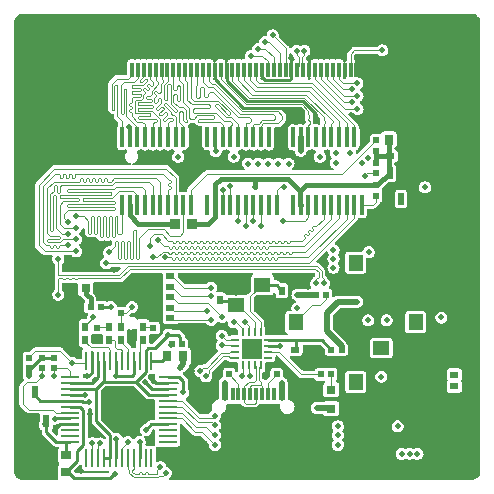
<source format=gbr>
%TF.GenerationSoftware,KiCad,Pcbnew,9.0.4*%
%TF.CreationDate,2025-09-14T02:35:36-04:00*%
%TF.ProjectId,D8X3C_Backpack_V1.0,44385833-435f-4426-9163-6b7061636b5f,rev?*%
%TF.SameCoordinates,Original*%
%TF.FileFunction,Copper,L1,Top*%
%TF.FilePolarity,Positive*%
%FSLAX46Y46*%
G04 Gerber Fmt 4.6, Leading zero omitted, Abs format (unit mm)*
G04 Created by KiCad (PCBNEW 9.0.4) date 2025-09-14 02:35:36*
%MOMM*%
%LPD*%
G01*
G04 APERTURE LIST*
%TA.AperFunction,SMDPad,CuDef*%
%ADD10R,0.790000X0.540000*%
%TD*%
%TA.AperFunction,SMDPad,CuDef*%
%ADD11R,1.360000X1.230000*%
%TD*%
%TA.AperFunction,SMDPad,CuDef*%
%ADD12R,1.400000X1.200000*%
%TD*%
%TA.AperFunction,SMDPad,CuDef*%
%ADD13R,0.540000X0.565500*%
%TD*%
%TA.AperFunction,SMDPad,CuDef*%
%ADD14R,0.864000X0.800000*%
%TD*%
%TA.AperFunction,SMDPad,CuDef*%
%ADD15R,0.540000X0.790000*%
%TD*%
%TA.AperFunction,SMDPad,CuDef*%
%ADD16R,0.280000X1.620000*%
%TD*%
%TA.AperFunction,SMDPad,CuDef*%
%ADD17R,1.620000X0.280000*%
%TD*%
%TA.AperFunction,SMDPad,CuDef*%
%ADD18O,0.364000X1.742000*%
%TD*%
%TA.AperFunction,ComponentPad*%
%ADD19O,3.000000X3.200000*%
%TD*%
%TA.AperFunction,SMDPad,CuDef*%
%ADD20C,0.500000*%
%TD*%
%TA.AperFunction,SMDPad,CuDef*%
%ADD21R,1.230000X1.360000*%
%TD*%
%TA.AperFunction,SMDPad,CuDef*%
%ADD22R,0.565500X0.540000*%
%TD*%
%TA.AperFunction,SMDPad,CuDef*%
%ADD23R,0.280000X0.665000*%
%TD*%
%TA.AperFunction,SMDPad,CuDef*%
%ADD24R,0.665000X0.280000*%
%TD*%
%TA.AperFunction,SMDPad,CuDef*%
%ADD25R,1.750000X1.750000*%
%TD*%
%TA.AperFunction,SMDPad,CuDef*%
%ADD26R,0.806500X0.864000*%
%TD*%
%TA.AperFunction,SMDPad,CuDef*%
%ADD27R,0.600000X1.070000*%
%TD*%
%TA.AperFunction,SMDPad,CuDef*%
%ADD28R,0.800000X0.800000*%
%TD*%
%TA.AperFunction,SMDPad,CuDef*%
%ADD29R,0.550000X1.100000*%
%TD*%
%TA.AperFunction,SMDPad,CuDef*%
%ADD30R,0.300000X1.100000*%
%TD*%
%TA.AperFunction,ComponentPad*%
%ADD31O,1.100000X2.000000*%
%TD*%
%TA.AperFunction,ComponentPad*%
%ADD32O,1.200000X1.800000*%
%TD*%
%TA.AperFunction,SMDPad,CuDef*%
%ADD33R,0.300000X1.200000*%
%TD*%
%TA.AperFunction,SMDPad,CuDef*%
%ADD34R,2.000000X1.800000*%
%TD*%
%TA.AperFunction,SMDPad,CuDef*%
%ADD35R,0.800000X0.900000*%
%TD*%
%TA.AperFunction,SMDPad,CuDef*%
%ADD36R,0.800000X0.864000*%
%TD*%
%TA.AperFunction,SMDPad,CuDef*%
%ADD37R,0.532000X1.037500*%
%TD*%
%TA.AperFunction,ViaPad*%
%ADD38C,0.508000*%
%TD*%
%TA.AperFunction,Conductor*%
%ADD39C,0.102000*%
%TD*%
%TA.AperFunction,Conductor*%
%ADD40C,0.254000*%
%TD*%
%TA.AperFunction,Conductor*%
%ADD41C,0.508000*%
%TD*%
%TA.AperFunction,Conductor*%
%ADD42C,0.381000*%
%TD*%
G04 APERTURE END LIST*
D10*
%TO.P,C25,1*%
%TO.N,KEY1*%
X13499000Y-24257000D03*
%TO.P,C25,2*%
%TO.N,GND*%
X12409000Y-24257000D03*
%TD*%
D11*
%TO.P,C,1*%
%TO.N,KEY5*%
X31369000Y-28569500D03*
%TO.P,C,2*%
%TO.N,GND*%
X31369000Y-24199500D03*
%TD*%
D12*
%TO.P,X1,1*%
%TO.N,$1N2860*%
X21293000Y-23216500D03*
%TO.P,X1,2*%
%TO.N,GND*%
X19093000Y-23216500D03*
%TO.P,X1,3*%
%TO.N,$1N2596*%
X19093000Y-24916500D03*
%TO.P,X1,4*%
%TO.N,GND*%
X21293000Y-24916500D03*
%TD*%
D13*
%TO.P,R15,1*%
%TO.N,GND*%
X9334500Y-24776500D03*
%TO.P,R15,2*%
%TO.N,$1N6115*%
X9334500Y-25642500D03*
%TD*%
D10*
%TO.P,C26,1*%
%TO.N,KEY2*%
X13499000Y-23368000D03*
%TO.P,C26,2*%
%TO.N,GND*%
X12409000Y-23368000D03*
%TD*%
D14*
%TO.P,L2,1*%
%TO.N,1V2*%
X4635500Y-37654000D03*
%TO.P,L2,2*%
%TO.N,1V2A*%
X4635500Y-39054000D03*
%TD*%
D15*
%TO.P,C14,1*%
%TO.N,$1N6115*%
X9334500Y-26823500D03*
%TO.P,C14,2*%
%TO.N,$1N6122*%
X9334500Y-27913500D03*
%TD*%
D16*
%TO.P,U1,1*%
%TO.N,3V3A*%
X11894000Y-29672000D03*
%TO.P,U1,2*%
%TO.N,VGND*%
X11394000Y-29672000D03*
%TO.P,U1,3*%
%TO.N,$1N10714*%
X10894000Y-29672000D03*
%TO.P,U1,4*%
%TO.N,3V3A*%
X10394000Y-29672000D03*
%TO.P,U1,5*%
%TO.N,$1N6122*%
X9894000Y-29672000D03*
%TO.P,U1,6*%
%TO.N,$1N10745*%
X9394000Y-29672000D03*
%TO.P,U1,7*%
%TO.N,3V3A*%
X8894000Y-29672000D03*
%TO.P,U1,8*%
%TO.N,$1N5971*%
X8394000Y-29672000D03*
%TO.P,U1,9*%
%TO.N,VGND*%
X7894000Y-29672000D03*
%TO.P,U1,10*%
%TO.N,3V3*%
X7394000Y-29672000D03*
%TO.P,U1,11*%
%TO.N,GND*%
X6894000Y-29672000D03*
%TO.P,U1,12*%
%TO.N,$1N5759*%
X6394000Y-29672000D03*
D17*
%TO.P,U1,13*%
%TO.N,$1N5755*%
X5034000Y-31032000D03*
%TO.P,U1,14*%
%TO.N,3V3*%
X5034000Y-31532000D03*
%TO.P,U1,15*%
%TO.N,VGND*%
X5034000Y-32032000D03*
%TO.P,U1,16*%
%TO.N,+5V*%
X5034000Y-32532000D03*
%TO.P,U1,17*%
%TO.N,3V3A*%
X5034000Y-33032000D03*
%TO.P,U1,18*%
%TO.N,1V2A*%
X5034000Y-33532000D03*
%TO.P,U1,19*%
%TO.N,$1N5750*%
X5034000Y-34032000D03*
%TO.P,U1,20*%
%TO.N,3V3*%
X5034000Y-34532000D03*
%TO.P,U1,21*%
%TO.N,GND*%
X5034000Y-35032000D03*
%TO.P,U1,22*%
%TO.N,N/C*%
X5034000Y-35532000D03*
%TO.P,U1,23*%
X5034000Y-36032000D03*
%TO.P,U1,24*%
%TO.N,1V2*%
X5034000Y-36532000D03*
D16*
%TO.P,U1,25*%
%TO.N,N/C*%
X6394000Y-37892000D03*
%TO.P,U1,26*%
%TO.N,$1N3429*%
X6894000Y-37892000D03*
%TO.P,U1,27*%
%TO.N,$1N3421*%
X7394000Y-37892000D03*
%TO.P,U1,28*%
%TO.N,VGND*%
X7894000Y-37892000D03*
%TO.P,U1,29*%
X8394000Y-37892000D03*
%TO.P,U1,30*%
%TO.N,3V3A*%
X8894000Y-37892000D03*
%TO.P,U1,31*%
%TO.N,$1N5374*%
X9394000Y-37892000D03*
%TO.P,U1,32*%
%TO.N,DP_ADC*%
X9894000Y-37892000D03*
%TO.P,U1,33*%
%TO.N,DN_ADC*%
X10394000Y-37892000D03*
%TO.P,U1,34*%
%TO.N,3V3*%
X10894000Y-37892000D03*
%TO.P,U1,35*%
%TO.N,N/C*%
X11394000Y-37892000D03*
%TO.P,U1,36*%
X11894000Y-37892000D03*
D17*
%TO.P,U1,37*%
X13254000Y-36532000D03*
%TO.P,U1,38*%
X13254000Y-36032000D03*
%TO.P,U1,39*%
X13254000Y-35532000D03*
%TO.P,U1,40*%
%TO.N,3V3A*%
X13254000Y-35032000D03*
%TO.P,U1,41*%
%TO.N,$1N5608*%
X13254000Y-34532000D03*
%TO.P,U1,42*%
%TO.N,$1N5907*%
X13254000Y-34032000D03*
%TO.P,U1,43*%
%TO.N,$1N5892*%
X13254000Y-33532000D03*
%TO.P,U1,44*%
%TO.N,$1N5613*%
X13254000Y-33032000D03*
%TO.P,U1,45*%
%TO.N,VGND*%
X13254000Y-32532000D03*
%TO.P,U1,46*%
%TO.N,3V3*%
X13254000Y-32032000D03*
%TO.P,U1,47*%
%TO.N,GND*%
X13254000Y-31532000D03*
%TO.P,U1,48*%
%TO.N,1V2A*%
X13254000Y-31032000D03*
%TD*%
D18*
%TO.P,U9,1*%
%TO.N,N/C*%
X23872000Y-16460000D03*
%TO.P,U9,2*%
%TO.N,1V8*%
X24522000Y-16460000D03*
%TO.P,U9,3*%
%TO.N,FPGA_CLK*%
X25172000Y-16460000D03*
%TO.P,U9,4*%
%TO.N,N/C*%
X25822000Y-16460000D03*
%TO.P,U9,5*%
%TO.N,FPGA_VSINC*%
X26472000Y-16460000D03*
%TO.P,U9,6*%
%TO.N,FPGA_HSYNC*%
X27122000Y-16460000D03*
%TO.P,U9,7*%
%TO.N,FPGA_IO1*%
X27772000Y-16460000D03*
%TO.P,U9,8*%
%TO.N,FPGA_IO2*%
X28422000Y-16460000D03*
%TO.P,U9,9*%
%TO.N,FPGA_IO3*%
X29072000Y-16460000D03*
%TO.P,U9,10*%
%TO.N,$1N8074*%
X29722000Y-16460000D03*
%TO.P,U9,11*%
%TO.N,GND*%
X29722000Y-10718000D03*
%TO.P,U9,12*%
%TO.N,EXT_IO3*%
X29072000Y-10718000D03*
%TO.P,U9,13*%
%TO.N,EXT_IO2*%
X28422000Y-10718000D03*
%TO.P,U9,14*%
%TO.N,EXT_IO1*%
X27772000Y-10718000D03*
%TO.P,U9,15*%
%TO.N,EXT_HSYNC*%
X27122000Y-10718000D03*
%TO.P,U9,16*%
%TO.N,EXT_VSINC*%
X26472000Y-10718000D03*
%TO.P,U9,17*%
%TO.N,N/C*%
X25822000Y-10718000D03*
%TO.P,U9,18*%
%TO.N,EXT_CLK*%
X25172000Y-10718000D03*
%TO.P,U9,19*%
%TO.N,$1N7939*%
X24522000Y-10718000D03*
%TO.P,U9,20*%
%TO.N,N/C*%
X23872000Y-10718000D03*
%TD*%
D19*
%TO.P,,1*%
%TO.N,GND*%
X2000000Y-2000000D03*
%TD*%
D10*
%TO.P,C18,1*%
%TO.N,3V3*%
X37539500Y-31813500D03*
%TO.P,C18,2*%
%TO.N,GND*%
X36449500Y-31813500D03*
%TD*%
D19*
%TO.P,,1*%
%TO.N,GND*%
X38000000Y-2000000D03*
%TD*%
D13*
%TO.P,R44,1*%
%TO.N,GND*%
X7302500Y-27738000D03*
%TO.P,R44,2*%
%TO.N,$1N10807*%
X7302500Y-26872000D03*
%TD*%
D20*
%TO.P,DM4,1*%
%TO.N,$1N3069*%
X19784500Y-26384500D03*
%TD*%
D21*
%TO.P,-,1*%
%TO.N,KEY2*%
X24104000Y-26384500D03*
%TO.P,-,2*%
%TO.N,GND*%
X28474000Y-26384500D03*
%TD*%
D22*
%TO.P,R14,1*%
%TO.N,VGND*%
X14466500Y-28257500D03*
%TO.P,R14,2*%
%TO.N,ACMP*%
X13600500Y-28257500D03*
%TD*%
D23*
%TO.P,U3,1*%
%TO.N,$1N2860*%
X21133500Y-27231000D03*
%TO.P,U3,2*%
%TO.N,$1N2596*%
X20633500Y-27231000D03*
%TO.P,U3,3*%
%TO.N,$1N3069*%
X20133500Y-27231000D03*
%TO.P,U3,4*%
%TO.N,$1N3090*%
X19633500Y-27231000D03*
D24*
%TO.P,U3,5*%
%TO.N,$1N3193*%
X18976000Y-27888500D03*
%TO.P,U3,6*%
%TO.N,$1N3130*%
X18976000Y-28388500D03*
%TO.P,U3,7*%
%TO.N,DN_ADC*%
X18976000Y-28888500D03*
%TO.P,U3,8*%
%TO.N,DP_ADC*%
X18976000Y-29388500D03*
D23*
%TO.P,U3,9*%
%TO.N,DN_SERIAL*%
X19633500Y-30046000D03*
%TO.P,U3,10*%
%TO.N,DP_SERIAL*%
X20133500Y-30046000D03*
%TO.P,U3,11*%
%TO.N,DN*%
X20633500Y-30046000D03*
%TO.P,U3,12*%
%TO.N,DP*%
X21133500Y-30046000D03*
D24*
%TO.P,U3,13*%
%TO.N,N/C*%
X21791000Y-29388500D03*
%TO.P,U3,14*%
%TO.N,$1N4569*%
X21791000Y-28888500D03*
%TO.P,U3,15*%
%TO.N,3V3*%
X21791000Y-28388500D03*
%TO.P,U3,16*%
%TO.N,$1N3740*%
X21791000Y-27888500D03*
D25*
%TO.P,U3,17*%
%TO.N,GND*%
X20383500Y-28638500D03*
%TD*%
D22*
%TO.P,R2,1*%
%TO.N,GND*%
X23356500Y-30797500D03*
%TO.P,R2,2*%
%TO.N,$1N2465*%
X22490500Y-30797500D03*
%TD*%
D15*
%TO.P,C13,1*%
%TO.N,ACMP*%
X6286500Y-26760000D03*
%TO.P,C13,2*%
%TO.N,$1N5971*%
X6286500Y-27850000D03*
%TD*%
D18*
%TO.P,U7,1*%
%TO.N,FPGA_D0*%
X9394000Y-16460000D03*
%TO.P,U7,2*%
%TO.N,$1N18363*%
X10044000Y-16460000D03*
%TO.P,U7,3*%
%TO.N,FPGA_D1*%
X10694000Y-16460000D03*
%TO.P,U7,4*%
%TO.N,FPGA_D2*%
X11344000Y-16460000D03*
%TO.P,U7,5*%
%TO.N,FPGA_D3*%
X11994000Y-16460000D03*
%TO.P,U7,6*%
%TO.N,FPGA_D4*%
X12644000Y-16460000D03*
%TO.P,U7,7*%
%TO.N,FPGA_D5*%
X13294000Y-16460000D03*
%TO.P,U7,8*%
%TO.N,FPGA_D6*%
X13944000Y-16460000D03*
%TO.P,U7,9*%
%TO.N,FPGA_D7*%
X14594000Y-16460000D03*
%TO.P,U7,10*%
%TO.N,$1N7987*%
X15244000Y-16460000D03*
%TO.P,U7,11*%
%TO.N,GND*%
X15244000Y-10718000D03*
%TO.P,U7,12*%
%TO.N,EXT_D7*%
X14594000Y-10718000D03*
%TO.P,U7,13*%
%TO.N,EXT_D6*%
X13944000Y-10718000D03*
%TO.P,U7,14*%
%TO.N,EXT_D5*%
X13294000Y-10718000D03*
%TO.P,U7,15*%
%TO.N,EXT_D4*%
X12644000Y-10718000D03*
%TO.P,U7,16*%
%TO.N,EXT_D3*%
X11994000Y-10718000D03*
%TO.P,U7,17*%
%TO.N,EXT_D2*%
X11344000Y-10718000D03*
%TO.P,U7,18*%
%TO.N,EXT_D1*%
X10694000Y-10718000D03*
%TO.P,U7,19*%
%TO.N,$1N7724*%
X10044000Y-10718000D03*
%TO.P,U7,20*%
%TO.N,EXT_D0*%
X9394000Y-10718000D03*
%TD*%
D21*
%TO.P,M,1*%
%TO.N,KEY4*%
X29184000Y-31432500D03*
%TO.P,M,2*%
%TO.N,GND*%
X33554000Y-31432500D03*
%TD*%
D13*
%TO.P,R43,1*%
%TO.N,GND*%
X12065000Y-27738000D03*
%TO.P,R43,2*%
%TO.N,$1N10803*%
X12065000Y-26872000D03*
%TD*%
D26*
%TO.P,R58,1*%
%TO.N,$1N18363*%
X13851500Y-18097500D03*
%TO.P,R58,2*%
%TO.N,1V8*%
X15358500Y-18097500D03*
%TD*%
D13*
%TO.P,R12,1*%
%TO.N,3V3*%
X3683000Y-29412000D03*
%TO.P,R12,2*%
%TO.N,$1N5755*%
X3683000Y-30278000D03*
%TD*%
D27*
%TO.P,1V2,1*%
%TO.N,GND*%
X1082000Y-34745500D03*
%TO.P,1V2,2*%
%TO.N,1V2*%
X2982000Y-34745500D03*
%TO.P,1V2,3*%
%TO.N,3V3A*%
X2032000Y-32275500D03*
%TD*%
D22*
%TO.P,R6,1*%
%TO.N,$1N3740*%
X27126000Y-28702000D03*
%TO.P,R6,2*%
%TO.N,3V3*%
X27992000Y-28702000D03*
%TD*%
D10*
%TO.P,C29,1*%
%TO.N,KEY5*%
X13499000Y-25146000D03*
%TO.P,C29,2*%
%TO.N,GND*%
X12409000Y-25146000D03*
%TD*%
D13*
%TO.P,R27,1*%
%TO.N,$1N7987*%
X30924500Y-10997000D03*
%TO.P,R27,2*%
%TO.N,1V8*%
X30924500Y-11863000D03*
%TD*%
D15*
%TO.P,C2,1*%
%TO.N,$1N2860*%
X22923500Y-23712000D03*
%TO.P,C2,2*%
%TO.N,GND*%
X22923500Y-24802000D03*
%TD*%
D10*
%TO.P,C5,1*%
%TO.N,$1N3740*%
X24029500Y-28702000D03*
%TO.P,C5,2*%
%TO.N,GND*%
X25119500Y-28702000D03*
%TD*%
D15*
%TO.P,C24,1*%
%TO.N,$1N10807*%
X8318500Y-26823500D03*
%TO.P,C24,2*%
%TO.N,$1N10745*%
X8318500Y-27913500D03*
%TD*%
D19*
%TO.P,,1*%
%TO.N,GND*%
X2000000Y-38000000D03*
%TD*%
D10*
%TO.P,C16,1*%
%TO.N,GND*%
X36449500Y-30819000D03*
%TO.P,C16,2*%
%TO.N,3V3*%
X37539500Y-30819000D03*
%TD*%
D21*
%TO.P,F,1*%
%TO.N,KEY3*%
X29184000Y-21336000D03*
%TO.P,F,2*%
%TO.N,GND*%
X33554000Y-21336000D03*
%TD*%
D28*
%TO.P,THM_PWR,1*%
%TO.N,GND*%
X7911500Y-23495000D03*
%TO.P,THM_PWR,2*%
%TO.N,$1N18931*%
X6312500Y-23495000D03*
%TD*%
D29*
%TO.P,USB1,1*%
%TO.N,GND*%
X17310500Y-32486500D03*
%TO.P,USB1,2*%
%TO.N,+5V*%
X18110500Y-32486500D03*
D30*
%TO.P,USB1,3*%
%TO.N,N/C*%
X18760500Y-32486500D03*
%TO.P,USB1,4*%
%TO.N,$1N2462*%
X19260500Y-32486500D03*
%TO.P,USB1,5*%
%TO.N,DN*%
X19760500Y-32486500D03*
%TO.P,USB1,6*%
%TO.N,DP*%
X20260500Y-32486500D03*
%TO.P,USB1,7*%
%TO.N,DN*%
X20760500Y-32486500D03*
%TO.P,USB1,8*%
%TO.N,DP*%
X21260500Y-32486500D03*
%TO.P,USB1,9*%
%TO.N,$1N2465*%
X21760500Y-32486500D03*
%TO.P,USB1,10*%
%TO.N,N/C*%
X22260500Y-32486500D03*
D29*
%TO.P,USB1,11*%
%TO.N,+5V*%
X22910500Y-32486500D03*
%TO.P,USB1,12*%
%TO.N,GND*%
X23710500Y-32486500D03*
D31*
%TO.P,USB1,13*%
X16185500Y-33036500D03*
D32*
%TO.N,N/C*%
X16185500Y-37236500D03*
D31*
%TO.P,USB1,14*%
%TO.N,GND*%
X24835500Y-33036500D03*
D32*
%TO.N,N/C*%
X24835500Y-37236500D03*
%TD*%
D20*
%TO.P,G1IN,1*%
%TO.N,$1N6115*%
X10248500Y-25103000D03*
%TD*%
D33*
%TO.P,FPC1,1*%
%TO.N,EXT_D0*%
X10250000Y-4990500D03*
%TO.P,FPC1,2*%
%TO.N,EXT_D1*%
X10750000Y-4990500D03*
%TO.P,FPC1,3*%
%TO.N,EXT_D2*%
X11250000Y-4990500D03*
%TO.P,FPC1,4*%
%TO.N,EXT_D3*%
X11750000Y-4990500D03*
%TO.P,FPC1,5*%
%TO.N,EXT_D4*%
X12250000Y-4990500D03*
%TO.P,FPC1,6*%
%TO.N,EXT_D5*%
X12750000Y-4990500D03*
%TO.P,FPC1,7*%
%TO.N,EXT_D6*%
X13250000Y-4990500D03*
%TO.P,FPC1,8*%
%TO.N,EXT_D7*%
X13750000Y-4990500D03*
%TO.P,FPC1,9*%
%TO.N,EXT_D8*%
X14250000Y-4990500D03*
%TO.P,FPC1,10*%
%TO.N,EXT_D9*%
X14750000Y-4990500D03*
%TO.P,FPC1,11*%
%TO.N,EXT_D10*%
X15250000Y-4990500D03*
%TO.P,FPC1,12*%
%TO.N,EXT_D11*%
X15750000Y-4990500D03*
%TO.P,FPC1,13*%
%TO.N,EXT_D12*%
X16250000Y-4990500D03*
%TO.P,FPC1,14*%
%TO.N,EXT_D13*%
X16750000Y-4990500D03*
%TO.P,FPC1,15*%
%TO.N,GND*%
X17250000Y-4990500D03*
%TO.P,FPC1,16*%
%TO.N,EXT_CLK*%
X17750000Y-4990500D03*
%TO.P,FPC1,17*%
%TO.N,GND*%
X18250000Y-4990500D03*
%TO.P,FPC1,18*%
%TO.N,EXT_VSINC*%
X18750000Y-4990500D03*
%TO.P,FPC1,19*%
%TO.N,EXT_HSYNC*%
X19250000Y-4990500D03*
%TO.P,FPC1,20*%
%TO.N,EXT_IO1*%
X19750000Y-4990500D03*
%TO.P,FPC1,21*%
%TO.N,EXT_IO2*%
X20250000Y-4990500D03*
%TO.P,FPC1,22*%
%TO.N,EXT_IO3*%
X20750000Y-4990500D03*
%TO.P,FPC1,23*%
%TO.N,GND*%
X21250000Y-4990500D03*
%TO.P,FPC1,24*%
%TO.N,FPGA_TCK*%
X21750000Y-4990500D03*
%TO.P,FPC1,25*%
%TO.N,FPGA_TDO*%
X22250000Y-4990500D03*
%TO.P,FPC1,26*%
%TO.N,FPGA_TDI*%
X22750000Y-4990500D03*
%TO.P,FPC1,27*%
%TO.N,FPGA_TMS*%
X23250000Y-4990500D03*
%TO.P,FPC1,28*%
%TO.N,GND*%
X23750000Y-4990500D03*
%TO.P,FPC1,29*%
%TO.N,$1N9585*%
X24250000Y-4990500D03*
%TO.P,FPC1,30*%
%TO.N,$1N9591*%
X24750000Y-4990500D03*
%TO.P,FPC1,31*%
%TO.N,GND*%
X25250000Y-4990500D03*
%TO.P,FPC1,32*%
%TO.N,$1N9771*%
X25750000Y-4990500D03*
%TO.P,FPC1,33*%
%TO.N,$1N9774*%
X26250000Y-4990500D03*
%TO.P,FPC1,34*%
%TO.N,$1N9777*%
X26750000Y-4990500D03*
%TO.P,FPC1,35*%
%TO.N,$1N9780*%
X27250000Y-4990500D03*
%TO.P,FPC1,36*%
%TO.N,$1N9783*%
X27750000Y-4990500D03*
%TO.P,FPC1,37*%
%TO.N,GND*%
X28250000Y-4990500D03*
%TO.P,FPC1,38*%
%TO.N,$1N9790*%
X28750000Y-4990500D03*
%TO.P,FPC1,39*%
%TO.N,GND*%
X29250000Y-4990500D03*
%TO.P,FPC1,40*%
X29750000Y-4990500D03*
D34*
%TO.P,FPC1,41*%
X31300000Y-1740500D03*
%TO.P,FPC1,42*%
X8700000Y-1740500D03*
%TD*%
D22*
%TO.P,R45,1*%
%TO.N,KEY2*%
X26658500Y-24066500D03*
%TO.P,R45,2*%
%TO.N,3V3*%
X25792500Y-24066500D03*
%TD*%
%TO.P,R7,1*%
%TO.N,$1N4569*%
X26237000Y-30797500D03*
%TO.P,R7,2*%
%TO.N,$1N4623*%
X27103000Y-30797500D03*
%TD*%
D35*
%TO.P,C21,1*%
%TO.N,1V8*%
X32002500Y-10922000D03*
%TO.P,C21,2*%
%TO.N,GND*%
X33402500Y-10922000D03*
%TD*%
D21*
%TO.P,+,1*%
%TO.N,KEY1*%
X34264000Y-26384500D03*
%TO.P,+,2*%
%TO.N,GND*%
X38634000Y-26384500D03*
%TD*%
D22*
%TO.P,R1,1*%
%TO.N,GND*%
X17601000Y-30797500D03*
%TO.P,R1,2*%
%TO.N,$1N2462*%
X18467000Y-30797500D03*
%TD*%
D18*
%TO.P,U8,1*%
%TO.N,N/C*%
X16633000Y-16460000D03*
%TO.P,U8,2*%
%TO.N,1V8*%
X17283000Y-16460000D03*
%TO.P,U8,3*%
%TO.N,FPGA_D8*%
X17933000Y-16460000D03*
%TO.P,U8,4*%
%TO.N,FPGA_D9*%
X18583000Y-16460000D03*
%TO.P,U8,5*%
%TO.N,FPGA_D10*%
X19233000Y-16460000D03*
%TO.P,U8,6*%
%TO.N,FPGA_D11*%
X19883000Y-16460000D03*
%TO.P,U8,7*%
%TO.N,FPGA_D12*%
X20533000Y-16460000D03*
%TO.P,U8,8*%
%TO.N,FPGA_D13*%
X21183000Y-16460000D03*
%TO.P,U8,9*%
%TO.N,N/C*%
X21833000Y-16460000D03*
%TO.P,U8,10*%
%TO.N,$1N8034*%
X22483000Y-16460000D03*
%TO.P,U8,11*%
%TO.N,GND*%
X22483000Y-10718000D03*
%TO.P,U8,12*%
%TO.N,N/C*%
X21833000Y-10718000D03*
%TO.P,U8,13*%
%TO.N,EXT_D13*%
X21183000Y-10718000D03*
%TO.P,U8,14*%
%TO.N,EXT_D12*%
X20533000Y-10718000D03*
%TO.P,U8,15*%
%TO.N,EXT_D11*%
X19883000Y-10718000D03*
%TO.P,U8,16*%
%TO.N,EXT_D10*%
X19233000Y-10718000D03*
%TO.P,U8,17*%
%TO.N,EXT_D9*%
X18583000Y-10718000D03*
%TO.P,U8,18*%
%TO.N,EXT_D8*%
X17933000Y-10718000D03*
%TO.P,U8,19*%
%TO.N,$1N7857*%
X17283000Y-10718000D03*
%TO.P,U8,20*%
%TO.N,N/C*%
X16633000Y-10718000D03*
%TD*%
D10*
%TO.P,C22,1*%
%TO.N,GND*%
X33184000Y-12319000D03*
%TO.P,C22,2*%
%TO.N,1V8*%
X32094000Y-12319000D03*
%TD*%
D13*
%TO.P,R11,1*%
%TO.N,$1N5750*%
X2603500Y-30278000D03*
%TO.P,R11,2*%
%TO.N,3V3*%
X2603500Y-29412000D03*
%TD*%
D15*
%TO.P,C23,1*%
%TO.N,$1N10803*%
X11176000Y-26760000D03*
%TO.P,C23,2*%
%TO.N,$1N10714*%
X11176000Y-27850000D03*
%TD*%
D20*
%TO.P,DM3,1*%
%TO.N,$1N3193*%
X17855500Y-27535500D03*
%TD*%
D28*
%TO.P,PG,1*%
%TO.N,$1N4623*%
X27114500Y-32093500D03*
%TO.P,PG,2*%
%TO.N,3V3*%
X27114500Y-33692500D03*
%TD*%
D20*
%TO.P,DP3,1*%
%TO.N,$1N3130*%
X17855500Y-28345000D03*
%TD*%
D19*
%TO.P,,1*%
%TO.N,GND*%
X38000000Y-38000000D03*
%TD*%
D36*
%TO.P,L1,1*%
%TO.N,3V3*%
X14606500Y-29273500D03*
%TO.P,L1,2*%
%TO.N,3V3A*%
X13206500Y-29273500D03*
%TD*%
D10*
%TO.P,C28,1*%
%TO.N,KEY4*%
X13499000Y-26035000D03*
%TO.P,C28,2*%
%TO.N,GND*%
X12409000Y-26035000D03*
%TD*%
%TO.P,C27,1*%
%TO.N,KEY3*%
X13499000Y-22479000D03*
%TO.P,C27,2*%
%TO.N,GND*%
X12409000Y-22479000D03*
%TD*%
D13*
%TO.P,R29,1*%
%TO.N,$1N8074*%
X30924500Y-15673000D03*
%TO.P,R29,2*%
%TO.N,1V8*%
X30924500Y-14807000D03*
%TD*%
D20*
%TO.P,DP4,1*%
%TO.N,$1N3090*%
X18848000Y-26384500D03*
%TD*%
D37*
%TO.P,1V8,1*%
%TO.N,GND*%
X33970000Y-13757500D03*
%TO.P,1V8,2*%
%TO.N,1V8*%
X32070000Y-13757500D03*
%TO.P,1V8,3*%
%TO.N,3V3*%
X33020000Y-15960500D03*
%TD*%
D22*
%TO.P,R59,1*%
%TO.N,FPGA_3V3*%
X7608500Y-25082500D03*
%TO.P,R59,2*%
%TO.N,$1N18931*%
X6742500Y-25082500D03*
%TD*%
D13*
%TO.P,R13,1*%
%TO.N,3V3*%
X1524000Y-30278000D03*
%TO.P,R13,2*%
%TO.N,$1N5759*%
X1524000Y-29412000D03*
%TD*%
%TO.P,R28,1*%
%TO.N,$1N8034*%
X30924500Y-13768000D03*
%TO.P,R28,2*%
%TO.N,1V8*%
X30924500Y-12902000D03*
%TD*%
D15*
%TO.P,C1,1*%
%TO.N,GND*%
X17665000Y-23427000D03*
%TO.P,C1,2*%
%TO.N,$1N2596*%
X17665000Y-24517000D03*
%TD*%
D38*
%TO.N,ACMP*%
X6985000Y-25971500D03*
X13582000Y-28276000D03*
%TO.N,VGND*%
X13335000Y-27430500D03*
%TO.N,KEY4*%
X16954500Y-26173500D03*
X29334000Y-31432500D03*
X13488500Y-26035000D03*
%TO.N,KEY5*%
X31369000Y-28419500D03*
X31802000Y-26225500D03*
X13488500Y-25146000D03*
X16637000Y-25450000D03*
%TO.N,KEY1*%
X13488500Y-24257000D03*
X34414000Y-26384500D03*
X17843500Y-25933000D03*
%TO.N,KEY2*%
X24254000Y-26384500D03*
X16954500Y-24130000D03*
X13488500Y-23368000D03*
%TO.N,KEY3*%
X13488500Y-22479000D03*
X29334000Y-21336000D03*
X16951000Y-23470000D03*
%TO.N,FPGA_IO2*%
X13081000Y-20891500D03*
%TO.N,FPGA_IO1*%
X12001500Y-20891500D03*
%TO.N,FPGA_CLK*%
X23063000Y-17780000D03*
%TO.N,FPGA_VSINC*%
X11811000Y-19900500D03*
%TO.N,FPGA_HSYNC*%
X12446000Y-19400500D03*
%TO.N,FPGA_D13*%
X21145500Y-18224500D03*
%TO.N,FPGA_D12*%
X20510500Y-17780000D03*
%TO.N,FPGA_D11*%
X19883000Y-18224500D03*
%TO.N,FPGA_D10*%
X19240500Y-17780000D03*
%TO.N,FPGA_D9*%
X18577000Y-14824000D03*
%TO.N,FPGA_D8*%
X17933000Y-15176500D03*
%TO.N,FPGA_D0*%
X5524500Y-17399000D03*
%TO.N,FPGA_D1*%
X4826000Y-17889500D03*
%TO.N,FPGA_D2*%
X5524500Y-18389500D03*
%TO.N,FPGA_D3*%
X4826000Y-18889500D03*
%TO.N,FPGA_D4*%
X5524500Y-19367500D03*
%TO.N,FPGA_D5*%
X4826000Y-19889500D03*
%TO.N,FPGA_D6*%
X5524500Y-20389500D03*
%TO.N,FPGA_D7*%
X8323000Y-20460500D03*
%TO.N,FPGA_IO3*%
X8064500Y-21389500D03*
%TO.N,FPGA_TCK*%
X20320000Y-3810000D03*
%TO.N,FPGA_TDO*%
X20942500Y-3238500D03*
%TO.N,FPGA_TDI*%
X21526500Y-2667000D03*
%TO.N,FPGA_TMS*%
X22161500Y-2095500D03*
%TO.N,GND*%
X35918000Y-14242000D03*
X20891500Y-24638000D03*
X6667500Y-34127500D03*
X15811500Y-10160000D03*
X24701500Y-9398000D03*
X8249000Y-32611500D03*
X35918000Y-9162000D03*
X23750000Y-4024000D03*
X1016000Y-35750500D03*
X11811000Y-36512500D03*
X30391000Y-5397500D03*
X13906500Y-39179500D03*
X35918000Y-19322000D03*
X27178000Y-23393000D03*
X16510000Y-31686500D03*
X3238500Y-21056500D03*
X5438000Y-9162000D03*
X20678000Y-34562000D03*
X35918000Y-4082000D03*
X12503500Y-37909500D03*
X30391000Y-4661000D03*
X20383500Y-28638500D03*
X30838000Y-4082000D03*
X35918000Y-24402000D03*
X8763000Y-21922500D03*
X3746500Y-35540000D03*
X6451500Y-30940000D03*
X25844500Y-9334500D03*
X10096500Y-27305000D03*
X19050000Y-23876000D03*
X29718000Y-9334500D03*
X30988000Y-9334500D03*
X25758000Y-34562000D03*
X7493000Y-35941000D03*
X23114000Y-11309500D03*
X25146000Y-23393000D03*
X7302500Y-27738000D03*
X16065500Y-29146500D03*
X9271000Y-24130000D03*
X11430000Y-33438000D03*
X35918000Y-29482000D03*
X30353000Y-10350500D03*
X15811500Y-11303000D03*
X15310000Y-30506000D03*
X9949000Y-34430500D03*
X23114000Y-10096500D03*
X22415500Y-26290500D03*
X25270000Y-4032500D03*
X5905500Y-38989000D03*
X2017000Y-35750500D03*
X11896000Y-31066000D03*
X18934500Y-30030500D03*
X3238500Y-24066500D03*
X21559500Y-25209500D03*
%TO.N,$1N3421*%
X7518000Y-36643500D03*
%TO.N,$1N3429*%
X6858000Y-36639500D03*
%TO.N,3V3*%
X31369000Y-30999500D03*
X7136000Y-31280500D03*
X14287500Y-30226000D03*
X26162000Y-12382500D03*
X30226000Y-12446000D03*
X28702000Y-12065000D03*
X3746500Y-34544000D03*
X1524000Y-30924500D03*
X14160500Y-12382500D03*
X35052000Y-14959500D03*
X30289500Y-20448500D03*
X37539500Y-31813500D03*
X27495500Y-12885500D03*
X29337000Y-24638000D03*
X22796500Y-28431500D03*
X11317000Y-31420500D03*
X27495500Y-12065000D03*
X30237500Y-26225500D03*
X24257000Y-25206000D03*
X18859500Y-12382500D03*
X33020000Y-15960500D03*
X37539500Y-30819000D03*
X25903000Y-33642500D03*
X29692000Y-12928000D03*
X36449000Y-25983000D03*
X10894000Y-36512500D03*
X24257000Y-24066500D03*
%TO.N,$1N4042*%
X3993500Y-24041000D03*
X25843000Y-23101500D03*
%TO.N,$1N4038*%
X26503000Y-23101500D03*
X3993500Y-21056500D03*
%TO.N,$1N5374*%
X9874500Y-36544500D03*
%TO.N,DP_SERIAL*%
X20213500Y-30950000D03*
%TO.N,DN_SERIAL*%
X19553500Y-30951000D03*
%TO.N,DP_ADC*%
X13103500Y-39126500D03*
X16495000Y-30973000D03*
%TO.N,DN_ADC*%
X16028000Y-30506000D03*
X12636500Y-38660000D03*
%TO.N,+5V*%
X20924000Y-12954000D03*
X22640000Y-12954000D03*
X27305000Y-21780500D03*
X22918500Y-31530500D03*
X21782000Y-12954000D03*
X22911000Y-32766000D03*
X22923500Y-32158500D03*
X6286500Y-32575500D03*
X23498000Y-12954000D03*
X18110500Y-31528000D03*
X27305000Y-21001500D03*
X27305000Y-20268000D03*
X33757500Y-37528500D03*
X33083500Y-37528500D03*
X18110000Y-32766000D03*
X20066000Y-12954000D03*
X18110500Y-32156000D03*
X34417000Y-37528500D03*
%TO.N,3V3A*%
X27677500Y-35202000D03*
X13164000Y-29273500D03*
X27677500Y-35958000D03*
X32733000Y-35202000D03*
X8894000Y-30899500D03*
X6626000Y-33169000D03*
X11430000Y-35496500D03*
X8927000Y-36254500D03*
X27677500Y-36772500D03*
%TO.N,$1N5907*%
X17273500Y-35948500D03*
%TO.N,$1N5892*%
X17272000Y-35115500D03*
%TO.N,$1N5759*%
X5207000Y-29845000D03*
%TO.N,$1N5755*%
X3619500Y-30924500D03*
%TO.N,1V2A*%
X8826500Y-39243000D03*
X14592500Y-32327500D03*
%TO.N,$1N5750*%
X2603500Y-30924500D03*
%TO.N,1V2*%
X2857500Y-35014000D03*
X4635500Y-37682000D03*
%TO.N,$1N5608*%
X17272000Y-36766500D03*
%TO.N,$1N5613*%
X17272000Y-34290000D03*
%TO.N,1V8*%
X20701000Y-14922500D03*
%TO.N,$1N7724*%
X10033000Y-9893500D03*
%TO.N,$1N8034*%
X23114000Y-14922500D03*
X29972000Y-13970000D03*
%TO.N,$1N7857*%
X17347000Y-11886000D03*
%TO.N,$1N7939*%
X24522500Y-11874500D03*
%TO.N,$1N9790*%
X31432500Y-3365500D03*
%TO.N,$1N9783*%
X29337000Y-6159500D03*
%TO.N,$1N9780*%
X28892500Y-6667500D03*
%TO.N,$1N9777*%
X29337000Y-7239000D03*
%TO.N,$1N9774*%
X28892500Y-7747000D03*
%TO.N,$1N9771*%
X29337000Y-8318500D03*
%TO.N,$1N9591*%
X24841000Y-3391500D03*
%TO.N,$1N9585*%
X24181000Y-3391500D03*
%TO.N,FPGA_3V3*%
X8445500Y-25082500D03*
%TD*%
D39*
%TO.N,ACMP*%
X6286500Y-26760000D02*
X6286500Y-26670000D01*
X6286500Y-26670000D02*
X6985000Y-25971500D01*
D40*
%TO.N,VGND*%
X7901500Y-31425000D02*
X7894000Y-31432500D01*
X7211000Y-32032000D02*
X7810500Y-31432500D01*
X14159000Y-27430500D02*
X14339500Y-27611000D01*
X11394000Y-28827500D02*
X11638500Y-28583000D01*
X13335000Y-27430500D02*
X14159000Y-27430500D01*
X14339500Y-27611000D02*
X14339500Y-28130500D01*
X11638500Y-28583000D02*
X12182500Y-28583000D01*
X8394000Y-35953000D02*
X7211000Y-34770000D01*
X12182500Y-28583000D02*
X13335000Y-27430500D01*
X7211000Y-34770000D02*
X7211000Y-32032000D01*
X11394000Y-29672000D02*
X11394000Y-28827500D01*
X8394000Y-37892000D02*
X8394000Y-35953000D01*
X11674500Y-32532000D02*
X10575000Y-31432500D01*
X5034000Y-32032000D02*
X7211000Y-32032000D01*
X10575000Y-31432500D02*
X10563000Y-31420500D01*
X13254000Y-32532000D02*
X11674500Y-32532000D01*
X8394000Y-37892000D02*
X7894000Y-37892000D01*
X7901500Y-29679500D02*
X7901500Y-31425000D01*
X7894000Y-31432500D02*
X10575000Y-31432500D01*
X7810500Y-31432500D02*
X7894000Y-31432500D01*
X7894000Y-29672000D02*
X7901500Y-29679500D01*
X11394000Y-30590000D02*
X11394000Y-29672000D01*
X10563000Y-31420500D02*
X11394000Y-30590000D01*
D39*
%TO.N,KEY4*%
X13637500Y-26173500D02*
X16954500Y-26173500D01*
X13499000Y-26035000D02*
X13637500Y-26173500D01*
%TO.N,KEY5*%
X13803000Y-25450000D02*
X16637000Y-25450000D01*
X13499000Y-25146000D02*
X13803000Y-25450000D01*
%TO.N,KEY1*%
X14151500Y-24765000D02*
X16675500Y-24765000D01*
X13643500Y-24257000D02*
X14151500Y-24765000D01*
X13499000Y-24257000D02*
X13643500Y-24257000D01*
X16675500Y-24765000D02*
X17843500Y-25933000D01*
%TO.N,KEY2*%
X13632500Y-23368000D02*
X14394500Y-24130000D01*
X24254000Y-26384500D02*
X24254000Y-26165000D01*
X26162000Y-24892000D02*
X26658500Y-24395500D01*
X25527000Y-24892000D02*
X26162000Y-24892000D01*
X13488500Y-23368000D02*
X13632500Y-23368000D01*
X26658500Y-24395500D02*
X26658500Y-24066500D01*
X24254000Y-26165000D02*
X25527000Y-24892000D01*
X14394500Y-24130000D02*
X16954500Y-24130000D01*
%TO.N,KEY3*%
X14623500Y-23470000D02*
X16951000Y-23470000D01*
X13488500Y-22479000D02*
X13632500Y-22479000D01*
X13632500Y-22479000D02*
X14623500Y-23470000D01*
%TO.N,FPGA_IO2*%
X22013000Y-21010000D02*
X22013000Y-20963500D01*
X17949000Y-21010000D02*
X17949000Y-20963500D01*
X16679000Y-20963500D02*
X16679000Y-21010000D01*
X17259000Y-21082000D02*
X17369000Y-21082000D01*
X17695000Y-21010000D02*
X17767000Y-21082000D01*
X22339000Y-21082000D02*
X22449000Y-21082000D01*
X21251000Y-20963500D02*
X21251000Y-21010000D01*
X14465000Y-20891500D02*
X14575000Y-20891500D01*
X17187000Y-20963500D02*
X17187000Y-21010000D01*
X18965000Y-21010000D02*
X18965000Y-20963500D01*
X14829000Y-21082000D02*
X14901000Y-21010000D01*
X20997000Y-20963500D02*
X21069000Y-20891500D01*
X28422000Y-17615500D02*
X28422000Y-16460000D01*
X15409000Y-20963500D02*
X15481000Y-20891500D01*
X14575000Y-20891500D02*
X14647000Y-20963500D01*
X21069000Y-20891500D02*
X21179000Y-20891500D01*
X15083000Y-20891500D02*
X15155000Y-20963500D01*
X22085000Y-20891500D02*
X22195000Y-20891500D01*
X14393000Y-21010000D02*
X14393000Y-20963500D01*
X18203000Y-21010000D02*
X18275000Y-21082000D01*
X14973000Y-20891500D02*
X15083000Y-20891500D01*
X21505000Y-20963500D02*
X21577000Y-20891500D01*
X14719000Y-21082000D02*
X14829000Y-21082000D01*
X14139000Y-21010000D02*
X14211000Y-21082000D01*
X15917000Y-21010000D02*
X15917000Y-20963500D01*
X16607000Y-20891500D02*
X16679000Y-20963500D01*
X18639000Y-20891500D02*
X18711000Y-20963500D01*
X20815000Y-21082000D02*
X20925000Y-21082000D01*
X22593000Y-20891500D02*
X25146000Y-20891500D01*
X13631000Y-20963500D02*
X13631000Y-21010000D01*
X19727000Y-20963500D02*
X19727000Y-21010000D01*
X21179000Y-20891500D02*
X21251000Y-20963500D01*
X17115000Y-20891500D02*
X17187000Y-20963500D01*
X18529000Y-20891500D02*
X18639000Y-20891500D01*
X16099000Y-20891500D02*
X16171000Y-20963500D01*
X20743000Y-21010000D02*
X20815000Y-21082000D01*
X19473000Y-20963500D02*
X19545000Y-20891500D01*
X21505000Y-21010000D02*
X21505000Y-20963500D01*
X19981000Y-21010000D02*
X19981000Y-20963500D01*
X20561000Y-20891500D02*
X20671000Y-20891500D01*
X16933000Y-20963500D02*
X17005000Y-20891500D01*
X20053000Y-20891500D02*
X20163000Y-20891500D01*
X19909000Y-21082000D02*
X19981000Y-21010000D01*
X15409000Y-21010000D02*
X15409000Y-20963500D01*
X22267000Y-20963500D02*
X22267000Y-21010000D01*
X16171000Y-21010000D02*
X16243000Y-21082000D01*
X14647000Y-20963500D02*
X14647000Y-21010000D01*
X19401000Y-21082000D02*
X19473000Y-21010000D01*
X16933000Y-21010000D02*
X16933000Y-20963500D01*
X16751000Y-21082000D02*
X16861000Y-21082000D01*
X18711000Y-21010000D02*
X18783000Y-21082000D01*
X14211000Y-21082000D02*
X14321000Y-21082000D01*
X22521000Y-20963500D02*
X22593000Y-20891500D01*
X19545000Y-20891500D02*
X19655000Y-20891500D01*
X16243000Y-21082000D02*
X16353000Y-21082000D01*
X15663000Y-20963500D02*
X15663000Y-21010000D01*
X21831000Y-21082000D02*
X21941000Y-21082000D01*
X17187000Y-21010000D02*
X17259000Y-21082000D01*
X17513000Y-20891500D02*
X17623000Y-20891500D01*
X20997000Y-21010000D02*
X20997000Y-20963500D01*
X22521000Y-21010000D02*
X22521000Y-20963500D01*
X19655000Y-20891500D02*
X19727000Y-20963500D01*
X18275000Y-21082000D02*
X18385000Y-21082000D01*
X21941000Y-21082000D02*
X22013000Y-21010000D01*
X19219000Y-20963500D02*
X19219000Y-21010000D01*
X15845000Y-21082000D02*
X15917000Y-21010000D01*
X19291000Y-21082000D02*
X19401000Y-21082000D01*
X15337000Y-21082000D02*
X15409000Y-21010000D01*
X20925000Y-21082000D02*
X20997000Y-21010000D01*
X21251000Y-21010000D02*
X21323000Y-21082000D01*
X13813000Y-21082000D02*
X13885000Y-21010000D01*
X17949000Y-20963500D02*
X18021000Y-20891500D01*
X17877000Y-21082000D02*
X17949000Y-21010000D01*
X14647000Y-21010000D02*
X14719000Y-21082000D01*
X20743000Y-20963500D02*
X20743000Y-21010000D01*
X19037000Y-20891500D02*
X19147000Y-20891500D01*
X21759000Y-20963500D02*
X21759000Y-21010000D01*
X21577000Y-20891500D02*
X21687000Y-20891500D01*
X13559000Y-20891500D02*
X13631000Y-20963500D01*
X20235000Y-21010000D02*
X20307000Y-21082000D01*
X17695000Y-20963500D02*
X17695000Y-21010000D01*
X19219000Y-21010000D02*
X19291000Y-21082000D01*
X14321000Y-21082000D02*
X14393000Y-21010000D01*
X13957000Y-20891500D02*
X14067000Y-20891500D01*
X15663000Y-21010000D02*
X15735000Y-21082000D01*
X18457000Y-20963500D02*
X18529000Y-20891500D01*
X16425000Y-20963500D02*
X16497000Y-20891500D01*
X17369000Y-21082000D02*
X17441000Y-21010000D01*
X21433000Y-21082000D02*
X21505000Y-21010000D01*
X13885000Y-20963500D02*
X13957000Y-20891500D01*
X19147000Y-20891500D02*
X19219000Y-20963500D01*
X13885000Y-21010000D02*
X13885000Y-20963500D01*
X20163000Y-20891500D02*
X20235000Y-20963500D01*
X21759000Y-21010000D02*
X21831000Y-21082000D01*
X18203000Y-20963500D02*
X18203000Y-21010000D01*
X16679000Y-21010000D02*
X16751000Y-21082000D01*
X20417000Y-21082000D02*
X20489000Y-21010000D01*
X17441000Y-20963500D02*
X17513000Y-20891500D01*
X19727000Y-21010000D02*
X19799000Y-21082000D01*
X20671000Y-20891500D02*
X20743000Y-20963500D01*
X13631000Y-21010000D02*
X13703000Y-21082000D01*
X22449000Y-21082000D02*
X22521000Y-21010000D01*
X20307000Y-21082000D02*
X20417000Y-21082000D01*
X15591000Y-20891500D02*
X15663000Y-20963500D01*
X19473000Y-21010000D02*
X19473000Y-20963500D01*
X18783000Y-21082000D02*
X18893000Y-21082000D01*
X22013000Y-20963500D02*
X22085000Y-20891500D01*
X15227000Y-21082000D02*
X15337000Y-21082000D01*
X15155000Y-20963500D02*
X15155000Y-21010000D01*
X17623000Y-20891500D02*
X17695000Y-20963500D01*
X14901000Y-20963500D02*
X14973000Y-20891500D01*
X17767000Y-21082000D02*
X17877000Y-21082000D01*
X15155000Y-21010000D02*
X15227000Y-21082000D01*
X16171000Y-20963500D02*
X16171000Y-21010000D01*
X25146000Y-20891500D02*
X28422000Y-17615500D01*
X22267000Y-21010000D02*
X22339000Y-21082000D01*
X13081000Y-20891500D02*
X13559000Y-20891500D01*
X18965000Y-20963500D02*
X19037000Y-20891500D01*
X16425000Y-21010000D02*
X16425000Y-20963500D01*
X17441000Y-21010000D02*
X17441000Y-20963500D01*
X21323000Y-21082000D02*
X21433000Y-21082000D01*
X21687000Y-20891500D02*
X21759000Y-20963500D01*
X15481000Y-20891500D02*
X15591000Y-20891500D01*
X18131000Y-20891500D02*
X18203000Y-20963500D01*
X18711000Y-20963500D02*
X18711000Y-21010000D01*
X16353000Y-21082000D02*
X16425000Y-21010000D01*
X20489000Y-20963500D02*
X20561000Y-20891500D01*
X17005000Y-20891500D02*
X17115000Y-20891500D01*
X15989000Y-20891500D02*
X16099000Y-20891500D01*
X14901000Y-21010000D02*
X14901000Y-20963500D01*
X13703000Y-21082000D02*
X13813000Y-21082000D01*
X16861000Y-21082000D02*
X16933000Y-21010000D01*
X18385000Y-21082000D02*
X18457000Y-21010000D01*
X20489000Y-21010000D02*
X20489000Y-20963500D01*
X22195000Y-20891500D02*
X22267000Y-20963500D01*
X14393000Y-20963500D02*
X14465000Y-20891500D01*
X20235000Y-20963500D02*
X20235000Y-21010000D01*
X19799000Y-21082000D02*
X19909000Y-21082000D01*
X18021000Y-20891500D02*
X18131000Y-20891500D01*
X16497000Y-20891500D02*
X16607000Y-20891500D01*
X18457000Y-21010000D02*
X18457000Y-20963500D01*
X19981000Y-20963500D02*
X20053000Y-20891500D01*
X15735000Y-21082000D02*
X15845000Y-21082000D01*
X18893000Y-21082000D02*
X18965000Y-21010000D01*
X15917000Y-20963500D02*
X15989000Y-20891500D01*
X14139000Y-20963500D02*
X14139000Y-21010000D01*
X14067000Y-20891500D02*
X14139000Y-20963500D01*
%TO.N,FPGA_IO1*%
X21907000Y-20434500D02*
X21979000Y-20506500D01*
X17987000Y-20637500D02*
X18097000Y-20637500D01*
X14105000Y-20506500D02*
X14177000Y-20434500D01*
X16645000Y-20565500D02*
X16645000Y-20506500D01*
X19693000Y-20506500D02*
X19765000Y-20434500D01*
X19367000Y-20434500D02*
X19439000Y-20506500D01*
X18169000Y-20565500D02*
X18169000Y-20506500D01*
X20709000Y-20506500D02*
X20781000Y-20434500D01*
X12839500Y-20434500D02*
X13271000Y-20434500D01*
X18931000Y-20565500D02*
X19003000Y-20637500D01*
X23249000Y-20565500D02*
X23249000Y-20506500D01*
X16573000Y-20637500D02*
X16645000Y-20565500D01*
X19113000Y-20637500D02*
X19185000Y-20565500D01*
X21725000Y-20565500D02*
X21725000Y-20506500D01*
X19003000Y-20637500D02*
X19113000Y-20637500D01*
X20709000Y-20565500D02*
X20709000Y-20506500D01*
X15557000Y-20637500D02*
X15629000Y-20565500D01*
X21543000Y-20637500D02*
X21653000Y-20637500D01*
X14105000Y-20565500D02*
X14105000Y-20506500D01*
X20383000Y-20434500D02*
X20455000Y-20506500D01*
X15375000Y-20506500D02*
X15375000Y-20565500D01*
X14359000Y-20506500D02*
X14359000Y-20565500D01*
X17153000Y-20506500D02*
X17225000Y-20434500D01*
X14359000Y-20565500D02*
X14431000Y-20637500D01*
X15375000Y-20565500D02*
X15447000Y-20637500D01*
X16391000Y-20506500D02*
X16391000Y-20565500D01*
X20527000Y-20637500D02*
X20637000Y-20637500D01*
X17915000Y-20506500D02*
X17915000Y-20565500D01*
X20273000Y-20434500D02*
X20383000Y-20434500D01*
X21471000Y-20565500D02*
X21543000Y-20637500D01*
X21289000Y-20434500D02*
X21399000Y-20434500D01*
X21145000Y-20637500D02*
X21217000Y-20565500D01*
X22487000Y-20506500D02*
X22487000Y-20565500D01*
X15447000Y-20637500D02*
X15557000Y-20637500D01*
X16717000Y-20434500D02*
X16827000Y-20434500D01*
X16463000Y-20637500D02*
X16573000Y-20637500D01*
X23431000Y-20434500D02*
X23503000Y-20506500D01*
X18241000Y-20434500D02*
X18351000Y-20434500D01*
X23067000Y-20637500D02*
X23177000Y-20637500D01*
X23503000Y-20565500D02*
X23575000Y-20637500D01*
X17589000Y-20637500D02*
X17661000Y-20565500D01*
X17335000Y-20434500D02*
X17407000Y-20506500D01*
X21653000Y-20637500D02*
X21725000Y-20565500D01*
X18931000Y-20506500D02*
X18931000Y-20565500D01*
X23177000Y-20637500D02*
X23249000Y-20565500D01*
X18859000Y-20434500D02*
X18931000Y-20506500D01*
X14795000Y-20434500D02*
X14867000Y-20506500D01*
X15121000Y-20565500D02*
X15121000Y-20506500D01*
X19875000Y-20434500D02*
X19947000Y-20506500D01*
X17153000Y-20565500D02*
X17153000Y-20506500D01*
X20201000Y-20565500D02*
X20201000Y-20506500D01*
X22415000Y-20434500D02*
X22487000Y-20506500D01*
X22741000Y-20565500D02*
X22741000Y-20506500D01*
X21471000Y-20506500D02*
X21471000Y-20565500D01*
X19439000Y-20565500D02*
X19511000Y-20637500D01*
X14287000Y-20434500D02*
X14359000Y-20506500D01*
X23757000Y-20506500D02*
X23829000Y-20434500D01*
X14033000Y-20637500D02*
X14105000Y-20565500D01*
X17479000Y-20637500D02*
X17589000Y-20637500D01*
X23685000Y-20637500D02*
X23757000Y-20565500D01*
X22923000Y-20434500D02*
X22995000Y-20506500D01*
X18677000Y-20565500D02*
X18677000Y-20506500D01*
X23249000Y-20506500D02*
X23321000Y-20434500D01*
X22233000Y-20506500D02*
X22305000Y-20434500D01*
X21797000Y-20434500D02*
X21907000Y-20434500D01*
X27772000Y-17567000D02*
X27772000Y-16460000D01*
X24904500Y-20434500D02*
X27772000Y-17567000D01*
X21399000Y-20434500D02*
X21471000Y-20506500D01*
X19185000Y-20565500D02*
X19185000Y-20506500D01*
X14431000Y-20637500D02*
X14541000Y-20637500D01*
X16899000Y-20506500D02*
X16899000Y-20565500D01*
X14541000Y-20637500D02*
X14613000Y-20565500D01*
X20129000Y-20637500D02*
X20201000Y-20565500D01*
X16971000Y-20637500D02*
X17081000Y-20637500D01*
X17843000Y-20434500D02*
X17915000Y-20506500D01*
X17661000Y-20506500D02*
X17733000Y-20434500D01*
X19947000Y-20506500D02*
X19947000Y-20565500D01*
X22669000Y-20637500D02*
X22741000Y-20565500D01*
X15193000Y-20434500D02*
X15303000Y-20434500D01*
X21217000Y-20565500D02*
X21217000Y-20506500D01*
X23829000Y-20434500D02*
X24904500Y-20434500D01*
X18351000Y-20434500D02*
X18423000Y-20506500D01*
X16137000Y-20565500D02*
X16137000Y-20506500D01*
X18677000Y-20506500D02*
X18749000Y-20434500D01*
X23321000Y-20434500D02*
X23431000Y-20434500D01*
X19765000Y-20434500D02*
X19875000Y-20434500D01*
X14613000Y-20506500D02*
X14685000Y-20434500D01*
X14613000Y-20565500D02*
X14613000Y-20506500D01*
X20019000Y-20637500D02*
X20129000Y-20637500D01*
X22233000Y-20565500D02*
X22233000Y-20506500D01*
X18169000Y-20506500D02*
X18241000Y-20434500D01*
X16065000Y-20637500D02*
X16137000Y-20565500D01*
X15303000Y-20434500D02*
X15375000Y-20506500D01*
X17225000Y-20434500D02*
X17335000Y-20434500D01*
X21725000Y-20506500D02*
X21797000Y-20434500D01*
X15701000Y-20434500D02*
X15811000Y-20434500D01*
X20963000Y-20565500D02*
X21035000Y-20637500D01*
X20455000Y-20565500D02*
X20527000Y-20637500D01*
X15049000Y-20637500D02*
X15121000Y-20565500D01*
X20781000Y-20434500D02*
X20891000Y-20434500D01*
X19439000Y-20506500D02*
X19439000Y-20565500D01*
X22487000Y-20565500D02*
X22559000Y-20637500D01*
X14685000Y-20434500D02*
X14795000Y-20434500D01*
X16899000Y-20565500D02*
X16971000Y-20637500D01*
X20637000Y-20637500D02*
X20709000Y-20565500D01*
X18495000Y-20637500D02*
X18605000Y-20637500D01*
X14867000Y-20506500D02*
X14867000Y-20565500D01*
X19947000Y-20565500D02*
X20019000Y-20637500D01*
X22305000Y-20434500D02*
X22415000Y-20434500D01*
X12001500Y-20891500D02*
X12382500Y-20891500D01*
X13669000Y-20434500D02*
X13779000Y-20434500D01*
X16645000Y-20506500D02*
X16717000Y-20434500D01*
X15811000Y-20434500D02*
X15883000Y-20506500D01*
X17661000Y-20565500D02*
X17661000Y-20506500D01*
X19185000Y-20506500D02*
X19257000Y-20434500D01*
X12382500Y-20891500D02*
X12839500Y-20434500D01*
X22741000Y-20506500D02*
X22813000Y-20434500D01*
X13923000Y-20637500D02*
X14033000Y-20637500D01*
X14867000Y-20565500D02*
X14939000Y-20637500D01*
X16137000Y-20506500D02*
X16209000Y-20434500D01*
X21217000Y-20506500D02*
X21289000Y-20434500D01*
X14177000Y-20434500D02*
X14287000Y-20434500D01*
X22813000Y-20434500D02*
X22923000Y-20434500D01*
X16827000Y-20434500D02*
X16899000Y-20506500D01*
X18423000Y-20565500D02*
X18495000Y-20637500D01*
X15629000Y-20506500D02*
X15701000Y-20434500D01*
X13415000Y-20579500D02*
X13271000Y-20434500D01*
X20963000Y-20506500D02*
X20963000Y-20565500D01*
X21979000Y-20565500D02*
X22051000Y-20637500D01*
X17407000Y-20506500D02*
X17407000Y-20565500D01*
X14939000Y-20637500D02*
X15049000Y-20637500D01*
X18605000Y-20637500D02*
X18677000Y-20565500D01*
X21035000Y-20637500D02*
X21145000Y-20637500D01*
X22051000Y-20637500D02*
X22161000Y-20637500D01*
X15121000Y-20506500D02*
X15193000Y-20434500D01*
X18423000Y-20506500D02*
X18423000Y-20565500D01*
X19511000Y-20637500D02*
X19621000Y-20637500D01*
X23575000Y-20637500D02*
X23685000Y-20637500D01*
X17081000Y-20637500D02*
X17153000Y-20565500D01*
X15629000Y-20565500D02*
X15629000Y-20506500D01*
X23503000Y-20506500D02*
X23503000Y-20565500D01*
X16319000Y-20434500D02*
X16391000Y-20506500D01*
X22161000Y-20637500D02*
X22233000Y-20565500D01*
X13779000Y-20434500D02*
X13851000Y-20506500D01*
X17915000Y-20565500D02*
X17987000Y-20637500D01*
X20455000Y-20506500D02*
X20455000Y-20565500D01*
X15883000Y-20565500D02*
X15955000Y-20637500D01*
X21979000Y-20506500D02*
X21979000Y-20565500D01*
X19257000Y-20434500D02*
X19367000Y-20434500D01*
X17407000Y-20565500D02*
X17479000Y-20637500D01*
X18749000Y-20434500D02*
X18859000Y-20434500D01*
X16209000Y-20434500D02*
X16319000Y-20434500D01*
X19621000Y-20637500D02*
X19693000Y-20565500D01*
X22995000Y-20565500D02*
X23067000Y-20637500D01*
X13525000Y-20579500D02*
X13669000Y-20434500D01*
X19693000Y-20565500D02*
X19693000Y-20506500D01*
X20201000Y-20506500D02*
X20273000Y-20434500D01*
X15883000Y-20506500D02*
X15883000Y-20565500D01*
X22559000Y-20637500D02*
X22669000Y-20637500D01*
X23757000Y-20565500D02*
X23757000Y-20506500D01*
X13851000Y-20565500D02*
X13923000Y-20637500D01*
X15955000Y-20637500D02*
X16065000Y-20637500D01*
X18097000Y-20637500D02*
X18169000Y-20565500D01*
X17733000Y-20434500D02*
X17843000Y-20434500D01*
X13851000Y-20506500D02*
X13851000Y-20565500D01*
X20891000Y-20434500D02*
X20963000Y-20506500D01*
X16391000Y-20565500D02*
X16463000Y-20637500D01*
X22995000Y-20506500D02*
X22995000Y-20565500D01*
X13415000Y-20579500D02*
X13525000Y-20579500D01*
%TO.N,FPGA_CLK*%
X25172000Y-17500000D02*
X25172000Y-16460000D01*
X24892000Y-17780000D02*
X25172000Y-17500000D01*
X23063000Y-17780000D02*
X24892000Y-17780000D01*
%TO.N,FPGA_VSINC*%
X18073000Y-19494500D02*
X18183000Y-19494500D01*
X16731000Y-19633000D02*
X16803000Y-19705000D01*
X25337500Y-18579500D02*
X25394000Y-18636500D01*
X21993000Y-19705000D02*
X22065000Y-19633000D01*
X19525000Y-19566500D02*
X19597000Y-19494500D01*
X22899000Y-19705000D02*
X23009000Y-19705000D01*
X14009000Y-19494500D02*
X14119000Y-19494500D01*
X25573500Y-18559000D02*
X25573500Y-18457000D01*
X21375000Y-19705000D02*
X21485000Y-19705000D01*
X23589000Y-19633000D02*
X23589000Y-19566500D01*
X22247000Y-19494500D02*
X22319000Y-19566500D01*
X15279000Y-19705000D02*
X15389000Y-19705000D01*
X18183000Y-19494500D02*
X18255000Y-19566500D01*
X23009000Y-19705000D02*
X23081000Y-19633000D01*
X13865000Y-19705000D02*
X13937000Y-19633000D01*
X20795000Y-19633000D02*
X20867000Y-19705000D01*
X22827000Y-19566500D02*
X22827000Y-19633000D01*
X17747000Y-19566500D02*
X17747000Y-19633000D01*
X25137000Y-18995500D02*
X25214500Y-18918000D01*
X20977000Y-19705000D02*
X21049000Y-19633000D01*
X20541000Y-19633000D02*
X20541000Y-19566500D01*
X18763000Y-19633000D02*
X18835000Y-19705000D01*
X14191000Y-19566500D02*
X14191000Y-19633000D01*
X16659000Y-19494500D02*
X16731000Y-19566500D01*
X19271000Y-19633000D02*
X19343000Y-19705000D01*
X20033000Y-19566500D02*
X20105000Y-19494500D01*
X21739000Y-19494500D02*
X21811000Y-19566500D01*
X21557000Y-19566500D02*
X21629000Y-19494500D01*
X25496000Y-18636500D02*
X25573500Y-18559000D01*
X18255000Y-19633000D02*
X18327000Y-19705000D01*
X16477000Y-19566500D02*
X16549000Y-19494500D01*
X14699000Y-19633000D02*
X14771000Y-19705000D01*
X19017000Y-19633000D02*
X19017000Y-19566500D01*
X13937000Y-19633000D02*
X13937000Y-19566500D01*
X14627000Y-19494500D02*
X14699000Y-19566500D01*
X20469000Y-19705000D02*
X20541000Y-19633000D01*
X15643000Y-19494500D02*
X15715000Y-19566500D01*
X17167000Y-19494500D02*
X17239000Y-19566500D01*
X21811000Y-19633000D02*
X21883000Y-19705000D01*
X26472000Y-17660500D02*
X26472000Y-16460000D01*
X23661000Y-19494500D02*
X24638000Y-19494500D01*
X25235500Y-18579500D02*
X25337500Y-18579500D01*
X18255000Y-19566500D02*
X18255000Y-19633000D01*
X19017000Y-19566500D02*
X19089000Y-19494500D01*
X15389000Y-19705000D02*
X15461000Y-19633000D01*
X21049000Y-19566500D02*
X21121000Y-19494500D01*
X19961000Y-19705000D02*
X20033000Y-19633000D01*
X18763000Y-19566500D02*
X18763000Y-19633000D01*
X11811000Y-19240500D02*
X12108000Y-18943500D01*
X17311000Y-19705000D02*
X17421000Y-19705000D01*
X19707000Y-19494500D02*
X19779000Y-19566500D01*
X20867000Y-19705000D02*
X20977000Y-19705000D01*
X19089000Y-19494500D02*
X19199000Y-19494500D01*
X19343000Y-19705000D02*
X19453000Y-19705000D01*
X18327000Y-19705000D02*
X18437000Y-19705000D01*
X21303000Y-19566500D02*
X21303000Y-19633000D01*
X17239000Y-19633000D02*
X17311000Y-19705000D01*
X14191000Y-19633000D02*
X14263000Y-19705000D01*
X22827000Y-19633000D02*
X22899000Y-19705000D01*
X13683000Y-19566500D02*
X13683000Y-19633000D01*
X17929000Y-19705000D02*
X18001000Y-19633000D01*
X18001000Y-19566500D02*
X18073000Y-19494500D01*
X15461000Y-19566500D02*
X15533000Y-19494500D01*
X17493000Y-19633000D02*
X17493000Y-19566500D01*
X25855500Y-18277000D02*
X26472000Y-17660500D01*
X24855500Y-19175000D02*
X24798500Y-19118500D01*
X22501000Y-19705000D02*
X22573000Y-19633000D01*
X20541000Y-19566500D02*
X20613000Y-19494500D01*
X17239000Y-19566500D02*
X17239000Y-19633000D01*
X14263000Y-19705000D02*
X14373000Y-19705000D01*
X22573000Y-19566500D02*
X22645000Y-19494500D01*
X16913000Y-19705000D02*
X16985000Y-19633000D01*
X21883000Y-19705000D02*
X21993000Y-19705000D01*
X25035000Y-18995500D02*
X25137000Y-18995500D01*
X23081000Y-19566500D02*
X23153000Y-19494500D01*
X15207000Y-19566500D02*
X15207000Y-19633000D01*
X18581000Y-19494500D02*
X18691000Y-19494500D01*
X16295000Y-19705000D02*
X16405000Y-19705000D01*
X19851000Y-19705000D02*
X19961000Y-19705000D01*
X22319000Y-19566500D02*
X22319000Y-19633000D01*
X22065000Y-19633000D02*
X22065000Y-19566500D01*
X23335000Y-19566500D02*
X23335000Y-19633000D01*
X25753500Y-18277000D02*
X25855500Y-18277000D01*
X21811000Y-19566500D02*
X21811000Y-19633000D01*
X15897000Y-19705000D02*
X15969000Y-19633000D01*
X14699000Y-19566500D02*
X14699000Y-19633000D01*
X16223000Y-19633000D02*
X16295000Y-19705000D01*
X15461000Y-19633000D02*
X15461000Y-19566500D01*
X15715000Y-19633000D02*
X15787000Y-19705000D01*
X15969000Y-19633000D02*
X15969000Y-19566500D01*
X22391000Y-19705000D02*
X22501000Y-19705000D01*
X20795000Y-19566500D02*
X20795000Y-19633000D01*
X11811000Y-19900500D02*
X11811000Y-19240500D01*
X20287000Y-19633000D02*
X20359000Y-19705000D01*
X13755000Y-19705000D02*
X13865000Y-19705000D01*
X16223000Y-19566500D02*
X16223000Y-19633000D01*
X17565000Y-19494500D02*
X17675000Y-19494500D01*
X21121000Y-19494500D02*
X21231000Y-19494500D01*
X14953000Y-19633000D02*
X14953000Y-19566500D01*
X22137000Y-19494500D02*
X22247000Y-19494500D01*
X25157500Y-18657500D02*
X25235500Y-18579500D01*
X21557000Y-19633000D02*
X21557000Y-19566500D01*
X15715000Y-19566500D02*
X15715000Y-19633000D01*
X24798500Y-19118500D02*
X24798500Y-19016500D01*
X13611000Y-19494500D02*
X13683000Y-19566500D01*
X18945000Y-19705000D02*
X19017000Y-19633000D01*
X12108000Y-18943500D02*
X12784000Y-18943500D01*
X16803000Y-19705000D02*
X16913000Y-19705000D01*
X24855500Y-19277000D02*
X24855500Y-19175000D01*
X18691000Y-19494500D02*
X18763000Y-19566500D01*
X19525000Y-19633000D02*
X19525000Y-19566500D01*
X22755000Y-19494500D02*
X22827000Y-19566500D01*
X15025000Y-19494500D02*
X15135000Y-19494500D01*
X20723000Y-19494500D02*
X20795000Y-19566500D01*
X15207000Y-19633000D02*
X15279000Y-19705000D01*
X18509000Y-19566500D02*
X18581000Y-19494500D01*
X20613000Y-19494500D02*
X20723000Y-19494500D01*
X19597000Y-19494500D02*
X19707000Y-19494500D01*
X25214500Y-18816000D02*
X25157500Y-18759500D01*
X18437000Y-19705000D02*
X18509000Y-19633000D01*
X16405000Y-19705000D02*
X16477000Y-19633000D01*
X24638000Y-19494500D02*
X24855500Y-19277000D01*
X24978000Y-18939000D02*
X25035000Y-18995500D01*
X17493000Y-19566500D02*
X17565000Y-19494500D01*
X25594500Y-18220500D02*
X25696500Y-18220500D01*
X23153000Y-19494500D02*
X23263000Y-19494500D01*
X16731000Y-19566500D02*
X16731000Y-19633000D01*
X14373000Y-19705000D02*
X14445000Y-19633000D01*
X25517000Y-18298000D02*
X25594500Y-18220500D01*
X23407000Y-19705000D02*
X23517000Y-19705000D01*
X17057000Y-19494500D02*
X17167000Y-19494500D01*
X15969000Y-19566500D02*
X16041000Y-19494500D01*
X13937000Y-19566500D02*
X14009000Y-19494500D01*
X23263000Y-19494500D02*
X23335000Y-19566500D01*
X15787000Y-19705000D02*
X15897000Y-19705000D01*
X17747000Y-19633000D02*
X17819000Y-19705000D01*
X16985000Y-19566500D02*
X17057000Y-19494500D01*
X15135000Y-19494500D02*
X15207000Y-19566500D01*
X25573500Y-18457000D02*
X25517000Y-18400000D01*
X16477000Y-19633000D02*
X16477000Y-19566500D01*
X19199000Y-19494500D02*
X19271000Y-19566500D01*
X18509000Y-19633000D02*
X18509000Y-19566500D01*
X19779000Y-19633000D02*
X19851000Y-19705000D01*
X21049000Y-19633000D02*
X21049000Y-19566500D01*
X23081000Y-19633000D02*
X23081000Y-19566500D01*
X17675000Y-19494500D02*
X17747000Y-19566500D01*
X13683000Y-19633000D02*
X13755000Y-19705000D01*
X14445000Y-19633000D02*
X14445000Y-19566500D01*
X13335000Y-19494500D02*
X13611000Y-19494500D01*
X23517000Y-19705000D02*
X23589000Y-19633000D01*
X20359000Y-19705000D02*
X20469000Y-19705000D01*
X24798500Y-19016500D02*
X24876000Y-18939000D01*
X24876000Y-18939000D02*
X24978000Y-18939000D01*
X14445000Y-19566500D02*
X14517000Y-19494500D01*
X14517000Y-19494500D02*
X14627000Y-19494500D01*
X23335000Y-19633000D02*
X23407000Y-19705000D01*
X19453000Y-19705000D02*
X19525000Y-19633000D01*
X14119000Y-19494500D02*
X14191000Y-19566500D01*
X21303000Y-19633000D02*
X21375000Y-19705000D01*
X19271000Y-19566500D02*
X19271000Y-19633000D01*
X22645000Y-19494500D02*
X22755000Y-19494500D01*
X20105000Y-19494500D02*
X20215000Y-19494500D01*
X25696500Y-18220500D02*
X25753500Y-18277000D01*
X20215000Y-19494500D02*
X20287000Y-19566500D01*
X14771000Y-19705000D02*
X14881000Y-19705000D01*
X21231000Y-19494500D02*
X21303000Y-19566500D01*
X25214500Y-18918000D02*
X25214500Y-18816000D01*
X17421000Y-19705000D02*
X17493000Y-19633000D01*
X20033000Y-19633000D02*
X20033000Y-19566500D01*
X21629000Y-19494500D02*
X21739000Y-19494500D01*
X18001000Y-19633000D02*
X18001000Y-19566500D01*
X23589000Y-19566500D02*
X23661000Y-19494500D01*
X17819000Y-19705000D02*
X17929000Y-19705000D01*
X21485000Y-19705000D02*
X21557000Y-19633000D01*
X16041000Y-19494500D02*
X16151000Y-19494500D01*
X22065000Y-19566500D02*
X22137000Y-19494500D01*
X14953000Y-19566500D02*
X15025000Y-19494500D01*
X16549000Y-19494500D02*
X16659000Y-19494500D01*
X25157500Y-18759500D02*
X25157500Y-18657500D01*
X22573000Y-19633000D02*
X22573000Y-19566500D01*
X25517000Y-18400000D02*
X25517000Y-18298000D01*
X22319000Y-19633000D02*
X22391000Y-19705000D01*
X19779000Y-19566500D02*
X19779000Y-19633000D01*
X20287000Y-19566500D02*
X20287000Y-19633000D01*
X18835000Y-19705000D02*
X18945000Y-19705000D01*
X14881000Y-19705000D02*
X14953000Y-19633000D01*
X16151000Y-19494500D02*
X16223000Y-19566500D01*
X16985000Y-19633000D02*
X16985000Y-19566500D01*
X15533000Y-19494500D02*
X15643000Y-19494500D01*
X25394000Y-18636500D02*
X25496000Y-18636500D01*
X12784000Y-18943500D02*
X13335000Y-19494500D01*
%TO.N,FPGA_HSYNC*%
X16472000Y-20193000D02*
X16581500Y-20193000D01*
X14621500Y-20121000D02*
X14621500Y-20011000D01*
X20971500Y-20121000D02*
X21044000Y-20193000D01*
X19701500Y-20121000D02*
X19701500Y-20011000D01*
X15057500Y-20193000D02*
X15129500Y-20121000D01*
X15637500Y-20011000D02*
X15710000Y-19939000D01*
X17669500Y-20011000D02*
X17742000Y-19939000D01*
X20463500Y-20011000D02*
X20463500Y-20121000D01*
X20028000Y-20193000D02*
X20137500Y-20193000D01*
X15456000Y-20193000D02*
X15565500Y-20193000D01*
X17415500Y-20011000D02*
X17415500Y-20121000D01*
X17597500Y-20193000D02*
X17669500Y-20121000D01*
X21044000Y-20193000D02*
X21153500Y-20193000D01*
X21733500Y-20011000D02*
X21806000Y-19939000D01*
X20717500Y-20011000D02*
X20790000Y-19939000D01*
X14367500Y-20011000D02*
X14367500Y-20121000D01*
X18613500Y-20193000D02*
X18685500Y-20121000D01*
X13787500Y-19939000D02*
X13859500Y-20011000D01*
X20790000Y-19939000D02*
X20899500Y-19939000D01*
X13932000Y-20193000D02*
X14041500Y-20193000D01*
X21552000Y-20193000D02*
X21661500Y-20193000D01*
X12984500Y-19939000D02*
X13279500Y-19939000D01*
X18758000Y-19939000D02*
X18867500Y-19939000D01*
X20717500Y-20121000D02*
X20717500Y-20011000D01*
X15383500Y-20121000D02*
X15456000Y-20193000D01*
X14549500Y-20193000D02*
X14621500Y-20121000D01*
X21225500Y-20121000D02*
X21225500Y-20011000D01*
X12446000Y-19400500D02*
X12984500Y-19939000D01*
X13351500Y-20011000D02*
X13351500Y-20121000D01*
X16653500Y-20011000D02*
X16726000Y-19939000D01*
X17161500Y-20121000D02*
X17161500Y-20011000D01*
X18939500Y-20121000D02*
X19012000Y-20193000D01*
X16073500Y-20193000D02*
X16145500Y-20121000D01*
X16218000Y-19939000D02*
X16327500Y-19939000D01*
X17343500Y-19939000D02*
X17415500Y-20011000D01*
X16835500Y-19939000D02*
X16907500Y-20011000D01*
X19520000Y-20193000D02*
X19629500Y-20193000D01*
X16726000Y-19939000D02*
X16835500Y-19939000D01*
X13678000Y-19939000D02*
X13787500Y-19939000D01*
X13351500Y-20121000D02*
X13424000Y-20193000D01*
X27114500Y-17653000D02*
X27114500Y-16467500D01*
X17742000Y-19939000D02*
X17851500Y-19939000D01*
X13279500Y-19939000D02*
X13351500Y-20011000D01*
X14295500Y-19939000D02*
X14367500Y-20011000D01*
X15891500Y-20011000D02*
X15891500Y-20121000D01*
X14186000Y-19939000D02*
X14295500Y-19939000D01*
X13605500Y-20121000D02*
X13605500Y-20011000D01*
X13424000Y-20193000D02*
X13533500Y-20193000D01*
X20282000Y-19939000D02*
X20391500Y-19939000D01*
X19629500Y-20193000D02*
X19701500Y-20121000D01*
X17923500Y-20011000D02*
X17923500Y-20121000D01*
X18431500Y-20011000D02*
X18431500Y-20121000D01*
X20463500Y-20121000D02*
X20536000Y-20193000D01*
X19955500Y-20011000D02*
X19955500Y-20121000D01*
X14041500Y-20193000D02*
X14113500Y-20121000D01*
X18250000Y-19939000D02*
X18359500Y-19939000D01*
X14440000Y-20193000D02*
X14549500Y-20193000D01*
X21298000Y-19939000D02*
X21407500Y-19939000D01*
X15964000Y-20193000D02*
X16073500Y-20193000D01*
X17089500Y-20193000D02*
X17161500Y-20121000D01*
X19012000Y-20193000D02*
X19121500Y-20193000D01*
X16399500Y-20121000D02*
X16472000Y-20193000D01*
X19447500Y-20011000D02*
X19447500Y-20121000D01*
X17851500Y-19939000D02*
X17923500Y-20011000D01*
X13605500Y-20011000D02*
X13678000Y-19939000D01*
X20137500Y-20193000D02*
X20209500Y-20121000D01*
X16907500Y-20121000D02*
X16980000Y-20193000D01*
X14113500Y-20121000D02*
X14113500Y-20011000D01*
X18359500Y-19939000D02*
X18431500Y-20011000D01*
X18504000Y-20193000D02*
X18613500Y-20193000D01*
X15311500Y-19939000D02*
X15383500Y-20011000D01*
X14367500Y-20121000D02*
X14440000Y-20193000D01*
X16653500Y-20121000D02*
X16653500Y-20011000D01*
X15129500Y-20011000D02*
X15202000Y-19939000D01*
X17161500Y-20011000D02*
X17234000Y-19939000D01*
X19193500Y-20011000D02*
X19266000Y-19939000D01*
X17234000Y-19939000D02*
X17343500Y-19939000D01*
X14803500Y-19939000D02*
X14875500Y-20011000D01*
X14113500Y-20011000D02*
X14186000Y-19939000D01*
X13859500Y-20121000D02*
X13932000Y-20193000D01*
X16399500Y-20011000D02*
X16399500Y-20121000D01*
X15819500Y-19939000D02*
X15891500Y-20011000D01*
X13533500Y-20193000D02*
X13605500Y-20121000D01*
X17669500Y-20121000D02*
X17669500Y-20011000D01*
X20209500Y-20121000D02*
X20209500Y-20011000D01*
X18685500Y-20011000D02*
X18758000Y-19939000D01*
X14875500Y-20011000D02*
X14875500Y-20121000D01*
X16145500Y-20011000D02*
X16218000Y-19939000D01*
X15129500Y-20121000D02*
X15129500Y-20011000D01*
X16145500Y-20121000D02*
X16145500Y-20011000D01*
X19447500Y-20121000D02*
X19520000Y-20193000D01*
X18177500Y-20121000D02*
X18177500Y-20011000D01*
X19774000Y-19939000D02*
X19883500Y-19939000D01*
X19375500Y-19939000D02*
X19447500Y-20011000D01*
X16581500Y-20193000D02*
X16653500Y-20121000D01*
X16327500Y-19939000D02*
X16399500Y-20011000D01*
X21479500Y-20121000D02*
X21552000Y-20193000D01*
X21661500Y-20193000D02*
X21733500Y-20121000D01*
X19266000Y-19939000D02*
X19375500Y-19939000D01*
X18867500Y-19939000D02*
X18939500Y-20011000D01*
X16907500Y-20011000D02*
X16907500Y-20121000D01*
X20971500Y-20011000D02*
X20971500Y-20121000D01*
X17996000Y-20193000D02*
X18105500Y-20193000D01*
X18685500Y-20121000D02*
X18685500Y-20011000D01*
X21153500Y-20193000D02*
X21225500Y-20121000D01*
X20899500Y-19939000D02*
X20971500Y-20011000D01*
X15637500Y-20121000D02*
X15637500Y-20011000D01*
X19121500Y-20193000D02*
X19193500Y-20121000D01*
X21733500Y-20121000D02*
X21733500Y-20011000D01*
X20645500Y-20193000D02*
X20717500Y-20121000D01*
X15202000Y-19939000D02*
X15311500Y-19939000D01*
X20391500Y-19939000D02*
X20463500Y-20011000D01*
X14621500Y-20011000D02*
X14694000Y-19939000D01*
X17415500Y-20121000D02*
X17488000Y-20193000D01*
X20209500Y-20011000D02*
X20282000Y-19939000D01*
X15891500Y-20121000D02*
X15964000Y-20193000D01*
X21479500Y-20011000D02*
X21479500Y-20121000D01*
X13859500Y-20011000D02*
X13859500Y-20121000D01*
X14948000Y-20193000D02*
X15057500Y-20193000D01*
X16980000Y-20193000D02*
X17089500Y-20193000D01*
X19701500Y-20011000D02*
X19774000Y-19939000D01*
X18939500Y-20011000D02*
X18939500Y-20121000D01*
X17923500Y-20121000D02*
X17996000Y-20193000D01*
X14694000Y-19939000D02*
X14803500Y-19939000D01*
X21225500Y-20011000D02*
X21298000Y-19939000D01*
X27114500Y-16467500D02*
X27122000Y-16460000D01*
X15383500Y-20011000D02*
X15383500Y-20121000D01*
X17488000Y-20193000D02*
X17597500Y-20193000D01*
X19193500Y-20121000D02*
X19193500Y-20011000D01*
X21407500Y-19939000D02*
X21479500Y-20011000D01*
X15710000Y-19939000D02*
X15819500Y-19939000D01*
X24828500Y-19939000D02*
X27114500Y-17653000D01*
X18105500Y-20193000D02*
X18177500Y-20121000D01*
X15565500Y-20193000D02*
X15637500Y-20121000D01*
X21806000Y-19939000D02*
X24828500Y-19939000D01*
X18431500Y-20121000D02*
X18504000Y-20193000D01*
X18177500Y-20011000D02*
X18250000Y-19939000D01*
X20536000Y-20193000D02*
X20645500Y-20193000D01*
X14875500Y-20121000D02*
X14948000Y-20193000D01*
X19883500Y-19939000D02*
X19955500Y-20011000D01*
X19955500Y-20121000D02*
X20028000Y-20193000D01*
%TO.N,FPGA_D13*%
X21145500Y-16497500D02*
X21145500Y-18224500D01*
X21183000Y-16460000D02*
X21145500Y-16497500D01*
%TO.N,FPGA_D12*%
X20533000Y-17757500D02*
X20510500Y-17780000D01*
X20533000Y-16460000D02*
X20533000Y-17757500D01*
%TO.N,FPGA_D11*%
X19883000Y-16460000D02*
X19883000Y-18224500D01*
%TO.N,FPGA_D10*%
X19233000Y-16460000D02*
X19240500Y-16467500D01*
X19240500Y-16467500D02*
X19240500Y-17780000D01*
%TO.N,FPGA_D9*%
X18583000Y-14829500D02*
X18577000Y-14824000D01*
X18583000Y-16460000D02*
X18583000Y-14829500D01*
%TO.N,FPGA_D8*%
X17933000Y-16460000D02*
X17933000Y-15176500D01*
%TO.N,FPGA_D0*%
X7302500Y-18804000D02*
X7302500Y-17462500D01*
X7222500Y-18884000D02*
X7302500Y-18804000D01*
X6159500Y-17399000D02*
X6540500Y-17780000D01*
X6794500Y-17462500D02*
X6866500Y-17390500D01*
X7302500Y-17462500D02*
X7374500Y-17390500D01*
X9394000Y-18859500D02*
X9394000Y-16460000D01*
X7984500Y-17390500D02*
X8056500Y-17462500D01*
X7628500Y-19185500D02*
X7730500Y-19185500D01*
X7556500Y-17470500D02*
X7556500Y-19113500D01*
X8795500Y-19113500D02*
X8795500Y-17462500D01*
X9017000Y-18859500D02*
X9089000Y-18931500D01*
X8303000Y-19113500D02*
X8303000Y-17462500D01*
X7476500Y-17390500D02*
X7556500Y-17470500D01*
X8549000Y-17462500D02*
X8549000Y-19113500D01*
X8056500Y-19113500D02*
X8129000Y-19185500D01*
X8477000Y-17390500D02*
X8549000Y-17462500D01*
X8231000Y-19185500D02*
X8303000Y-19113500D01*
X8129000Y-19185500D02*
X8231000Y-19185500D01*
X6968500Y-17390500D02*
X7048500Y-17470500D01*
X8860500Y-17397500D02*
X8952000Y-17397500D01*
X6612500Y-18874000D02*
X6714500Y-18874000D01*
X6714500Y-18874000D02*
X6794500Y-18794000D01*
X8795500Y-17462500D02*
X8860500Y-17397500D01*
X6866500Y-17390500D02*
X6968500Y-17390500D01*
X7374500Y-17390500D02*
X7476500Y-17390500D01*
X7048500Y-17470500D02*
X7048500Y-18812000D01*
X7730500Y-19185500D02*
X7810500Y-19105500D01*
X9017000Y-17462500D02*
X9017000Y-18859500D01*
X7882500Y-17390500D02*
X7984500Y-17390500D01*
X6794500Y-18794000D02*
X6794500Y-17462500D01*
X8375000Y-17390500D02*
X8477000Y-17390500D01*
X8723500Y-19185500D02*
X8795500Y-19113500D01*
X8621500Y-19185500D02*
X8723500Y-19185500D01*
X8952000Y-17397500D02*
X9017000Y-17462500D01*
X7810500Y-19105500D02*
X7810500Y-17462500D01*
X9089000Y-18931500D02*
X9326000Y-18931500D01*
X6540500Y-18801500D02*
X6612500Y-18874000D01*
X7120500Y-18884000D02*
X7222500Y-18884000D01*
X5524500Y-17399000D02*
X6159500Y-17399000D01*
X8549000Y-19113500D02*
X8621500Y-19185500D01*
X9326000Y-18931500D02*
X9398000Y-18859500D01*
X7048500Y-18812000D02*
X7120500Y-18884000D01*
X7810500Y-17462500D02*
X7882500Y-17390500D01*
X7556500Y-19113500D02*
X7628500Y-19185500D01*
X6540500Y-17780000D02*
X6540500Y-18801500D01*
X8303000Y-17462500D02*
X8375000Y-17390500D01*
X8056500Y-17462500D02*
X8056500Y-19113500D01*
%TO.N,FPGA_D1*%
X10350500Y-15303500D02*
X9144000Y-15303500D01*
X6140000Y-15906000D02*
X6068000Y-15978000D01*
X9144000Y-15303500D02*
X8541500Y-15906000D01*
X4826000Y-16398500D02*
X4754000Y-16470500D01*
X10694000Y-15647000D02*
X10350500Y-15303500D01*
X4754000Y-16572500D02*
X4826000Y-16645000D01*
X8763000Y-16152500D02*
X8835000Y-16224500D01*
X8763000Y-16398500D02*
X4826000Y-16398500D01*
X4754000Y-16470500D02*
X4754000Y-16572500D01*
X4826000Y-16891000D02*
X4508500Y-17208500D01*
X10694000Y-16460000D02*
X10694000Y-15647000D01*
X8835000Y-16819000D02*
X8763000Y-16891000D01*
X4508500Y-17572000D02*
X4826000Y-17889500D01*
X8763000Y-16891000D02*
X4826000Y-16891000D01*
X6140000Y-16152500D02*
X8763000Y-16152500D01*
X4508500Y-17208500D02*
X4508500Y-17572000D01*
X8541500Y-15906000D02*
X6140000Y-15906000D01*
X4826000Y-16645000D02*
X8763000Y-16645000D01*
X8835000Y-16717000D02*
X8835000Y-16819000D01*
X8763000Y-16645000D02*
X8835000Y-16717000D01*
X8835000Y-16224500D02*
X8835000Y-16326500D01*
X6068000Y-16080000D02*
X6140000Y-16152500D01*
X6068000Y-15978000D02*
X6068000Y-16080000D01*
X8835000Y-16326500D02*
X8763000Y-16398500D01*
%TO.N,FPGA_D2*%
X4445000Y-16129000D02*
X5651500Y-16129000D01*
X11344000Y-15154000D02*
X11344000Y-16460000D01*
X5723500Y-16057000D02*
X5723500Y-15955000D01*
X4809000Y-15383500D02*
X4737000Y-15311500D01*
X5524500Y-18389500D02*
X4483000Y-18389500D01*
X5723500Y-15955000D02*
X5651500Y-15883000D01*
X8430000Y-15636500D02*
X8509000Y-15557500D01*
X8509000Y-15557500D02*
X8509000Y-15455500D01*
X4737000Y-15311500D02*
X4737000Y-15209500D01*
X4119000Y-15708500D02*
X4191000Y-15636500D01*
X8890000Y-14922500D02*
X11112500Y-14922500D01*
X4127500Y-16446500D02*
X4445000Y-16129000D01*
X4833000Y-15113000D02*
X8699500Y-15113000D01*
X8509000Y-15455500D02*
X8437000Y-15383500D01*
X8699500Y-15113000D02*
X8890000Y-14922500D01*
X5651500Y-16129000D02*
X5723500Y-16057000D01*
X11112500Y-14922500D02*
X11344000Y-15154000D01*
X4483000Y-18389500D02*
X4127500Y-18034000D01*
X5651500Y-15883000D02*
X4191000Y-15883000D01*
X4127500Y-18034000D02*
X4127500Y-16446500D01*
X8437000Y-15383500D02*
X4809000Y-15383500D01*
X4737000Y-15209500D02*
X4833000Y-15113000D01*
X4119000Y-15810500D02*
X4119000Y-15708500D01*
X4191000Y-15636500D02*
X8430000Y-15636500D01*
X4191000Y-15883000D02*
X4119000Y-15810500D01*
%TO.N,FPGA_D3*%
X11994000Y-16460000D02*
X11994000Y-14890000D01*
X3636000Y-15621000D02*
X3738000Y-15621000D01*
X4254500Y-14795500D02*
X4127500Y-14922500D01*
X3873500Y-15367000D02*
X3873500Y-14867000D01*
X3317500Y-15542000D02*
X3317500Y-18605500D01*
X4047500Y-15439000D02*
X3945500Y-15439000D01*
X3619500Y-14859000D02*
X3619500Y-15240000D01*
X3317500Y-18605500D02*
X3389500Y-18677500D01*
X3945500Y-15439000D02*
X3873500Y-15367000D01*
X3491500Y-18677500D02*
X3564000Y-18605500D01*
X8572500Y-14795500D02*
X4254500Y-14795500D01*
X3691500Y-14787000D02*
X3619500Y-14859000D01*
X3810000Y-18415000D02*
X4284500Y-18889500D01*
X4127500Y-15359000D02*
X4047500Y-15439000D01*
X3619500Y-15240000D02*
X3317500Y-15542000D01*
X11994000Y-14890000D02*
X11645500Y-14541500D01*
X3793500Y-14787000D02*
X3691500Y-14787000D01*
X3389500Y-18677500D02*
X3491500Y-18677500D01*
X3564000Y-18605500D02*
X3564000Y-15693000D01*
X11645500Y-14541500D02*
X8826500Y-14541500D01*
X3810000Y-15693000D02*
X3810000Y-18415000D01*
X3564000Y-15693000D02*
X3636000Y-15621000D01*
X4284500Y-18889500D02*
X4826000Y-18889500D01*
X8826500Y-14541500D02*
X8572500Y-14795500D01*
X4127500Y-14922500D02*
X4127500Y-15359000D01*
X3738000Y-15621000D02*
X3810000Y-15693000D01*
X3873500Y-14867000D02*
X3793500Y-14787000D01*
%TO.N,FPGA_D4*%
X7102500Y-14406000D02*
X7102500Y-14232500D01*
X3111500Y-19328000D02*
X3039500Y-19400000D01*
X3619500Y-14478000D02*
X3048000Y-15049500D01*
X5832500Y-14406000D02*
X5760000Y-14478000D01*
X12644000Y-16460000D02*
X12644000Y-14485500D01*
X5832500Y-14232500D02*
X5832500Y-14406000D01*
X7936500Y-14160500D02*
X7864500Y-14232500D01*
X8445500Y-14478000D02*
X8190500Y-14478000D01*
X3270500Y-19082000D02*
X4064000Y-19082000D01*
X6522000Y-14160500D02*
X6412500Y-14160500D01*
X7030000Y-14160500D02*
X6920500Y-14160500D01*
X7428500Y-14160500D02*
X7356500Y-14232500D01*
X6268000Y-14478000D02*
X6158500Y-14478000D01*
X6666500Y-14478000D02*
X6594500Y-14406000D01*
X7682500Y-14478000D02*
X7610500Y-14406000D01*
X7864500Y-14232500D02*
X7864500Y-14406000D01*
X6158500Y-14478000D02*
X6086500Y-14406000D01*
X8118500Y-14232500D02*
X8046000Y-14160500D01*
X3039500Y-19502000D02*
X3111500Y-19574000D01*
X3039500Y-19400000D02*
X3039500Y-19502000D01*
X8190500Y-14478000D02*
X8118500Y-14406000D01*
X12319000Y-14160500D02*
X8763000Y-14160500D01*
X7538000Y-14160500D02*
X7428500Y-14160500D01*
X6848500Y-14406000D02*
X6776000Y-14478000D01*
X6086500Y-14406000D02*
X6086500Y-14232500D01*
X6594500Y-14232500D02*
X6522000Y-14160500D01*
X4064000Y-19328000D02*
X3111500Y-19328000D01*
X6594500Y-14406000D02*
X6594500Y-14232500D01*
X7610500Y-14406000D02*
X7610500Y-14232500D01*
X6848500Y-14232500D02*
X6848500Y-14406000D01*
X8763000Y-14160500D02*
X8445500Y-14478000D01*
X6920500Y-14160500D02*
X6848500Y-14232500D01*
X5760000Y-14478000D02*
X3619500Y-14478000D01*
X4064000Y-19082000D02*
X4136000Y-19154000D01*
X6776000Y-14478000D02*
X6666500Y-14478000D01*
X7102500Y-14232500D02*
X7030000Y-14160500D01*
X6412500Y-14160500D02*
X6340500Y-14232500D01*
X7356500Y-14406000D02*
X7284000Y-14478000D01*
X6086500Y-14232500D02*
X6014000Y-14160500D01*
X7792000Y-14478000D02*
X7682500Y-14478000D01*
X12644000Y-14485500D02*
X12319000Y-14160500D01*
X4175000Y-19574000D02*
X4381500Y-19367500D01*
X7864500Y-14406000D02*
X7792000Y-14478000D01*
X7284000Y-14478000D02*
X7174500Y-14478000D01*
X8118500Y-14406000D02*
X8118500Y-14232500D01*
X6340500Y-14232500D02*
X6340500Y-14406000D01*
X6340500Y-14406000D02*
X6268000Y-14478000D01*
X7174500Y-14478000D02*
X7102500Y-14406000D01*
X3048000Y-18859500D02*
X3270500Y-19082000D01*
X4136000Y-19154000D02*
X4136000Y-19256000D01*
X5904500Y-14160500D02*
X5832500Y-14232500D01*
X3111500Y-19574000D02*
X4175000Y-19574000D01*
X3048000Y-15049500D02*
X3048000Y-18859500D01*
X4136000Y-19256000D02*
X4064000Y-19328000D01*
X7356500Y-14232500D02*
X7356500Y-14406000D01*
X8046000Y-14160500D02*
X7936500Y-14160500D01*
X7610500Y-14232500D02*
X7538000Y-14160500D01*
X6014000Y-14160500D02*
X5904500Y-14160500D01*
X4381500Y-19367500D02*
X5524500Y-19367500D01*
%TO.N,FPGA_D5*%
X4882000Y-13923500D02*
X4882000Y-14088500D01*
X4700000Y-14160500D02*
X4628000Y-14088500D01*
X5063500Y-13851500D02*
X4954000Y-13851500D01*
X5317500Y-14160500D02*
X5208000Y-14160500D01*
X3359000Y-20066000D02*
X3469000Y-20066000D01*
X2984500Y-19875500D02*
X3215000Y-19875500D01*
X2730500Y-19621500D02*
X2984500Y-19875500D01*
X13457000Y-15126500D02*
X13529000Y-15054000D01*
X13529000Y-15054000D02*
X13529000Y-14944500D01*
X3795000Y-19947500D02*
X3795000Y-19994000D01*
X4446000Y-13851500D02*
X4374000Y-13923500D01*
X4374000Y-13923500D02*
X4374000Y-14088500D01*
X4954000Y-13851500D02*
X4882000Y-13923500D01*
X13366000Y-14618500D02*
X13457000Y-14618500D01*
X5208000Y-14160500D02*
X5136000Y-14088500D01*
X4882000Y-14088500D02*
X4809500Y-14160500D01*
X3215000Y-19875500D02*
X3287000Y-19947500D01*
X2730500Y-14859000D02*
X2730500Y-19621500D01*
X4192000Y-14160500D02*
X4120000Y-14088500D01*
X3977000Y-20066000D02*
X4049000Y-19994000D01*
X13529000Y-14944500D02*
X13457000Y-14872500D01*
X3541000Y-19947500D02*
X3613000Y-19875500D01*
X4812000Y-19875500D02*
X4826000Y-19889500D01*
X4121000Y-19875500D02*
X4812000Y-19875500D01*
X13366000Y-14872500D02*
X13294000Y-14800000D01*
X13457000Y-14872500D02*
X13366000Y-14872500D01*
X3287000Y-19947500D02*
X3287000Y-19994000D01*
X13294000Y-14800000D02*
X13294000Y-14690500D01*
X3738000Y-13851500D02*
X2730500Y-14859000D01*
X5390000Y-14088500D02*
X5317500Y-14160500D01*
X3723000Y-19875500D02*
X3795000Y-19947500D01*
X13294000Y-15198500D02*
X13366000Y-15126500D01*
X4047500Y-13851500D02*
X3738000Y-13851500D01*
X4809500Y-14160500D02*
X4700000Y-14160500D01*
X4120000Y-14088500D02*
X4120000Y-13923500D01*
X3867000Y-20066000D02*
X3977000Y-20066000D01*
X12853500Y-13851500D02*
X5462000Y-13851500D01*
X13294000Y-14690500D02*
X13366000Y-14618500D01*
X3287000Y-19994000D02*
X3359000Y-20066000D01*
X5390000Y-13923500D02*
X5390000Y-14088500D01*
X4628000Y-13923500D02*
X4555500Y-13851500D01*
X3541000Y-19994000D02*
X3541000Y-19947500D01*
X13529000Y-14436500D02*
X13457000Y-14364500D01*
X3469000Y-20066000D02*
X3541000Y-19994000D01*
X13366000Y-15126500D02*
X13457000Y-15126500D01*
X13529000Y-14546000D02*
X13529000Y-14436500D01*
X4049000Y-19947500D02*
X4121000Y-19875500D01*
X13366000Y-14364500D02*
X12853500Y-13851500D01*
X5462000Y-13851500D02*
X5390000Y-13923500D01*
X3613000Y-19875500D02*
X3723000Y-19875500D01*
X4301500Y-14160500D02*
X4192000Y-14160500D01*
X4049000Y-19994000D02*
X4049000Y-19947500D01*
X5136000Y-13923500D02*
X5063500Y-13851500D01*
X4374000Y-14088500D02*
X4301500Y-14160500D01*
X3795000Y-19994000D02*
X3867000Y-20066000D01*
X13457000Y-14364500D02*
X13366000Y-14364500D01*
X5136000Y-14088500D02*
X5136000Y-13923500D01*
X13294000Y-16460000D02*
X13294000Y-15198500D01*
X13457000Y-14618500D02*
X13529000Y-14546000D01*
X4555500Y-13851500D02*
X4446000Y-13851500D01*
X4120000Y-13923500D02*
X4047500Y-13851500D01*
X4628000Y-14088500D02*
X4628000Y-13923500D01*
%TO.N,FPGA_D6*%
X13144500Y-13398500D02*
X13944000Y-14198000D01*
X13944000Y-14198000D02*
X13944000Y-16460000D01*
X5524500Y-20389500D02*
X2863500Y-20389500D01*
X2349500Y-19875500D02*
X2349500Y-14732000D01*
X3683000Y-13398500D02*
X13144500Y-13398500D01*
X2349500Y-14732000D02*
X3683000Y-13398500D01*
X2863500Y-20389500D02*
X2349500Y-19875500D01*
%TO.N,FPGA_D7*%
X10255000Y-21027000D02*
X10327000Y-20955000D01*
X9762500Y-21027000D02*
X9834500Y-20955000D01*
X9072500Y-20955000D02*
X9145000Y-21027000D01*
X11565500Y-18533500D02*
X12945500Y-18533500D01*
X9834500Y-20955000D02*
X9834500Y-19621500D01*
X9072500Y-19621500D02*
X9072500Y-20955000D01*
X9406500Y-19549500D02*
X9508500Y-19549500D01*
X9660500Y-21027000D02*
X9762500Y-21027000D01*
X10327000Y-18629000D02*
X10414000Y-18542000D01*
X10834500Y-20955000D02*
X10834500Y-19264500D01*
X9334500Y-20939500D02*
X9334500Y-19621500D01*
X9588500Y-20955000D02*
X9660500Y-21027000D01*
X13462000Y-19050000D02*
X14287500Y-19050000D01*
X10009000Y-19549500D02*
X10081000Y-19621500D01*
X10516000Y-18542000D02*
X10588000Y-18614000D01*
X9508500Y-19549500D02*
X9588500Y-19629500D01*
X9145000Y-21027000D02*
X9247000Y-21027000D01*
X9834500Y-19621500D02*
X9907000Y-19549500D01*
X10081000Y-20955000D02*
X10153000Y-21027000D01*
X9588500Y-19629500D02*
X9588500Y-20955000D01*
X10414000Y-18542000D02*
X10516000Y-18542000D01*
X9000500Y-19549500D02*
X9072500Y-19621500D01*
X9334500Y-19621500D02*
X9406500Y-19549500D01*
X8826500Y-19621500D02*
X8898500Y-19549500D01*
X10327000Y-20955000D02*
X10327000Y-18629000D01*
X10660000Y-21027000D02*
X10762000Y-21027000D01*
X8323000Y-20460500D02*
X8826500Y-19957500D01*
X10153000Y-21027000D02*
X10255000Y-21027000D01*
X12945500Y-18533500D02*
X13462000Y-19050000D01*
X9907000Y-19549500D02*
X10009000Y-19549500D01*
X14287500Y-19050000D02*
X14594000Y-18743500D01*
X8826500Y-19957500D02*
X8826500Y-19621500D01*
X8898500Y-19549500D02*
X9000500Y-19549500D01*
X10081000Y-19621500D02*
X10081000Y-20955000D01*
X10588000Y-20955000D02*
X10660000Y-21027000D01*
X10834500Y-19264500D02*
X11565500Y-18533500D01*
X9247000Y-21027000D02*
X9334500Y-20939500D01*
X14594000Y-18743500D02*
X14594000Y-16460000D01*
X10762000Y-21027000D02*
X10834500Y-20955000D01*
X10588000Y-18614000D02*
X10588000Y-20955000D01*
%TO.N,FPGA_IO3*%
X29083000Y-17526000D02*
X29083000Y-16471000D01*
X29083000Y-16471000D02*
X29072000Y-16460000D01*
X8064500Y-21389500D02*
X25219500Y-21389500D01*
X25219500Y-21389500D02*
X29083000Y-17526000D01*
%TO.N,FPGA_TCK*%
X21750000Y-4287500D02*
X21750000Y-4990500D01*
X21272500Y-3810000D02*
X21750000Y-4287500D01*
X20320000Y-3810000D02*
X21272500Y-3810000D01*
%TO.N,FPGA_TDO*%
X20942500Y-3238500D02*
X21526500Y-3238500D01*
X22250000Y-3962000D02*
X22250000Y-4990500D01*
X21526500Y-3238500D02*
X22250000Y-3962000D01*
%TO.N,FPGA_TDI*%
X21526500Y-2667000D02*
X21844000Y-2667000D01*
X22750000Y-3573000D02*
X22750000Y-4990500D01*
X21844000Y-2667000D02*
X22750000Y-3573000D01*
%TO.N,FPGA_TMS*%
X22161500Y-2095500D02*
X23250000Y-3184000D01*
X23250000Y-3184000D02*
X23250000Y-4990500D01*
%TO.N,$1N2596*%
X19093000Y-24916500D02*
X19201500Y-24916500D01*
D40*
X18788000Y-24611500D02*
X19093000Y-24916500D01*
D39*
X20633500Y-26348500D02*
X20633500Y-27231000D01*
X19201500Y-24916500D02*
X20633500Y-26348500D01*
D40*
X17688000Y-24611500D02*
X18788000Y-24611500D01*
%TO.N,GND*%
X25250000Y-4990500D02*
X25270000Y-4970500D01*
X21484500Y-5869500D02*
X23594500Y-5869500D01*
X24701500Y-8445500D02*
X24701500Y-9398000D01*
X19965000Y-7646000D02*
X24712500Y-7646000D01*
X23750000Y-5714000D02*
X23750000Y-4990500D01*
X12291500Y-31532000D02*
X11896000Y-31136500D01*
X4189500Y-35032000D02*
X3746500Y-35475000D01*
X13254000Y-31532000D02*
X12291500Y-31532000D01*
X18250000Y-5181000D02*
X18250000Y-5931000D01*
X21250000Y-4990500D02*
X21250000Y-5635000D01*
X9334500Y-24776500D02*
X9271000Y-24713000D01*
X23594500Y-5869500D02*
X23750000Y-5714000D01*
X25844500Y-8778000D02*
X25844500Y-9334500D01*
X3746500Y-35475000D02*
X3746500Y-35540000D01*
X24712500Y-7646000D02*
X25844500Y-8778000D01*
X23750000Y-4990500D02*
X23750000Y-4024000D01*
X5034000Y-35032000D02*
X4189500Y-35032000D01*
X11896000Y-31136500D02*
X11896000Y-31066000D01*
X24473500Y-8217500D02*
X24701500Y-8445500D01*
X19642000Y-8217500D02*
X24473500Y-8217500D01*
X17250000Y-5825500D02*
X19642000Y-8217500D01*
X18250000Y-5931000D02*
X19965000Y-7646000D01*
X9271000Y-24713000D02*
X9271000Y-24130000D01*
X17250000Y-5181000D02*
X17250000Y-5825500D01*
X25270000Y-4970500D02*
X25270000Y-4032500D01*
X21250000Y-5635000D02*
X21484500Y-5869500D01*
D39*
%TO.N,$1N2860*%
X21233500Y-23216500D02*
X20256500Y-24193500D01*
X20256500Y-25467000D02*
X21133500Y-26344000D01*
D40*
X22491500Y-23216500D02*
X22733000Y-23458000D01*
D39*
X21133500Y-26344000D02*
X21133500Y-27231000D01*
X20256500Y-24193500D02*
X20256500Y-25467000D01*
D40*
X21293000Y-23216500D02*
X22491500Y-23216500D01*
D39*
%TO.N,$1N3421*%
X7394000Y-37892000D02*
X7394000Y-36768000D01*
X7394000Y-36768000D02*
X7518000Y-36643500D01*
%TO.N,$1N3429*%
X6894000Y-36675500D02*
X6858000Y-36639500D01*
X6894000Y-37892000D02*
X6894000Y-36675500D01*
D40*
%TO.N,$1N3740*%
X24141500Y-27888500D02*
X26312500Y-27888500D01*
X24141500Y-27888500D02*
X24141500Y-28653000D01*
X26312500Y-27888500D02*
X27126000Y-28702000D01*
X24141500Y-28653000D02*
X24029500Y-28765500D01*
X24141500Y-27888500D02*
X21791000Y-27888500D01*
%TO.N,3V3*%
X7136000Y-31280500D02*
X7394000Y-31022500D01*
X5034000Y-31532000D02*
X6884500Y-31532000D01*
D41*
X24257000Y-24066500D02*
X25792500Y-24066500D01*
D40*
X21791000Y-28388500D02*
X22753500Y-28388500D01*
D41*
X25903000Y-33642500D02*
X27109500Y-33642500D01*
D40*
X22753500Y-28388500D02*
X22796500Y-28431500D01*
X6884500Y-31532000D02*
X7136000Y-31280500D01*
X5034000Y-34532000D02*
X3758500Y-34532000D01*
D41*
X26714500Y-25609500D02*
X27686000Y-24638000D01*
X27686000Y-24638000D02*
X29337000Y-24638000D01*
D40*
X2521500Y-29412000D02*
X1656000Y-30278000D01*
D41*
X1524000Y-30924500D02*
X1524000Y-30278000D01*
X14606500Y-29907000D02*
X14287500Y-30226000D01*
X27992000Y-28436500D02*
X26714500Y-27159000D01*
D40*
X10894000Y-37892000D02*
X10894000Y-36512500D01*
X2603500Y-29412000D02*
X2521500Y-29412000D01*
X7394000Y-31022500D02*
X7394000Y-29672000D01*
X3758500Y-34532000D02*
X3746500Y-34544000D01*
X11928000Y-32032000D02*
X11317000Y-31420500D01*
X13254000Y-32032000D02*
X11928000Y-32032000D01*
D41*
X26714500Y-27159000D02*
X26714500Y-25609500D01*
X14606500Y-29273500D02*
X14606500Y-29907000D01*
X27992000Y-28702000D02*
X27992000Y-28436500D01*
D40*
X2603500Y-29412000D02*
X3683000Y-29412000D01*
D39*
%TO.N,$1N3193*%
X18208000Y-27888500D02*
X17855500Y-27535500D01*
X18976000Y-27888500D02*
X18208000Y-27888500D01*
%TO.N,$1N3069*%
X20133500Y-26734000D02*
X20133500Y-27231000D01*
X19784500Y-26384500D02*
X20133500Y-26734000D01*
%TO.N,$1N3130*%
X18976000Y-28388500D02*
X18908500Y-28321000D01*
X18908500Y-28321000D02*
X17879500Y-28321000D01*
X17879500Y-28321000D02*
X17855500Y-28345000D01*
%TO.N,$1N3090*%
X18848000Y-26384500D02*
X19018500Y-26384500D01*
X19018500Y-26384500D02*
X19633500Y-26999500D01*
X19633500Y-26999500D02*
X19633500Y-27231000D01*
%TO.N,$1N4623*%
X27103000Y-30797500D02*
X27103000Y-32040500D01*
%TO.N,$1N2462*%
X19260500Y-31591500D02*
X19260500Y-32486500D01*
X18467000Y-30797500D02*
X19260500Y-31591500D01*
%TO.N,$1N2465*%
X21760500Y-32486500D02*
X21760500Y-31527500D01*
X21760500Y-31527500D02*
X22490500Y-30797500D01*
%TO.N,$1N4042*%
X4619000Y-22676000D02*
X4797000Y-22676000D01*
X25781000Y-21885500D02*
X26046000Y-22150500D01*
X3993500Y-24041000D02*
X3993500Y-22748000D01*
X26046000Y-22150500D02*
X26046000Y-22542500D01*
X26046000Y-22542500D02*
X25843000Y-22745500D01*
X5559000Y-22752000D02*
X5635000Y-22676000D01*
X5381000Y-22752000D02*
X5559000Y-22752000D01*
X4289000Y-22676000D02*
X4365000Y-22752000D01*
X4873000Y-22752000D02*
X5051000Y-22752000D01*
X5635000Y-22676000D02*
X9264500Y-22676000D01*
X4797000Y-22676000D02*
X4873000Y-22752000D01*
X4066000Y-22676000D02*
X4289000Y-22676000D01*
X25843000Y-22745500D02*
X25843000Y-23101500D01*
X10055000Y-21885500D02*
X25781000Y-21885500D01*
X5305000Y-22676000D02*
X5381000Y-22752000D01*
X3993500Y-22748000D02*
X4066000Y-22676000D01*
X9264500Y-22676000D02*
X10055000Y-21885500D01*
X4365000Y-22752000D02*
X4543000Y-22752000D01*
X4543000Y-22752000D02*
X4619000Y-22676000D01*
X5127000Y-22676000D02*
X5305000Y-22676000D01*
X5051000Y-22752000D02*
X5127000Y-22676000D01*
%TO.N,$1N4038*%
X26300000Y-22045500D02*
X26300000Y-22542500D01*
X3993500Y-21056500D02*
X3993500Y-22349500D01*
X26300000Y-22542500D02*
X26503000Y-22745500D01*
X9949500Y-21631500D02*
X25886000Y-21631500D01*
X26503000Y-22745500D02*
X26503000Y-23101500D01*
X25886000Y-21631500D02*
X26300000Y-22045500D01*
X4066000Y-22422000D02*
X9159500Y-22422000D01*
X9159500Y-22422000D02*
X9949500Y-21631500D01*
X3993500Y-22349500D02*
X4066000Y-22422000D01*
%TO.N,$1N4569*%
X21791000Y-28888500D02*
X22665500Y-28888500D01*
X22665500Y-28888500D02*
X24574500Y-30797500D01*
X24574500Y-30797500D02*
X26237000Y-30797500D01*
%TO.N,$1N5374*%
X9398000Y-37888000D02*
X9398000Y-37020500D01*
X9394000Y-37892000D02*
X9398000Y-37888000D01*
X9398000Y-37020500D02*
X9874500Y-36544500D01*
%TO.N,DP_SERIAL*%
X20133500Y-30870000D02*
X20213500Y-30950000D01*
X20133500Y-30046000D02*
X20133500Y-30870000D01*
%TO.N,DN_SERIAL*%
X19633500Y-30046000D02*
X19633500Y-30871000D01*
X19633500Y-30871000D02*
X19553500Y-30951000D01*
%TO.N,DP_ADC*%
X12564500Y-39378500D02*
X12851500Y-39378500D01*
X9894000Y-37892000D02*
X9894000Y-38804000D01*
X9894000Y-38804000D02*
X10017000Y-38927000D01*
X10408000Y-39525000D02*
X12418000Y-39525000D01*
X17915000Y-29265500D02*
X18418500Y-29265500D01*
X18541500Y-29388500D02*
X18976000Y-29388500D01*
X16495000Y-30973000D02*
X16746500Y-30721000D01*
X10017000Y-38927000D02*
X10017000Y-39134000D01*
X12418000Y-39525000D02*
X12564500Y-39378500D01*
X16746500Y-30434000D02*
X17915000Y-29265500D01*
X16746500Y-30721000D02*
X16746500Y-30434000D01*
X18418500Y-29265500D02*
X18541500Y-29388500D01*
X10017000Y-39134000D02*
X10408000Y-39525000D01*
X12851500Y-39378500D02*
X13103500Y-39126500D01*
%TO.N,DN_ADC*%
X11321500Y-39124500D02*
X11393500Y-39052500D01*
X12385000Y-39199000D02*
X12385000Y-38911500D01*
X11139500Y-39271000D02*
X11249500Y-39271000D01*
X10995500Y-39052500D02*
X11067500Y-39124500D01*
X11575500Y-39199000D02*
X11647500Y-39271000D01*
X18541500Y-28888500D02*
X18976000Y-28888500D01*
X10271000Y-38927000D02*
X10271000Y-39029000D01*
X10394000Y-38804000D02*
X10271000Y-38927000D01*
X17810000Y-29011500D02*
X18418500Y-29011500D01*
X16280000Y-30254500D02*
X16567000Y-30254500D01*
X18418500Y-29011500D02*
X18541500Y-28888500D01*
X11321500Y-39199000D02*
X11321500Y-39124500D01*
X12385000Y-38911500D02*
X12636500Y-38660000D01*
X11647500Y-39271000D02*
X12313000Y-39271000D01*
X11067500Y-39124500D02*
X11067500Y-39199000D01*
X11249500Y-39271000D02*
X11321500Y-39199000D01*
X11393500Y-39052500D02*
X11503500Y-39052500D01*
X10394000Y-37892000D02*
X10394000Y-38804000D01*
X10885500Y-39052500D02*
X10995500Y-39052500D01*
X10271000Y-39029000D02*
X10513000Y-39271000D01*
X11503500Y-39052500D02*
X11575500Y-39124500D01*
X16028000Y-30506000D02*
X16280000Y-30254500D01*
X12313000Y-39271000D02*
X12385000Y-39199000D01*
X11067500Y-39199000D02*
X11139500Y-39271000D01*
X16567000Y-30254500D02*
X17810000Y-29011500D01*
X10813500Y-39124500D02*
X10885500Y-39052500D01*
X10741500Y-39271000D02*
X10813500Y-39199000D01*
X11575500Y-39124500D02*
X11575500Y-39199000D01*
X10813500Y-39199000D02*
X10813500Y-39124500D01*
X10513000Y-39271000D02*
X10741500Y-39271000D01*
%TO.N,DN*%
X20574000Y-31432500D02*
X20764500Y-31242000D01*
X20637500Y-33274000D02*
X20760500Y-33151000D01*
X20760500Y-33151000D02*
X20760500Y-32486500D01*
X20141500Y-31432500D02*
X20574000Y-31432500D01*
X20764500Y-31242000D02*
X20764500Y-30177000D01*
X19760500Y-32486500D02*
X19760500Y-33147000D01*
X19760500Y-32486500D02*
X19760500Y-31813500D01*
X19760500Y-31813500D02*
X20141500Y-31432500D01*
X19760500Y-33147000D02*
X19887500Y-33274000D01*
X19887500Y-33274000D02*
X20637500Y-33274000D01*
X20764500Y-30177000D02*
X20633500Y-30046000D01*
%TO.N,DP*%
X20976500Y-30203000D02*
X21133500Y-30046000D01*
X21145500Y-31432500D02*
X20976500Y-31263500D01*
X21145500Y-31686500D02*
X21145500Y-31432500D01*
X20362500Y-31733500D02*
X21098500Y-31733500D01*
X20260500Y-31835500D02*
X20362500Y-31733500D01*
X20976500Y-31263500D02*
X20976500Y-30203000D01*
X21145500Y-31686500D02*
X21260500Y-31801500D01*
X20260500Y-32486500D02*
X20260500Y-31835500D01*
X21260500Y-31801500D02*
X21260500Y-32486500D01*
X21098500Y-31733500D02*
X21145500Y-31686500D01*
D41*
%TO.N,+5V*%
X22923500Y-31535500D02*
X22918500Y-31530500D01*
D40*
X5034000Y-32532000D02*
X6243000Y-32532000D01*
D41*
X22923500Y-32473500D02*
X22923500Y-32158500D01*
D40*
X6243000Y-32532000D02*
X6286500Y-32575500D01*
D41*
X22910500Y-32486500D02*
X22923500Y-32473500D01*
X22923500Y-32158500D02*
X22923500Y-31535500D01*
X18110500Y-32156000D02*
X18110500Y-31528000D01*
D40*
%TO.N,3V3A*%
X12765500Y-29672000D02*
X13164000Y-29273500D01*
X6065500Y-33108500D02*
X6565500Y-33108500D01*
X11430000Y-35496500D02*
X11894500Y-35032000D01*
X10223500Y-30924500D02*
X8919000Y-30924500D01*
X8894000Y-36287500D02*
X8927000Y-36254500D01*
X11894500Y-35032000D02*
X13254000Y-35032000D01*
X2032000Y-32575500D02*
X2032000Y-32275500D01*
X8919000Y-30924500D02*
X8894000Y-30899500D01*
X5034000Y-33032000D02*
X2488500Y-33032000D01*
X12765500Y-29672000D02*
X12808000Y-29672000D01*
X12808000Y-29672000D02*
X13206500Y-29273500D01*
X10394000Y-29672000D02*
X10394000Y-30754000D01*
X8894000Y-37892000D02*
X8894000Y-36287500D01*
X10394000Y-30754000D02*
X10223500Y-30924500D01*
X2488500Y-33032000D02*
X2032000Y-32575500D01*
X5034000Y-33032000D02*
X5989000Y-33032000D01*
X5989000Y-33032000D02*
X6065500Y-33108500D01*
X11894000Y-29672000D02*
X12765500Y-29672000D01*
X8894000Y-29672000D02*
X8894000Y-30899500D01*
D39*
%TO.N,$1N5907*%
X16493000Y-35242500D02*
X17199000Y-35948500D01*
X17199000Y-35948500D02*
X17273500Y-35948500D01*
X15684500Y-35242500D02*
X16493000Y-35242500D01*
X13254000Y-34032000D02*
X14474000Y-34032000D01*
X14474000Y-34032000D02*
X15684500Y-35242500D01*
%TO.N,$1N5892*%
X17018000Y-34861500D02*
X17272000Y-35115500D01*
X14482000Y-33532000D02*
X15811500Y-34861500D01*
X15811500Y-34861500D02*
X17018000Y-34861500D01*
X13254000Y-33532000D02*
X14482000Y-33532000D01*
%TO.N,$1N6122*%
X9334500Y-28067000D02*
X9334500Y-27913500D01*
X9894000Y-29672000D02*
X9894000Y-28626500D01*
X9894000Y-28626500D02*
X9334500Y-28067000D01*
%TO.N,$1N5971*%
X8394000Y-28714000D02*
X8191500Y-28511500D01*
X6757500Y-28511500D02*
X6096000Y-27850000D01*
X8394000Y-29672000D02*
X8394000Y-28714000D01*
X8191500Y-28511500D02*
X6757500Y-28511500D01*
%TO.N,$1N5759*%
X6221000Y-29845000D02*
X6394000Y-29672000D01*
X1460500Y-29412000D02*
X2043500Y-28829000D01*
X4191000Y-28829000D02*
X5207000Y-29845000D01*
X2043500Y-28829000D02*
X4191000Y-28829000D01*
X5207000Y-29845000D02*
X6221000Y-29845000D01*
%TO.N,$1N5755*%
X5016500Y-30543500D02*
X5016500Y-31014500D01*
X3619500Y-30341500D02*
X3683000Y-30278000D01*
X4751000Y-30278000D02*
X5016500Y-30543500D01*
X3619500Y-30924500D02*
X3619500Y-30341500D01*
X5016500Y-31014500D02*
X5034000Y-31032000D01*
X3683000Y-30278000D02*
X4751000Y-30278000D01*
D40*
%TO.N,1V2A*%
X5588000Y-37322500D02*
X6123000Y-36787500D01*
X14268000Y-31032000D02*
X14605000Y-31369000D01*
X14605000Y-32315000D02*
X14592500Y-32327500D01*
X4700500Y-39054000D02*
X5588000Y-38166000D01*
X6123000Y-33776500D02*
X5878500Y-33532000D01*
X8699500Y-39243000D02*
X8826500Y-39243000D01*
X8369500Y-39573000D02*
X8699500Y-39243000D01*
X6123000Y-36787500D02*
X6123000Y-33776500D01*
X4700500Y-39054000D02*
X4827500Y-39054000D01*
X4827500Y-39054000D02*
X5346500Y-39573000D01*
X5878500Y-33532000D02*
X5034000Y-33532000D01*
X13254000Y-31032000D02*
X14268000Y-31032000D01*
X4635500Y-39054000D02*
X4700500Y-39054000D01*
X5588000Y-38166000D02*
X5588000Y-37322500D01*
X14605000Y-31369000D02*
X14605000Y-32315000D01*
X5346500Y-39573000D02*
X8369500Y-39573000D01*
D39*
%TO.N,$1N5750*%
X1016000Y-33274000D02*
X1016000Y-31813500D01*
X1524000Y-33782000D02*
X1016000Y-33274000D01*
X1397000Y-31432500D02*
X2095500Y-31432500D01*
X2095500Y-31432500D02*
X2603500Y-30924500D01*
X2603500Y-30278000D02*
X2603500Y-30924500D01*
X1016000Y-31813500D02*
X1397000Y-31432500D01*
X3556000Y-33782000D02*
X1524000Y-33782000D01*
X5034000Y-34032000D02*
X3806000Y-34032000D01*
X3806000Y-34032000D02*
X3556000Y-33782000D01*
D40*
%TO.N,1V2*%
X3829500Y-36532000D02*
X2982000Y-35684500D01*
X2982000Y-35684500D02*
X2982000Y-34745500D01*
X4635500Y-36532000D02*
X3829500Y-36532000D01*
X5034000Y-36532000D02*
X4635500Y-36532000D01*
X4635500Y-37682000D02*
X4635500Y-36532000D01*
D39*
%TO.N,$1N5608*%
X14466000Y-34532000D02*
X15621000Y-35687000D01*
X16192500Y-35687000D02*
X17272000Y-36766500D01*
X15621000Y-35687000D02*
X16192500Y-35687000D01*
X13254000Y-34532000D02*
X14466000Y-34532000D01*
%TO.N,$1N5613*%
X13254000Y-33032000D02*
X14490000Y-33032000D01*
X14490000Y-33032000D02*
X15938500Y-34480500D01*
X15938500Y-34480500D02*
X17081500Y-34480500D01*
X17081500Y-34480500D02*
X17272000Y-34290000D01*
D42*
%TO.N,1V8*%
X15358500Y-18097500D02*
X16700500Y-18097500D01*
X17283000Y-17515000D02*
X17283000Y-16460000D01*
X24511000Y-15303500D02*
X24511000Y-16449000D01*
X20701000Y-14227500D02*
X20701000Y-14922500D01*
X30924500Y-14807000D02*
X31020500Y-14807000D01*
X32002500Y-12227500D02*
X32094000Y-12319000D01*
X30924500Y-12338500D02*
X30944000Y-12319000D01*
X30924500Y-11863000D02*
X30924500Y-12338500D01*
X31020500Y-14807000D02*
X32070000Y-13757500D01*
X23435000Y-14227500D02*
X24511000Y-15303500D01*
X17283000Y-14721000D02*
X17776500Y-14227500D01*
X16700500Y-18097500D02*
X17283000Y-17515000D01*
X25007500Y-14807000D02*
X30924500Y-14807000D01*
X30944000Y-12319000D02*
X32002500Y-12319000D01*
X32002500Y-13690000D02*
X32070000Y-13757500D01*
X32002500Y-12227500D02*
X32002500Y-12319000D01*
X30924500Y-12338500D02*
X30924500Y-12902000D01*
X24511000Y-16449000D02*
X24522000Y-16460000D01*
X17283000Y-16460000D02*
X17283000Y-14721000D01*
X32002500Y-12227500D02*
X32002500Y-10922000D01*
X17776500Y-14227500D02*
X20701000Y-14227500D01*
X20701000Y-14227500D02*
X23435000Y-14227500D01*
X32002500Y-12319000D02*
X32002500Y-13690000D01*
X24511000Y-15303500D02*
X25007500Y-14807000D01*
D39*
%TO.N,$1N7987*%
X16577500Y-13843000D02*
X28067000Y-13843000D01*
X30913000Y-10997000D02*
X30924500Y-10997000D01*
X15244000Y-16460000D02*
X15244000Y-15176500D01*
X15244000Y-15176500D02*
X16577500Y-13843000D01*
X28067000Y-13843000D02*
X30913000Y-10997000D01*
%TO.N,$1N8034*%
X30174000Y-13768000D02*
X30924500Y-13768000D01*
X22483000Y-15176500D02*
X22737000Y-14922500D01*
X22737000Y-14922500D02*
X23114000Y-14922500D01*
X29972000Y-13970000D02*
X30174000Y-13768000D01*
X22483000Y-16460000D02*
X22483000Y-15176500D01*
D40*
%TO.N,$1N7857*%
X17283000Y-10718000D02*
X17283000Y-11822000D01*
X17283000Y-11822000D02*
X17347000Y-11886000D01*
D39*
%TO.N,$1N8074*%
X29722000Y-16460000D02*
X30657000Y-16460000D01*
X30924500Y-16192500D02*
X30924500Y-15673000D01*
X30657000Y-16460000D02*
X30924500Y-16192500D01*
D41*
%TO.N,$1N7939*%
X24522000Y-10718000D02*
X24522000Y-11873500D01*
D39*
%TO.N,$1N6115*%
X9334500Y-25642500D02*
X9709000Y-25642500D01*
X9709000Y-25642500D02*
X10248500Y-25103000D01*
X9334500Y-26823500D02*
X9334500Y-25642500D01*
%TO.N,$1N10714*%
X10894000Y-29672000D02*
X10894000Y-28132000D01*
X10894000Y-28132000D02*
X11176000Y-27850000D01*
%TO.N,$1N10745*%
X9398000Y-29668000D02*
X9394000Y-29672000D01*
X8736500Y-27913500D02*
X8826500Y-28003500D01*
X8826500Y-28511500D02*
X8953500Y-28638500D01*
X8953500Y-28638500D02*
X9271000Y-28638500D01*
X9398000Y-28765500D02*
X9398000Y-29668000D01*
X9271000Y-28638500D02*
X9398000Y-28765500D01*
X8318500Y-27913500D02*
X8736500Y-27913500D01*
X8826500Y-28003500D02*
X8826500Y-28511500D01*
%TO.N,EXT_D0*%
X8843000Y-6278000D02*
X8763000Y-6358000D01*
X10250000Y-5434500D02*
X10250000Y-4990500D01*
X9906000Y-5778500D02*
X10250000Y-5434500D01*
X9017000Y-8953500D02*
X9017000Y-6350000D01*
X8589000Y-8409500D02*
X8517000Y-8337500D01*
X8763000Y-6358000D02*
X8763000Y-8337500D01*
X8763000Y-8337500D02*
X8691000Y-8409500D01*
X9394000Y-10527500D02*
X9394000Y-9330500D01*
X9394000Y-9330500D02*
X9017000Y-8953500D01*
X8945000Y-6278000D02*
X8843000Y-6278000D01*
X8517000Y-6215000D02*
X8953500Y-5778500D01*
X9017000Y-6350000D02*
X8945000Y-6278000D01*
X8691000Y-8409500D02*
X8589000Y-8409500D01*
X8953500Y-5778500D02*
X9906000Y-5778500D01*
X8517000Y-8337500D02*
X8517000Y-6215000D01*
%TO.N,EXT_D1*%
X9358500Y-8763000D02*
X9286500Y-8691000D01*
X9533000Y-6723000D02*
X9533000Y-8691000D01*
X9286500Y-8691000D02*
X9286500Y-6334500D01*
X10763500Y-5683500D02*
X10763500Y-5004000D01*
X10763500Y-5004000D02*
X10750000Y-4990500D01*
X10694000Y-9868500D02*
X9779000Y-8953500D01*
X9460500Y-8763000D02*
X9358500Y-8763000D01*
X9588500Y-6032500D02*
X10414000Y-6032500D01*
X10414000Y-6032500D02*
X10763500Y-5683500D01*
X9779000Y-6723000D02*
X9707000Y-6651000D01*
X9286500Y-6334500D02*
X9588500Y-6032500D01*
X9605000Y-6651000D02*
X9533000Y-6723000D01*
X9779000Y-8953500D02*
X9779000Y-6723000D01*
X9533000Y-8691000D02*
X9460500Y-8763000D01*
X10694000Y-10527500D02*
X10694000Y-9868500D01*
X9707000Y-6651000D02*
X9605000Y-6651000D01*
%TO.N,EXT_D2*%
X11344000Y-9629500D02*
X11112500Y-9398000D01*
X10223500Y-8953500D02*
X10223500Y-8687000D01*
X11250000Y-5579500D02*
X11250000Y-4990500D01*
X10215000Y-6382000D02*
X10287000Y-6310000D01*
X10033000Y-8542500D02*
X10033000Y-8433000D01*
X10223500Y-7780500D02*
X10223500Y-7366000D01*
X10215000Y-6484000D02*
X10215000Y-6382000D01*
X10223500Y-8687000D02*
X10151500Y-8614500D01*
X10287000Y-6556000D02*
X10215000Y-6484000D01*
X10215000Y-6976500D02*
X10215000Y-6874500D01*
X10033000Y-8034500D02*
X10033000Y-7925000D01*
X10923000Y-6008500D02*
X10923000Y-5906500D01*
X10287000Y-6310000D02*
X11216000Y-6310000D01*
X10922000Y-6556000D02*
X10287000Y-6556000D01*
X10295500Y-7294000D02*
X10922000Y-7294000D01*
X11485000Y-5795000D02*
X11383000Y-5795000D01*
X10922000Y-6802500D02*
X10976000Y-6748500D01*
X10105000Y-7852500D02*
X10151500Y-7852500D01*
X10033000Y-8433000D02*
X10105000Y-8360500D01*
X11344000Y-10527500D02*
X11344000Y-9629500D01*
X10105000Y-8360500D02*
X10151500Y-8360500D01*
X11112500Y-9398000D02*
X10668000Y-9398000D01*
X10151500Y-8614500D02*
X10105000Y-8614500D01*
X10668000Y-9398000D02*
X10223500Y-8953500D01*
X10223500Y-7366000D02*
X10295500Y-7294000D01*
X11546000Y-5856000D02*
X11485000Y-5795000D01*
X10223500Y-8179000D02*
X10151500Y-8106500D01*
X10033000Y-7925000D02*
X10105000Y-7852500D01*
X10287000Y-7048500D02*
X10215000Y-6976500D01*
X10976000Y-6748500D02*
X10976000Y-6610000D01*
X11383000Y-5795000D02*
X11097000Y-6080500D01*
X10105000Y-8106500D02*
X10033000Y-8034500D01*
X10151500Y-8106500D02*
X10105000Y-8106500D01*
X10151500Y-8360500D02*
X10223500Y-8288500D01*
X10922000Y-7294000D02*
X10972000Y-7244000D01*
X11546000Y-5863000D02*
X11546000Y-5856000D01*
X10105000Y-8614500D02*
X10033000Y-8542500D01*
X10976000Y-6610000D02*
X10922000Y-6556000D01*
X10972000Y-7098500D02*
X10922000Y-7048500D01*
X10287000Y-6802500D02*
X10922000Y-6802500D01*
X10223500Y-8288500D02*
X10223500Y-8179000D01*
X11216000Y-6310000D02*
X11557000Y-5969000D01*
X10922000Y-7048500D02*
X10287000Y-7048500D01*
X10151500Y-7852500D02*
X10223500Y-7780500D01*
X10995000Y-6080500D02*
X10923000Y-6008500D01*
X10972000Y-7244000D02*
X10972000Y-7098500D01*
X11557000Y-5969000D02*
X11557000Y-5874000D01*
X11557000Y-5874000D02*
X11546000Y-5863000D01*
X10923000Y-5906500D02*
X11250000Y-5579500D01*
X10215000Y-6874500D02*
X10287000Y-6802500D01*
X11097000Y-6080500D02*
X10995000Y-6080500D01*
%TO.N,EXT_D3*%
X10579500Y-7551000D02*
X10477500Y-7653000D01*
X11613500Y-6738000D02*
X11511500Y-6738000D01*
X11180000Y-6663500D02*
X11180000Y-6765500D01*
X10477500Y-8636000D02*
X10549500Y-8708000D01*
X11735000Y-8933000D02*
X10858500Y-8933000D01*
X11691000Y-6558500D02*
X11691000Y-6660500D01*
X10858500Y-9144000D02*
X12255500Y-9144000D01*
X12382500Y-9271000D02*
X12382500Y-9373000D01*
X10549500Y-8708000D02*
X11756000Y-8708000D01*
X10991000Y-7551000D02*
X10579500Y-7551000D01*
X11756000Y-8708000D02*
X11807000Y-8759000D01*
X11257500Y-6586000D02*
X11180000Y-6663500D01*
X12310500Y-9445000D02*
X12128500Y-9445000D01*
X11807000Y-8759000D02*
X11807000Y-8861000D01*
X11750000Y-5778500D02*
X12034500Y-6063000D01*
X11180000Y-6765500D02*
X11332000Y-6917500D01*
X12382500Y-9373000D02*
X12310500Y-9445000D01*
X11691000Y-6660500D02*
X11613500Y-6738000D01*
X11176000Y-7175500D02*
X11176000Y-7366000D01*
X10477500Y-7653000D02*
X10477500Y-8636000D01*
X12255500Y-9144000D02*
X12382500Y-9271000D01*
X10796500Y-8995000D02*
X10796500Y-9082000D01*
X11332000Y-7019500D02*
X11176000Y-7175500D01*
X11616500Y-6227000D02*
X11539000Y-6304500D01*
X11750000Y-4990500D02*
X11750000Y-5778500D01*
X11539000Y-6304500D02*
X11539000Y-6406500D01*
X12128500Y-9445000D02*
X11994000Y-9579500D01*
X11972500Y-6379000D02*
X11870500Y-6379000D01*
X10796500Y-9082000D02*
X10858500Y-9144000D01*
X11994000Y-9579500D02*
X11994000Y-10527500D01*
X12034500Y-6317000D02*
X11972500Y-6379000D01*
X11807000Y-8861000D02*
X11735000Y-8933000D01*
X11511500Y-6738000D02*
X11359500Y-6586000D01*
X11870500Y-6379000D02*
X11718500Y-6227000D01*
X12034500Y-6063000D02*
X12034500Y-6317000D01*
X11359500Y-6586000D02*
X11257500Y-6586000D01*
X10858500Y-8933000D02*
X10796500Y-8995000D01*
X11718500Y-6227000D02*
X11616500Y-6227000D01*
X11176000Y-7366000D02*
X10991000Y-7551000D01*
X11539000Y-6406500D02*
X11691000Y-6558500D01*
X11332000Y-6917500D02*
X11332000Y-7019500D01*
%TO.N,EXT_D4*%
X10723000Y-7929000D02*
X10723000Y-7827000D01*
X11905000Y-8476000D02*
X10795000Y-8476000D01*
X11874500Y-7755000D02*
X11941000Y-7688500D01*
X10723000Y-8403500D02*
X10723000Y-8301500D01*
X12005000Y-8162500D02*
X12005000Y-8068000D01*
X11905000Y-6793000D02*
X12446000Y-6252000D01*
X11874500Y-7508500D02*
X11514000Y-7508500D01*
X10795000Y-8476000D02*
X10723000Y-8403500D01*
X11442000Y-7436500D02*
X11442000Y-7334500D01*
X10795000Y-8229500D02*
X11938000Y-8229500D01*
X11941000Y-7575000D02*
X11874500Y-7508500D01*
X10723000Y-8301500D02*
X10795000Y-8229500D01*
X10795000Y-7755000D02*
X11874500Y-7755000D01*
X12255500Y-5842000D02*
X12255500Y-4996000D01*
X12644000Y-10527500D02*
X12644000Y-9215000D01*
X10723000Y-7827000D02*
X10795000Y-7755000D01*
X11938000Y-8001000D02*
X10795000Y-8001000D01*
X11747500Y-7239000D02*
X11905000Y-7081500D01*
X11905000Y-7081500D02*
X11905000Y-6793000D01*
X12446000Y-6032500D02*
X12255500Y-5842000D01*
X12005000Y-8068000D02*
X11938000Y-8001000D01*
X11938000Y-8229500D02*
X12005000Y-8162500D01*
X11941000Y-7688500D02*
X11941000Y-7575000D01*
X12644000Y-9215000D02*
X11905000Y-8476000D01*
X12255500Y-4996000D02*
X12250000Y-4990500D01*
X12446000Y-6252000D02*
X12446000Y-6032500D01*
X10795000Y-8001000D02*
X10723000Y-7929000D01*
X11514000Y-7508500D02*
X11442000Y-7436500D01*
X11537500Y-7239000D02*
X11747500Y-7239000D01*
X11442000Y-7334500D02*
X11537500Y-7239000D01*
%TO.N,EXT_D5*%
X12700000Y-6223000D02*
X12882000Y-6041000D01*
X12570000Y-8696500D02*
X12919500Y-8347500D01*
X12943000Y-9362000D02*
X12871000Y-9290000D01*
X12472000Y-6984000D02*
X12574000Y-6984000D01*
X13252000Y-8807000D02*
X13252000Y-8705000D01*
X12217000Y-7810500D02*
X12145000Y-7738500D01*
X12574000Y-6984000D02*
X12700000Y-6858000D01*
X13132000Y-8585000D02*
X13030000Y-8585000D01*
X12628000Y-7421000D02*
X12526000Y-7421000D01*
X13335000Y-9072000D02*
X13045000Y-9362000D01*
X12109000Y-6979500D02*
X12109000Y-6877500D01*
X12288500Y-6800000D02*
X12472000Y-6984000D01*
X12871000Y-9188000D02*
X13252000Y-8807000D01*
X12186500Y-6800000D02*
X12288500Y-6800000D01*
X12427000Y-8426000D02*
X12326500Y-8426000D01*
X12919500Y-8255000D02*
X12810000Y-8145000D01*
X12882000Y-5897000D02*
X12750000Y-5765000D01*
X12454000Y-7675500D02*
X12319000Y-7810500D01*
X12871000Y-9290000D02*
X12871000Y-9188000D01*
X12882000Y-6041000D02*
X12882000Y-5897000D01*
X12292500Y-7163500D02*
X12109000Y-6979500D01*
X12570000Y-8798500D02*
X12570000Y-8696500D01*
X12292500Y-7265500D02*
X12292500Y-7163500D01*
X12145000Y-7413000D02*
X12292500Y-7265500D01*
X12526000Y-7421000D02*
X12454000Y-7493000D01*
X12750000Y-5765000D02*
X12750000Y-4990500D01*
X13636000Y-9072000D02*
X13335000Y-9072000D01*
X12700000Y-6858000D02*
X12700000Y-6223000D01*
X12708000Y-8145000D02*
X12427000Y-8426000D01*
X12744500Y-8870500D02*
X12642500Y-8870500D01*
X13294000Y-9525000D02*
X13484500Y-9334500D01*
X13708500Y-9144000D02*
X13636000Y-9072000D01*
X12326500Y-8426000D02*
X12255500Y-8355500D01*
X13045000Y-9362000D02*
X12943000Y-9362000D01*
X12109000Y-6877500D02*
X12186500Y-6800000D01*
X13294000Y-10527500D02*
X13294000Y-9525000D01*
X12319000Y-7810500D02*
X12217000Y-7810500D01*
X12700000Y-7810500D02*
X12700000Y-7493000D01*
X13030000Y-8585000D02*
X12744500Y-8870500D01*
X12642500Y-8870500D02*
X12570000Y-8798500D01*
X13252000Y-8705000D02*
X13132000Y-8585000D01*
X12700000Y-7493000D02*
X12628000Y-7421000D01*
X12255500Y-8255000D02*
X12700000Y-7810500D01*
X13484500Y-9334500D02*
X13652500Y-9334500D01*
X13708500Y-9278500D02*
X13708500Y-9144000D01*
X12145000Y-7738500D02*
X12145000Y-7413000D01*
X12919500Y-8347500D02*
X12919500Y-8255000D01*
X12454000Y-7493000D02*
X12454000Y-7675500D01*
X12255500Y-8355500D02*
X12255500Y-8255000D01*
X13652500Y-9334500D02*
X13708500Y-9278500D01*
X12810000Y-8145000D02*
X12708000Y-8145000D01*
%TO.N,EXT_D6*%
X13178000Y-7565000D02*
X13250000Y-7493000D01*
X12955000Y-7898000D02*
X12955000Y-8002000D01*
X13776500Y-8823500D02*
X13944000Y-8991000D01*
X13129000Y-7826000D02*
X13027000Y-7826000D01*
X14033500Y-8484000D02*
X13961500Y-8556000D01*
X13658000Y-8823500D02*
X13776500Y-8823500D01*
X13271500Y-5969000D02*
X12954000Y-6286500D01*
X13537500Y-8584500D02*
X13537500Y-8703000D01*
X13453500Y-6214500D02*
X13525500Y-6286500D01*
X12954000Y-6286500D02*
X12954000Y-7493000D01*
X12954000Y-7493000D02*
X13026000Y-7565000D01*
X13250000Y-6286500D02*
X13322000Y-6214500D01*
X13271500Y-5012000D02*
X13271500Y-5969000D01*
X14033500Y-8382000D02*
X14033500Y-8484000D01*
X13250000Y-7493000D02*
X13250000Y-6286500D01*
X13525500Y-6286500D02*
X13525500Y-7874000D01*
X13250000Y-4990500D02*
X13271500Y-5012000D01*
X13859500Y-8556000D02*
X13129000Y-7826000D01*
X13537500Y-8703000D02*
X13658000Y-8823500D01*
X13961500Y-8556000D02*
X13859500Y-8556000D01*
X13944000Y-8991000D02*
X13944000Y-10527500D01*
X13322000Y-6214500D02*
X13453500Y-6214500D01*
X13525500Y-7874000D02*
X14033500Y-8382000D01*
X13026000Y-7565000D02*
X13178000Y-7565000D01*
X12955000Y-8002000D02*
X13537500Y-8584500D01*
X13027000Y-7826000D02*
X12955000Y-7898000D01*
%TO.N,EXT_D7*%
X14898000Y-9295500D02*
X14898000Y-9397500D01*
X13970000Y-6732000D02*
X14042000Y-6660000D01*
X13750000Y-7150500D02*
X13750000Y-7717500D01*
X14898000Y-9397500D02*
X14826000Y-9469500D01*
X13851500Y-7048500D02*
X13750000Y-7150500D01*
X14224000Y-8636000D02*
X14224000Y-9398000D01*
X14224000Y-8191500D02*
X14541500Y-8191500D01*
X14033500Y-7120500D02*
X13961500Y-7048500D01*
X14541500Y-8191500D02*
X14795500Y-8445500D01*
X14160500Y-7683500D02*
X14033500Y-7556500D01*
X13750000Y-6667500D02*
X13814500Y-6732000D01*
X14350000Y-7596000D02*
X14262500Y-7683500D01*
X14434000Y-8528000D02*
X14332000Y-8528000D01*
X14724000Y-9469500D02*
X14525000Y-9271000D01*
X14525000Y-9271000D02*
X14525000Y-8619500D01*
X14332000Y-8528000D02*
X14224000Y-8636000D01*
X14224000Y-6312500D02*
X14350000Y-6438500D01*
X14795500Y-8445500D02*
X14795500Y-9193000D01*
X13961500Y-7048500D02*
X13851500Y-7048500D01*
X13814500Y-6732000D02*
X13970000Y-6732000D01*
X14042000Y-6660000D02*
X14042000Y-6431000D01*
X13750000Y-5181000D02*
X13750000Y-6667500D01*
X14160500Y-6312500D02*
X14224000Y-6312500D01*
X14350000Y-6438500D02*
X14350000Y-7596000D01*
X14224000Y-9398000D02*
X14594000Y-9768000D01*
X14525000Y-8619500D02*
X14434000Y-8528000D01*
X14795500Y-9193000D02*
X14898000Y-9295500D01*
X14594000Y-9768000D02*
X14594000Y-10718000D01*
X14826000Y-9469500D02*
X14724000Y-9469500D01*
X14042000Y-6431000D02*
X14160500Y-6312500D01*
X14262500Y-7683500D02*
X14160500Y-7683500D01*
X13750000Y-7717500D02*
X14224000Y-8191500D01*
X14033500Y-7556500D02*
X14033500Y-7120500D01*
%TO.N,EXT_D8*%
X15455500Y-9191000D02*
X15765000Y-8881500D01*
X14605000Y-6197000D02*
X14605000Y-7747000D01*
X15113000Y-8255000D02*
X15113000Y-9080500D01*
X15947000Y-9470000D02*
X17725000Y-9470000D01*
X14250000Y-5842000D02*
X14605000Y-6197000D01*
X17136500Y-8881500D02*
X17221000Y-8966000D01*
X17970500Y-10680500D02*
X17933000Y-10718000D01*
X15955000Y-9191000D02*
X15875000Y-9271000D01*
X17970500Y-9715500D02*
X17970500Y-10680500D01*
X14250000Y-5181000D02*
X14250000Y-5842000D01*
X17221000Y-9068000D02*
X17098000Y-9191000D01*
X15875000Y-9271000D02*
X15875000Y-9398000D01*
X17098000Y-9191000D02*
X15955000Y-9191000D01*
X15113000Y-9080500D02*
X15223500Y-9191000D01*
X15765000Y-8881500D02*
X17136500Y-8881500D01*
X17725000Y-9470000D02*
X17970500Y-9715500D01*
X17221000Y-8966000D02*
X17221000Y-9068000D01*
X15875000Y-9398000D02*
X15947000Y-9470000D01*
X15223500Y-9191000D02*
X15455500Y-9191000D01*
X14605000Y-7747000D02*
X15113000Y-8255000D01*
%TO.N,EXT_D9*%
X16891000Y-8186500D02*
X16789000Y-8288500D01*
X15303500Y-7937500D02*
X16789000Y-7937500D01*
X18542000Y-9334500D02*
X18732500Y-9525000D01*
X18732500Y-9525000D02*
X18732500Y-9652000D01*
X18034000Y-9334500D02*
X18542000Y-9334500D01*
X16789000Y-7937500D02*
X16891000Y-8039500D01*
X15507500Y-8288500D02*
X15405500Y-8390500D01*
X14750000Y-5181000D02*
X14750000Y-5898500D01*
X15405500Y-8390500D02*
X15405500Y-8572500D01*
X14750000Y-5898500D02*
X14922500Y-6071000D01*
X16891000Y-8039500D02*
X16891000Y-8186500D01*
X17335500Y-8636000D02*
X18034000Y-9334500D01*
X18732500Y-9652000D02*
X18583000Y-9801500D01*
X18583000Y-9801500D02*
X18583000Y-10718000D01*
X14922500Y-7556500D02*
X15303500Y-7937500D01*
X16789000Y-8288500D02*
X15507500Y-8288500D01*
X15405500Y-8572500D02*
X15469000Y-8636000D01*
X14922500Y-6071000D02*
X14922500Y-7556500D01*
X15469000Y-8636000D02*
X17335500Y-8636000D01*
%TO.N,EXT_D10*%
X18361000Y-8803500D02*
X17495500Y-7937500D01*
X17526000Y-7620000D02*
X18535000Y-8629000D01*
X15250000Y-7376000D02*
X15494000Y-7620000D01*
X18605500Y-9017000D02*
X19233000Y-9644500D01*
X18535000Y-8731000D02*
X18463000Y-8803500D01*
X17263500Y-8009500D02*
X17263500Y-8111500D01*
X19233000Y-9644500D02*
X19233000Y-10718000D01*
X18463000Y-8803500D02*
X18361000Y-8803500D01*
X15494000Y-7620000D02*
X17526000Y-7620000D01*
X18169000Y-9017000D02*
X18605500Y-9017000D01*
X17263500Y-8111500D02*
X18169000Y-9017000D01*
X15250000Y-5181000D02*
X15250000Y-7376000D01*
X18535000Y-8629000D02*
X18535000Y-8731000D01*
X17335500Y-7937500D02*
X17263500Y-8009500D01*
X17495500Y-7937500D02*
X17335500Y-7937500D01*
%TO.N,EXT_D11*%
X15891500Y-7374500D02*
X15747000Y-7374500D01*
X15648000Y-6378000D02*
X15750000Y-6276000D01*
X20320000Y-9334500D02*
X20320000Y-9144000D01*
X15750000Y-6276000D02*
X15750000Y-5181000D01*
X16700500Y-7252500D02*
X16598500Y-7354500D01*
X16065500Y-6468500D02*
X15993500Y-6540500D01*
X19240500Y-9017000D02*
X17145000Y-6921500D01*
X15747000Y-7374500D02*
X15648000Y-7275500D01*
X16700500Y-7048500D02*
X16700500Y-7252500D01*
X16827500Y-6921500D02*
X16700500Y-7048500D01*
X19883000Y-10718000D02*
X19883000Y-9550000D01*
X16319500Y-6540500D02*
X16247500Y-6468500D01*
X16598500Y-7354500D02*
X16421500Y-7354500D01*
X16319500Y-7252500D02*
X16319500Y-6540500D01*
X15993500Y-6540500D02*
X15993500Y-7272500D01*
X15648000Y-7275500D02*
X15648000Y-6378000D01*
X16421500Y-7354500D02*
X16319500Y-7252500D01*
X16247500Y-6468500D02*
X16065500Y-6468500D01*
X15993500Y-7272500D02*
X15891500Y-7374500D01*
X20176500Y-9478000D02*
X20320000Y-9334500D01*
X20193000Y-9017000D02*
X19240500Y-9017000D01*
X19883000Y-9550000D02*
X19955000Y-9478000D01*
X20320000Y-9144000D02*
X20193000Y-9017000D01*
X19955000Y-9478000D02*
X20176500Y-9478000D01*
X17145000Y-6921500D02*
X16827500Y-6921500D01*
%TO.N,EXT_D12*%
X20605000Y-9580000D02*
X20963500Y-9580000D01*
X16250000Y-6026500D02*
X16250000Y-5181000D01*
X22352000Y-8890000D02*
X22225000Y-8763000D01*
X22225000Y-8763000D02*
X19431000Y-8763000D01*
X22352000Y-9144000D02*
X22352000Y-8890000D01*
X20963500Y-9580000D02*
X21272500Y-9271000D01*
X20533000Y-9652000D02*
X20605000Y-9580000D01*
X19431000Y-8763000D02*
X17145000Y-6477000D01*
X16700500Y-6477000D02*
X16250000Y-6026500D01*
X21272500Y-9271000D02*
X22225000Y-9271000D01*
X22225000Y-9271000D02*
X22352000Y-9144000D01*
X20533000Y-10718000D02*
X20533000Y-9652000D01*
X17145000Y-6477000D02*
X16700500Y-6477000D01*
%TO.N,EXT_D13*%
X17251500Y-6223000D02*
X19563500Y-8535000D01*
X19563500Y-8535000D02*
X22632000Y-8535000D01*
X22632000Y-8535000D02*
X22987000Y-8890000D01*
X21180500Y-9744000D02*
X21180500Y-10715500D01*
X21180500Y-10715500D02*
X21183000Y-10718000D01*
X16750000Y-5955000D02*
X17018000Y-6223000D01*
X17018000Y-6223000D02*
X17251500Y-6223000D01*
X22638000Y-9557000D02*
X21368000Y-9557000D01*
X22987000Y-9207500D02*
X22638000Y-9557000D01*
X22987000Y-8890000D02*
X22987000Y-9207500D01*
X16750000Y-5181000D02*
X16750000Y-5955000D01*
X21368000Y-9557000D02*
X21180500Y-9744000D01*
%TO.N,EXT_CLK*%
X17750000Y-5827000D02*
X19860500Y-7937500D01*
X24608000Y-7937500D02*
X25172000Y-8501500D01*
X25277000Y-9569500D02*
X25172000Y-9674500D01*
X19860500Y-7937500D02*
X24608000Y-7937500D01*
X25172000Y-9276000D02*
X25277000Y-9381000D01*
X17750000Y-5181000D02*
X17750000Y-5827000D01*
X25274000Y-9064500D02*
X25172000Y-9166500D01*
X25274000Y-8870000D02*
X25274000Y-9064500D01*
X25172000Y-9166500D02*
X25172000Y-9276000D01*
X25172000Y-8501500D02*
X25172000Y-8768000D01*
X25172000Y-8768000D02*
X25274000Y-8870000D01*
X25277000Y-9381000D02*
X25277000Y-9569500D01*
X25172000Y-9674500D02*
X25172000Y-10718000D01*
%TO.N,EXT_VSINC*%
X26568500Y-9530500D02*
X26472000Y-9626500D01*
X26472000Y-9009500D02*
X26472000Y-9276500D01*
X20193000Y-7366000D02*
X24828500Y-7366000D01*
X20193000Y-7366000D02*
X18750000Y-5923000D01*
X18750000Y-5181000D02*
X18750000Y-5923000D01*
X26472000Y-9626500D02*
X26472000Y-10718000D01*
X26568500Y-9372500D02*
X26568500Y-9530500D01*
X24828500Y-7366000D02*
X26472000Y-9009500D01*
X26472000Y-9276500D02*
X26568500Y-9372500D01*
%TO.N,EXT_HSYNC*%
X19250000Y-5915000D02*
X20447000Y-7112000D01*
X19250000Y-5181000D02*
X19250000Y-5915000D01*
X27284000Y-9377000D02*
X27284000Y-9464500D01*
X20447000Y-7112000D02*
X25019000Y-7112000D01*
X25019000Y-7112000D02*
X27284000Y-9377000D01*
X27284000Y-9464500D02*
X27122000Y-9626500D01*
X27122000Y-9626500D02*
X27122000Y-10718000D01*
%TO.N,EXT_IO1*%
X19750000Y-5907000D02*
X20637500Y-6794500D01*
X25209500Y-6794500D02*
X27772000Y-9357000D01*
X19750000Y-5181000D02*
X19750000Y-5907000D01*
X20637500Y-6794500D02*
X25209500Y-6794500D01*
X27772000Y-9357000D02*
X27772000Y-10718000D01*
%TO.N,EXT_IO2*%
X20250000Y-5899000D02*
X20828000Y-6477000D01*
X20828000Y-6477000D02*
X25400000Y-6477000D01*
X28422000Y-9499000D02*
X28422000Y-10718000D01*
X20250000Y-5181000D02*
X20250000Y-5899000D01*
X25400000Y-6477000D02*
X28422000Y-9499000D01*
%TO.N,EXT_IO3*%
X20750000Y-5905500D02*
X20750000Y-5181000D01*
X25527000Y-6159500D02*
X21004000Y-6159500D01*
X21004000Y-6159500D02*
X20750000Y-5905500D01*
X29083000Y-9715500D02*
X25527000Y-6159500D01*
X29083000Y-10707000D02*
X29083000Y-9715500D01*
X29072000Y-10718000D02*
X29083000Y-10707000D01*
%TO.N,$1N10803*%
X11952500Y-26760000D02*
X12065000Y-26872000D01*
X11176000Y-26760000D02*
X11952500Y-26760000D01*
%TO.N,$1N10807*%
X8318500Y-26823500D02*
X7351500Y-26823500D01*
X7351500Y-26823500D02*
X7302500Y-26872000D01*
%TO.N,$1N9790*%
X28750000Y-4990500D02*
X28750000Y-3683000D01*
X29067500Y-3365500D02*
X31432500Y-3365500D01*
X28750000Y-3683000D02*
X29067500Y-3365500D01*
%TO.N,$1N9783*%
X28131000Y-6159500D02*
X29337000Y-6159500D01*
X27750000Y-4990500D02*
X27750000Y-5778500D01*
X27750000Y-5778500D02*
X28131000Y-6159500D01*
%TO.N,$1N9780*%
X28130500Y-6667500D02*
X28892500Y-6667500D01*
X27250000Y-5787000D02*
X28130500Y-6667500D01*
X27250000Y-4990500D02*
X27250000Y-5787000D01*
%TO.N,$1N9777*%
X26750000Y-5795000D02*
X28194000Y-7239000D01*
X26750000Y-4990500D02*
X26750000Y-5795000D01*
X28194000Y-7239000D02*
X29337000Y-7239000D01*
%TO.N,$1N9774*%
X26250000Y-5803000D02*
X26250000Y-4990500D01*
X28194000Y-7747000D02*
X26250000Y-5803000D01*
X28892500Y-7747000D02*
X28194000Y-7747000D01*
%TO.N,$1N9771*%
X25750000Y-5811000D02*
X28257500Y-8318500D01*
X28257500Y-8318500D02*
X29337000Y-8318500D01*
X25750000Y-4990500D02*
X25750000Y-5811000D01*
%TO.N,$1N9591*%
X24841000Y-3751500D02*
X24638000Y-3954500D01*
X24841000Y-3391500D02*
X24841000Y-3751500D01*
X24638000Y-3954500D02*
X24638000Y-4699000D01*
%TO.N,$1N9585*%
X24181000Y-3391500D02*
X24181000Y-3745000D01*
X24384000Y-3948000D02*
X24384000Y-4699000D01*
X24181000Y-3745000D02*
X24384000Y-3948000D01*
D42*
%TO.N,$1N18363*%
X10795000Y-18097500D02*
X13851500Y-18097500D01*
X10044000Y-17346500D02*
X10795000Y-18097500D01*
X10044000Y-16460000D02*
X10044000Y-17346500D01*
D40*
%TO.N,FPGA_3V3*%
X7608500Y-25082500D02*
X8445500Y-25082500D01*
D42*
%TO.N,$1N18931*%
X6362500Y-23993500D02*
X6742500Y-24373500D01*
X6362500Y-23490000D02*
X6362500Y-23993500D01*
X6742500Y-24373500D02*
X6742500Y-25082500D01*
%TD*%
%TA.AperFunction,Conductor*%
%TO.N,GND*%
G36*
X39003316Y-258454D02*
G01*
X39087216Y-261194D01*
X39110198Y-264602D01*
X39272268Y-308032D01*
X39296765Y-318179D01*
X39442085Y-402069D01*
X39463132Y-418218D01*
X39581782Y-536868D01*
X39597931Y-557915D01*
X39681821Y-703235D01*
X39691968Y-727732D01*
X39735398Y-889802D01*
X39738806Y-912784D01*
X39741546Y-996684D01*
X39741600Y-1000000D01*
X39741600Y-39000000D01*
X39741546Y-39003316D01*
X39738806Y-39087216D01*
X39735398Y-39110198D01*
X39691968Y-39272268D01*
X39681821Y-39296765D01*
X39597931Y-39442085D01*
X39581782Y-39463132D01*
X39463132Y-39581782D01*
X39442085Y-39597931D01*
X39296765Y-39681821D01*
X39272268Y-39691968D01*
X39110198Y-39735398D01*
X39087216Y-39738806D01*
X39003316Y-39741546D01*
X39000000Y-39741600D01*
X13435000Y-39741600D01*
X13375281Y-39722196D01*
X13338373Y-39671396D01*
X13338373Y-39608604D01*
X13375281Y-39557804D01*
X13378093Y-39555833D01*
X13428823Y-39521532D01*
X13512787Y-39434463D01*
X13573163Y-39331343D01*
X13607561Y-39216911D01*
X13614145Y-39096210D01*
X13604993Y-39038069D01*
X13593141Y-38980046D01*
X13544718Y-38868555D01*
X13472395Y-38772668D01*
X13379618Y-38696395D01*
X13270309Y-38643375D01*
X13210637Y-38628636D01*
X13157313Y-38595478D01*
X13136489Y-38554863D01*
X13117589Y-38479980D01*
X13043442Y-38346797D01*
X12933568Y-38241225D01*
X12868811Y-38205552D01*
X12801721Y-38173988D01*
X12651397Y-38146954D01*
X12499736Y-38165405D01*
X12427876Y-38194276D01*
X12365228Y-38198534D01*
X12312043Y-38165155D01*
X12288634Y-38106889D01*
X12288400Y-38100000D01*
X12288400Y-37530148D01*
X32571644Y-37530148D01*
X32573556Y-37597744D01*
X32610211Y-37732335D01*
X32680660Y-37850749D01*
X32780206Y-37945999D01*
X32901609Y-38011138D01*
X33036017Y-38041432D01*
X33173636Y-38034671D01*
X33306307Y-37990712D01*
X33366706Y-37953500D01*
X33427728Y-37938694D01*
X33472449Y-37952985D01*
X33536891Y-37991828D01*
X33679095Y-38034664D01*
X33825774Y-38035689D01*
X33968808Y-37994778D01*
X34034188Y-37957019D01*
X34095606Y-37943955D01*
X34136788Y-37957590D01*
X34197098Y-37993321D01*
X34329395Y-38034256D01*
X34466181Y-38038860D01*
X34599364Y-38007314D01*
X34719539Y-37941821D01*
X34818240Y-37847007D01*
X34888514Y-37729556D01*
X34925824Y-37596198D01*
X34928343Y-37529554D01*
X34926394Y-37462634D01*
X34889942Y-37328558D01*
X34820056Y-37210418D01*
X34721306Y-37115068D01*
X34600784Y-37049357D01*
X34467147Y-37018010D01*
X34329971Y-37023260D01*
X34197765Y-37065177D01*
X34137958Y-37101706D01*
X34076880Y-37116275D01*
X34033530Y-37102598D01*
X33968642Y-37064471D01*
X33825926Y-37022990D01*
X33679074Y-37022990D01*
X33536357Y-37064471D01*
X33471470Y-37102598D01*
X33410152Y-37116122D01*
X33367442Y-37101949D01*
X33307013Y-37065422D01*
X33174074Y-37023177D01*
X33036361Y-37017722D01*
X32902115Y-37048944D01*
X32780941Y-37114623D01*
X32681503Y-37210049D01*
X32610893Y-37328414D01*
X32573749Y-37462734D01*
X32571644Y-37530148D01*
X12288400Y-37530148D01*
X12288400Y-37025000D01*
X12307804Y-36965281D01*
X12358604Y-36928373D01*
X12399198Y-36923817D01*
X12449611Y-36928400D01*
X14063557Y-36928400D01*
X14104168Y-36927236D01*
X14182380Y-36902018D01*
X14247123Y-36854591D01*
X14293621Y-36789198D01*
X14317742Y-36710557D01*
X14318400Y-36669201D01*
X14318400Y-36391764D01*
X14317669Y-36370806D01*
X14311584Y-36325883D01*
X14306264Y-36303954D01*
X14308218Y-36249084D01*
X14314021Y-36230918D01*
X14319162Y-36192934D01*
X14318466Y-36173669D01*
X14318400Y-36170000D01*
X14318400Y-35891764D01*
X14317669Y-35870806D01*
X14311584Y-35825883D01*
X14306264Y-35803954D01*
X14308218Y-35749084D01*
X14314021Y-35730918D01*
X14319162Y-35692934D01*
X14318466Y-35673669D01*
X14318400Y-35670000D01*
X14318400Y-35391764D01*
X14317669Y-35370806D01*
X14311584Y-35325883D01*
X14306264Y-35303954D01*
X14308218Y-35249084D01*
X14314021Y-35230918D01*
X14319162Y-35192934D01*
X14318466Y-35173669D01*
X14318400Y-35170000D01*
X14318400Y-35065000D01*
X14337804Y-35005281D01*
X14388604Y-34968373D01*
X14451396Y-34968373D01*
X14491842Y-34993158D01*
X15400835Y-35902151D01*
X15430286Y-35929991D01*
X15501561Y-35971245D01*
X15580701Y-35992506D01*
X15621116Y-35993400D01*
X16025000Y-35993400D01*
X16084719Y-36012804D01*
X16097123Y-36023440D01*
X16732123Y-36663440D01*
X16760411Y-36719500D01*
X16761586Y-36736679D01*
X16760527Y-36800746D01*
X16785488Y-36924894D01*
X16839006Y-37038055D01*
X16918203Y-37135000D01*
X17018426Y-37210007D01*
X17133758Y-37258661D01*
X17257420Y-37278103D01*
X17383587Y-37267052D01*
X17441649Y-37248973D01*
X17498458Y-37227154D01*
X17604302Y-37157404D01*
X17689055Y-37065175D01*
X17748915Y-36955132D01*
X17780298Y-36833870D01*
X17781339Y-36708608D01*
X17751982Y-36586834D01*
X17693237Y-36474433D01*
X17652050Y-36425164D01*
X17628635Y-36366900D01*
X17643938Y-36306001D01*
X17652905Y-36293827D01*
X17694828Y-36244984D01*
X17754088Y-36132503D01*
X17783129Y-36008827D01*
X17783276Y-35974005D01*
X27162270Y-35974005D01*
X27186754Y-36114266D01*
X27250071Y-36243634D01*
X27297336Y-36299108D01*
X27321296Y-36357150D01*
X27306565Y-36418189D01*
X27297382Y-36430838D01*
X27253984Y-36481845D01*
X27193011Y-36599256D01*
X27164202Y-36726752D01*
X27168716Y-36857387D01*
X27206245Y-36982593D01*
X27274342Y-37094167D01*
X27368539Y-37184791D01*
X27482656Y-37248533D01*
X27610785Y-37281611D01*
X27674631Y-37283352D01*
X27738239Y-37281163D01*
X27865811Y-37247399D01*
X27979480Y-37183428D01*
X28073458Y-37092954D01*
X28141699Y-36981797D01*
X28179828Y-36857057D01*
X28185417Y-36726739D01*
X28158097Y-36599181D01*
X28098911Y-36481156D01*
X28056476Y-36429471D01*
X28033578Y-36371003D01*
X28049419Y-36310242D01*
X28056437Y-36300577D01*
X28102644Y-36244227D01*
X28164476Y-36114125D01*
X28188479Y-35973726D01*
X28173541Y-35832074D01*
X28120248Y-35698432D01*
X28077662Y-35639523D01*
X28058400Y-35579758D01*
X28077947Y-35520085D01*
X28078461Y-35519387D01*
X28117440Y-35466950D01*
X28170051Y-35349145D01*
X28191592Y-35223556D01*
X28189739Y-35200550D01*
X32221647Y-35200550D01*
X32223339Y-35266049D01*
X32258040Y-35397333D01*
X32324840Y-35513764D01*
X32419574Y-35608881D01*
X32535733Y-35676158D01*
X32665382Y-35710990D01*
X32799618Y-35710990D01*
X32929266Y-35676158D01*
X33045425Y-35608881D01*
X33140159Y-35513764D01*
X33206959Y-35397333D01*
X33241660Y-35266049D01*
X33243352Y-35200550D01*
X33240972Y-35135295D01*
X33205547Y-35004852D01*
X33138491Y-34889433D01*
X33043907Y-34795233D01*
X32928214Y-34728652D01*
X32799249Y-34694190D01*
X32665751Y-34694190D01*
X32536785Y-34728652D01*
X32421092Y-34795233D01*
X32326508Y-34889433D01*
X32259452Y-35004852D01*
X32224027Y-35135295D01*
X32221647Y-35200550D01*
X28189739Y-35200550D01*
X28181363Y-35096536D01*
X28140021Y-34976010D01*
X28070118Y-34869464D01*
X27976019Y-34783553D01*
X27863576Y-34723591D01*
X27738219Y-34692961D01*
X27675546Y-34691634D01*
X27613258Y-34693623D01*
X27488839Y-34725385D01*
X27377434Y-34786008D01*
X27284337Y-34872172D01*
X27215275Y-34978570D01*
X27174492Y-35098668D01*
X27164483Y-35225115D01*
X27185859Y-35350147D01*
X27237875Y-35467354D01*
X27276550Y-35519401D01*
X27296594Y-35578909D01*
X27277833Y-35638833D01*
X27276500Y-35640666D01*
X27232901Y-35699237D01*
X27177842Y-35832470D01*
X27162270Y-35974005D01*
X17783276Y-35974005D01*
X17783391Y-35946881D01*
X17780790Y-35883984D01*
X17748031Y-35759202D01*
X17686060Y-35645947D01*
X17643237Y-35596558D01*
X17618775Y-35538727D01*
X17632978Y-35477562D01*
X17643293Y-35463377D01*
X17685593Y-35414673D01*
X17746498Y-35302750D01*
X17777917Y-35180808D01*
X17778676Y-35054898D01*
X17748725Y-34932595D01*
X17689140Y-34819905D01*
X17647443Y-34770631D01*
X17623678Y-34712509D01*
X17638615Y-34651519D01*
X17647854Y-34638886D01*
X17697043Y-34581487D01*
X17762291Y-34447168D01*
X17786322Y-34300004D01*
X17778895Y-34225014D01*
X17792318Y-34163674D01*
X17839233Y-34121938D01*
X17840203Y-34121518D01*
X17907928Y-34092686D01*
X18027164Y-34009042D01*
X18122341Y-33900747D01*
X18189287Y-33773059D01*
X18224244Y-33633186D01*
X18225239Y-33487514D01*
X18210466Y-33415387D01*
X18217493Y-33352989D01*
X18259854Y-33306638D01*
X18310000Y-33293400D01*
X18384408Y-33293400D01*
X18404991Y-33293147D01*
X18446798Y-33285887D01*
X18466825Y-33278969D01*
X18527701Y-33277249D01*
X18549956Y-33283555D01*
X18595435Y-33291831D01*
X18614231Y-33293400D01*
X18909449Y-33293400D01*
X18927391Y-33293216D01*
X18963534Y-33287850D01*
X18980886Y-33282661D01*
X19036044Y-33281795D01*
X19055173Y-33286868D01*
X19094132Y-33292748D01*
X19111873Y-33293400D01*
X19435000Y-33293400D01*
X19494719Y-33312804D01*
X19511462Y-33328096D01*
X19544236Y-33365552D01*
X19670835Y-33492151D01*
X19700286Y-33519991D01*
X19771561Y-33561245D01*
X19850701Y-33582506D01*
X19891116Y-33583400D01*
X20638811Y-33583400D01*
X20678479Y-33582458D01*
X20755711Y-33561685D01*
X20824715Y-33520695D01*
X20853727Y-33492588D01*
X20976047Y-33370269D01*
X21014063Y-33327501D01*
X21068241Y-33295757D01*
X21090000Y-33293400D01*
X21409449Y-33293400D01*
X21427391Y-33293216D01*
X21463534Y-33287850D01*
X21480886Y-33282661D01*
X21536044Y-33281795D01*
X21555173Y-33286868D01*
X21594132Y-33292748D01*
X21611873Y-33293400D01*
X21909449Y-33293400D01*
X21927391Y-33293216D01*
X21963534Y-33287850D01*
X21980886Y-33282661D01*
X22036044Y-33281795D01*
X22055173Y-33286868D01*
X22094132Y-33292748D01*
X22111873Y-33293400D01*
X22409408Y-33293400D01*
X22429991Y-33293147D01*
X22471798Y-33285887D01*
X22491825Y-33278969D01*
X22552701Y-33277249D01*
X22574956Y-33283555D01*
X22620435Y-33291831D01*
X22639231Y-33293400D01*
X22710000Y-33293400D01*
X22769719Y-33312804D01*
X22806627Y-33363604D01*
X22809607Y-33415023D01*
X22795166Y-33486860D01*
X22796550Y-33631887D01*
X22831448Y-33771179D01*
X22897938Y-33898466D01*
X22992334Y-34006674D01*
X23109417Y-34089826D01*
X23242679Y-34143315D01*
X23384761Y-34164168D01*
X23527775Y-34151237D01*
X23665219Y-34104753D01*
X23725912Y-34068946D01*
X23784638Y-34029677D01*
X23886126Y-33925432D01*
X23959428Y-33801460D01*
X24001423Y-33663702D01*
X24002756Y-33640698D01*
X25391676Y-33640698D01*
X25393794Y-33705618D01*
X25429037Y-33837154D01*
X25496279Y-33953615D01*
X25591384Y-34048720D01*
X25707845Y-34115962D01*
X25839381Y-34151205D01*
X25906658Y-34153400D01*
X26395000Y-34153400D01*
X26454719Y-34172804D01*
X26483162Y-34204503D01*
X26507770Y-34247467D01*
X26579771Y-34311880D01*
X26669981Y-34346342D01*
X26717217Y-34348400D01*
X27513015Y-34348400D01*
X27553649Y-34346815D01*
X27632760Y-34321105D01*
X27698411Y-34273411D01*
X27746105Y-34207760D01*
X27771815Y-34128649D01*
X27773400Y-34088015D01*
X27773400Y-33291442D01*
X27772236Y-33250831D01*
X27747018Y-33172619D01*
X27699591Y-33107876D01*
X27634198Y-33061378D01*
X27555557Y-33037257D01*
X27514201Y-33036600D01*
X26717573Y-33036600D01*
X26669095Y-33039061D01*
X26573997Y-33075850D01*
X26534732Y-33108309D01*
X26476341Y-33131402D01*
X26470000Y-33131600D01*
X25906922Y-33131600D01*
X25840359Y-33134111D01*
X25709720Y-33169537D01*
X25593851Y-33236345D01*
X25498899Y-33330528D01*
X25431156Y-33445853D01*
X25394673Y-33576236D01*
X25391676Y-33640698D01*
X24002756Y-33640698D01*
X24009756Y-33519934D01*
X23983942Y-33378250D01*
X23925452Y-33246649D01*
X23837570Y-33132550D01*
X23725272Y-33042396D01*
X23593528Y-32980642D01*
X23521926Y-32963945D01*
X23468174Y-32931486D01*
X23443767Y-32873631D01*
X23443400Y-32865000D01*
X23443400Y-31935000D01*
X23443402Y-31934412D01*
X23443470Y-31922542D01*
X23440241Y-31898643D01*
X23437008Y-31886837D01*
X23433400Y-31860000D01*
X23433400Y-31536420D01*
X23431520Y-31469933D01*
X23396560Y-31340362D01*
X23328587Y-31224439D01*
X23282342Y-31176026D01*
X23279545Y-31173229D01*
X23238470Y-31135209D01*
X23141596Y-31071454D01*
X23088564Y-31047767D01*
X23041951Y-31005695D01*
X23028400Y-30955000D01*
X23028400Y-30526987D01*
X23026845Y-30487138D01*
X23001626Y-30409531D01*
X22954851Y-30345148D01*
X22890468Y-30298373D01*
X22812861Y-30273154D01*
X22773013Y-30271600D01*
X22212396Y-30271600D01*
X22172647Y-30273481D01*
X22094322Y-30299268D01*
X22028972Y-30346417D01*
X21980930Y-30411104D01*
X21954049Y-30489144D01*
X21951600Y-30528190D01*
X21951600Y-30860000D01*
X21932196Y-30919719D01*
X21921842Y-30931842D01*
X21566842Y-31286842D01*
X21510894Y-31315349D01*
X21448875Y-31305526D01*
X21407354Y-31266389D01*
X21400220Y-31254222D01*
X21381725Y-31232685D01*
X21370665Y-31223636D01*
X21363158Y-31216842D01*
X21313158Y-31166842D01*
X21284651Y-31110894D01*
X21283400Y-31095000D01*
X21283400Y-30720000D01*
X21302804Y-30660281D01*
X21350791Y-30624332D01*
X21390230Y-30610228D01*
X21456503Y-30562307D01*
X21503226Y-30497551D01*
X21527720Y-30419859D01*
X21528400Y-30379142D01*
X21528400Y-29885000D01*
X21547804Y-29825281D01*
X21598604Y-29788373D01*
X21630000Y-29783400D01*
X22123013Y-29783400D01*
X22162861Y-29781845D01*
X22240468Y-29756626D01*
X22304851Y-29709851D01*
X22351626Y-29645468D01*
X22376845Y-29567861D01*
X22378400Y-29528012D01*
X22378400Y-29300000D01*
X22397804Y-29240281D01*
X22448604Y-29203373D01*
X22480000Y-29198400D01*
X22495000Y-29198400D01*
X22554719Y-29217804D01*
X22566742Y-29228058D01*
X24356066Y-31012384D01*
X24385451Y-31040582D01*
X24456063Y-31081653D01*
X24535408Y-31102415D01*
X24576208Y-31103400D01*
X25625000Y-31103400D01*
X25684719Y-31122804D01*
X25717846Y-31163743D01*
X25733766Y-31199571D01*
X25782204Y-31258966D01*
X25844558Y-31300476D01*
X25918333Y-31322332D01*
X25956420Y-31323400D01*
X26475000Y-31323400D01*
X26534719Y-31342804D01*
X26571627Y-31393604D01*
X26571627Y-31456396D01*
X26544553Y-31499060D01*
X26516881Y-31525047D01*
X26477315Y-31587813D01*
X26457201Y-31658956D01*
X26456600Y-31695857D01*
X26456600Y-32493557D01*
X26457763Y-32534168D01*
X26482981Y-32612380D01*
X26530408Y-32677123D01*
X26595801Y-32723621D01*
X26674442Y-32747742D01*
X26715799Y-32748400D01*
X27512604Y-32748400D01*
X27552352Y-32746518D01*
X27630677Y-32720731D01*
X27696027Y-32673582D01*
X27744069Y-32608895D01*
X27770950Y-32530855D01*
X27773400Y-32491809D01*
X27773400Y-31696791D01*
X27771914Y-31654638D01*
X27744605Y-31573400D01*
X27693737Y-31507084D01*
X27622648Y-31459835D01*
X27580875Y-31447336D01*
X27529225Y-31411627D01*
X27508428Y-31352379D01*
X27526428Y-31292222D01*
X27543488Y-31273197D01*
X27574073Y-31246709D01*
X27618540Y-31181397D01*
X27642012Y-31106344D01*
X27643400Y-31068153D01*
X27643400Y-30756984D01*
X28311600Y-30756984D01*
X28311600Y-32108015D01*
X28313184Y-32148649D01*
X28338894Y-32227760D01*
X28386588Y-32293411D01*
X28452239Y-32341105D01*
X28531350Y-32366815D01*
X28571985Y-32368400D01*
X29798557Y-32368400D01*
X29839168Y-32367236D01*
X29917380Y-32342018D01*
X29982123Y-32294591D01*
X30028621Y-32229198D01*
X30052742Y-32150557D01*
X30053400Y-32109201D01*
X30053400Y-31000550D01*
X30856647Y-31000550D01*
X30858339Y-31066049D01*
X30893040Y-31197333D01*
X30959840Y-31313764D01*
X31054574Y-31408881D01*
X31170733Y-31476158D01*
X31300382Y-31510990D01*
X31434618Y-31510990D01*
X31564266Y-31476158D01*
X31680425Y-31408881D01*
X31775159Y-31313764D01*
X31841959Y-31197333D01*
X31876660Y-31066049D01*
X31878352Y-31000550D01*
X31875972Y-30935295D01*
X31840547Y-30804852D01*
X31773491Y-30689433D01*
X31678907Y-30595233D01*
X31603756Y-30551984D01*
X36886600Y-30551984D01*
X36886600Y-31088722D01*
X36887699Y-31132039D01*
X36919282Y-31215526D01*
X36947966Y-31249856D01*
X36971367Y-31308125D01*
X36956049Y-31369020D01*
X36950674Y-31376760D01*
X36921803Y-31414471D01*
X36888893Y-31503131D01*
X36886600Y-31547613D01*
X36886600Y-32083557D01*
X36887763Y-32124168D01*
X36912981Y-32202380D01*
X36960408Y-32267123D01*
X37025801Y-32313621D01*
X37104442Y-32337742D01*
X37145799Y-32338400D01*
X37932604Y-32338400D01*
X37972352Y-32336518D01*
X38050677Y-32310731D01*
X38116027Y-32263582D01*
X38164069Y-32198895D01*
X38190950Y-32120855D01*
X38193400Y-32081809D01*
X38193400Y-31546859D01*
X38191769Y-31502111D01*
X38159448Y-31414726D01*
X38130429Y-31378175D01*
X38108493Y-31319339D01*
X38125328Y-31258846D01*
X38127864Y-31255198D01*
X38155801Y-31216826D01*
X38189305Y-31127809D01*
X38193400Y-31085140D01*
X38193400Y-30551984D01*
X38191815Y-30511350D01*
X38166105Y-30432239D01*
X38118411Y-30366588D01*
X38052760Y-30318894D01*
X37973649Y-30293184D01*
X37933015Y-30291600D01*
X37146985Y-30291600D01*
X37106350Y-30293184D01*
X37027239Y-30318894D01*
X36961588Y-30366588D01*
X36913894Y-30432239D01*
X36888184Y-30511350D01*
X36886600Y-30551984D01*
X31603756Y-30551984D01*
X31563214Y-30528652D01*
X31434249Y-30494190D01*
X31300751Y-30494190D01*
X31171785Y-30528652D01*
X31056092Y-30595233D01*
X30961508Y-30689433D01*
X30894452Y-30804852D01*
X30859027Y-30935295D01*
X30856647Y-31000550D01*
X30053400Y-31000550D01*
X30053400Y-30757395D01*
X30051518Y-30717647D01*
X30025731Y-30639322D01*
X29978582Y-30573972D01*
X29913895Y-30525930D01*
X29835855Y-30499049D01*
X29796810Y-30496600D01*
X28571985Y-30496600D01*
X28531350Y-30498184D01*
X28452239Y-30523894D01*
X28386588Y-30571588D01*
X28338894Y-30637239D01*
X28313184Y-30716350D01*
X28311600Y-30756984D01*
X27643400Y-30756984D01*
X27643400Y-30526442D01*
X27642236Y-30485831D01*
X27617018Y-30407619D01*
X27569591Y-30342876D01*
X27504198Y-30296378D01*
X27425557Y-30272257D01*
X27384201Y-30271600D01*
X26822049Y-30271600D01*
X26793629Y-30272753D01*
X26733858Y-30284680D01*
X26705327Y-30295261D01*
X26642587Y-30297832D01*
X26628357Y-30292674D01*
X26603451Y-30281482D01*
X26550084Y-30270772D01*
X26522938Y-30271558D01*
X26520000Y-30271600D01*
X25957548Y-30271600D01*
X25907318Y-30274129D01*
X25812068Y-30313509D01*
X25739225Y-30385760D01*
X25716972Y-30433171D01*
X25674032Y-30478986D01*
X25625000Y-30491600D01*
X24745000Y-30491600D01*
X24685281Y-30472196D01*
X24673158Y-30461842D01*
X23613158Y-29401842D01*
X23584651Y-29345894D01*
X23594474Y-29283875D01*
X23638875Y-29239474D01*
X23685000Y-29228400D01*
X24423015Y-29228400D01*
X24463649Y-29226815D01*
X24542760Y-29201105D01*
X24608411Y-29153411D01*
X24656105Y-29087760D01*
X24681815Y-29008649D01*
X24683400Y-28968015D01*
X24683400Y-28434611D01*
X24678817Y-28384198D01*
X24692735Y-28322968D01*
X24739985Y-28281612D01*
X24780000Y-28273400D01*
X26110000Y-28273400D01*
X26169719Y-28292804D01*
X26181358Y-28302677D01*
X26556358Y-28672677D01*
X26585240Y-28728433D01*
X26586600Y-28745000D01*
X26586600Y-28968015D01*
X26588184Y-29008649D01*
X26613894Y-29087760D01*
X26661588Y-29153411D01*
X26727239Y-29201105D01*
X26806350Y-29226815D01*
X26846985Y-29228400D01*
X27409214Y-29228400D01*
X27436452Y-29227980D01*
X27491110Y-29215193D01*
X27516556Y-29203157D01*
X27578837Y-29195161D01*
X27599116Y-29201232D01*
X27627092Y-29212902D01*
X27686168Y-29226671D01*
X27713243Y-29228400D01*
X28273015Y-29228400D01*
X28313649Y-29226815D01*
X28392760Y-29201105D01*
X28458411Y-29153411D01*
X28506105Y-29087760D01*
X28531815Y-29008649D01*
X28533400Y-28968015D01*
X28533400Y-28430835D01*
X28532746Y-28392237D01*
X28507161Y-28317455D01*
X28483497Y-28285661D01*
X28470420Y-28262110D01*
X28449968Y-28209986D01*
X28389881Y-28115560D01*
X28352216Y-28075900D01*
X28233300Y-27956984D01*
X30431600Y-27956984D01*
X30431600Y-29183557D01*
X30432763Y-29224168D01*
X30457981Y-29302380D01*
X30505408Y-29367123D01*
X30570801Y-29413621D01*
X30649442Y-29437742D01*
X30690799Y-29438400D01*
X32048013Y-29438400D01*
X32087861Y-29436845D01*
X32165468Y-29411626D01*
X32229851Y-29364851D01*
X32276626Y-29300468D01*
X32301845Y-29222861D01*
X32303400Y-29183012D01*
X32303400Y-27957395D01*
X32301518Y-27917647D01*
X32275731Y-27839322D01*
X32228582Y-27773972D01*
X32163895Y-27725930D01*
X32085855Y-27699049D01*
X32046810Y-27696600D01*
X30691985Y-27696600D01*
X30651350Y-27698184D01*
X30572239Y-27723894D01*
X30506588Y-27771588D01*
X30458894Y-27837239D01*
X30433184Y-27916350D01*
X30431600Y-27956984D01*
X28233300Y-27956984D01*
X27253158Y-26976842D01*
X27224651Y-26920894D01*
X27223400Y-26905000D01*
X27223400Y-26225550D01*
X29726647Y-26225550D01*
X29728339Y-26291049D01*
X29763040Y-26422333D01*
X29829840Y-26538764D01*
X29924574Y-26633881D01*
X30040733Y-26701158D01*
X30170382Y-26735990D01*
X30304618Y-26735990D01*
X30434266Y-26701158D01*
X30550425Y-26633881D01*
X30645159Y-26538764D01*
X30711959Y-26422333D01*
X30746660Y-26291049D01*
X30748352Y-26225550D01*
X30748312Y-26224449D01*
X31291647Y-26224449D01*
X31294027Y-26289704D01*
X31329452Y-26420147D01*
X31396508Y-26535566D01*
X31491092Y-26629766D01*
X31606785Y-26696347D01*
X31735751Y-26730810D01*
X31869249Y-26730810D01*
X31998214Y-26696347D01*
X32113907Y-26629766D01*
X32208491Y-26535566D01*
X32275547Y-26420147D01*
X32310972Y-26289704D01*
X32313352Y-26224449D01*
X32311660Y-26158950D01*
X32276959Y-26027666D01*
X32210159Y-25911235D01*
X32115425Y-25816118D01*
X31999266Y-25748841D01*
X31869618Y-25714010D01*
X31735382Y-25714010D01*
X31605733Y-25748841D01*
X31489574Y-25816118D01*
X31394840Y-25911235D01*
X31328040Y-26027666D01*
X31293339Y-26158950D01*
X31291647Y-26224449D01*
X30748312Y-26224449D01*
X30745972Y-26160295D01*
X30710547Y-26029852D01*
X30643491Y-25914433D01*
X30548907Y-25820233D01*
X30433214Y-25753652D01*
X30304249Y-25719190D01*
X30170751Y-25719190D01*
X30041785Y-25753652D01*
X29926092Y-25820233D01*
X29831508Y-25914433D01*
X29764452Y-26029852D01*
X29729027Y-26160295D01*
X29726647Y-26225550D01*
X27223400Y-26225550D01*
X27223400Y-25865000D01*
X27242804Y-25805281D01*
X27253158Y-25793158D01*
X27339332Y-25706984D01*
X33391600Y-25706984D01*
X33391600Y-27063557D01*
X33392763Y-27104168D01*
X33417981Y-27182380D01*
X33465408Y-27247123D01*
X33530801Y-27293621D01*
X33609442Y-27317742D01*
X33650799Y-27318400D01*
X34878013Y-27318400D01*
X34917861Y-27316845D01*
X34995468Y-27291626D01*
X35059851Y-27244851D01*
X35106626Y-27180468D01*
X35131845Y-27102861D01*
X35133400Y-27063012D01*
X35133400Y-25985550D01*
X35936647Y-25985550D01*
X35938339Y-26051049D01*
X35973040Y-26182333D01*
X36039840Y-26298764D01*
X36134574Y-26393881D01*
X36250733Y-26461158D01*
X36380382Y-26495990D01*
X36514618Y-26495990D01*
X36644266Y-26461158D01*
X36760425Y-26393881D01*
X36855159Y-26298764D01*
X36921959Y-26182333D01*
X36956660Y-26051049D01*
X36958352Y-25985550D01*
X36955972Y-25920295D01*
X36920547Y-25789852D01*
X36853491Y-25674433D01*
X36758907Y-25580233D01*
X36643214Y-25513652D01*
X36514249Y-25479190D01*
X36380751Y-25479190D01*
X36251785Y-25513652D01*
X36136092Y-25580233D01*
X36041508Y-25674433D01*
X35974452Y-25789852D01*
X35939027Y-25920295D01*
X35936647Y-25985550D01*
X35133400Y-25985550D01*
X35133400Y-25707395D01*
X35131518Y-25667647D01*
X35105731Y-25589322D01*
X35058582Y-25523972D01*
X34993895Y-25475930D01*
X34915855Y-25449049D01*
X34876810Y-25446600D01*
X33651985Y-25446600D01*
X33611350Y-25448184D01*
X33532239Y-25473894D01*
X33466588Y-25521588D01*
X33418894Y-25587239D01*
X33393184Y-25666350D01*
X33391600Y-25706984D01*
X27339332Y-25706984D01*
X27868158Y-25178158D01*
X27924106Y-25149651D01*
X27940000Y-25148400D01*
X29333078Y-25148400D01*
X29399640Y-25145888D01*
X29530279Y-25110462D01*
X29646148Y-25043654D01*
X29741100Y-24949471D01*
X29808843Y-24834146D01*
X29845326Y-24703763D01*
X29848323Y-24639301D01*
X29846205Y-24574381D01*
X29810962Y-24442845D01*
X29743720Y-24326384D01*
X29648615Y-24231279D01*
X29532154Y-24164037D01*
X29400618Y-24128794D01*
X29333342Y-24126600D01*
X27686032Y-24126600D01*
X27627899Y-24127781D01*
X27514152Y-24154403D01*
X27409815Y-24207187D01*
X27363543Y-24244277D01*
X27304810Y-24266486D01*
X27244239Y-24249931D01*
X27204967Y-24200936D01*
X27198400Y-24165000D01*
X27198400Y-23796635D01*
X27196961Y-23752340D01*
X27166671Y-23667702D01*
X27110521Y-23600082D01*
X27032417Y-23554490D01*
X26987056Y-23543975D01*
X26933262Y-23511587D01*
X26908779Y-23453764D01*
X26922959Y-23392594D01*
X26924519Y-23390086D01*
X26959284Y-23335967D01*
X27003185Y-23216764D01*
X27016418Y-23090478D01*
X27009385Y-23029386D01*
X26999027Y-22968781D01*
X26951192Y-22851204D01*
X26876053Y-22748766D01*
X26827790Y-22706193D01*
X26798436Y-22661592D01*
X26785923Y-22623345D01*
X26744532Y-22554376D01*
X26717418Y-22526102D01*
X26638158Y-22446842D01*
X26609651Y-22390894D01*
X26608400Y-22375000D01*
X26608400Y-22046649D01*
X26607090Y-22006199D01*
X26585782Y-21926498D01*
X26544702Y-21855149D01*
X26517054Y-21825738D01*
X26104157Y-21412841D01*
X26071053Y-21381534D01*
X25987118Y-21338755D01*
X25940649Y-21329740D01*
X25885719Y-21299317D01*
X25859162Y-21242417D01*
X25871121Y-21180774D01*
X25888158Y-21158158D01*
X26653158Y-20393158D01*
X26709106Y-20364651D01*
X26771125Y-20374474D01*
X26815526Y-20418875D01*
X26820755Y-20431036D01*
X26834411Y-20469537D01*
X26872828Y-20541905D01*
X26897057Y-20575091D01*
X26916600Y-20634765D01*
X26898299Y-20693171D01*
X26858438Y-20750249D01*
X26808165Y-20878271D01*
X26793616Y-21013398D01*
X26815236Y-21147569D01*
X26872098Y-21272643D01*
X26914959Y-21327317D01*
X26936532Y-21386287D01*
X26919323Y-21446676D01*
X26915398Y-21452119D01*
X26875134Y-21504230D01*
X26819912Y-21621961D01*
X26795876Y-21748130D01*
X26803833Y-21876332D01*
X26843289Y-21998562D01*
X26911796Y-22107211D01*
X27005074Y-22195509D01*
X27117312Y-22257950D01*
X27243008Y-22291043D01*
X27305561Y-22293351D01*
X27368296Y-22291728D01*
X27494575Y-22259568D01*
X27607499Y-22197574D01*
X27701338Y-22109334D01*
X27770146Y-22000428D01*
X27809542Y-21877792D01*
X27817031Y-21749194D01*
X27792138Y-21622802D01*
X27735576Y-21504838D01*
X27694780Y-21452348D01*
X27673453Y-21393289D01*
X27690914Y-21332973D01*
X27694751Y-21327689D01*
X27737420Y-21272735D01*
X27794152Y-21147517D01*
X27815698Y-21013396D01*
X27801201Y-20878324D01*
X27751028Y-20750143D01*
X27711387Y-20692718D01*
X27701082Y-20658190D01*
X28311600Y-20658190D01*
X28311600Y-22013015D01*
X28313184Y-22053649D01*
X28338894Y-22132760D01*
X28386588Y-22198411D01*
X28452239Y-22246105D01*
X28531350Y-22271815D01*
X28571985Y-22273400D01*
X29798557Y-22273400D01*
X29839168Y-22272236D01*
X29917380Y-22247018D01*
X29982123Y-22199591D01*
X30028621Y-22134198D01*
X30052742Y-22055557D01*
X30053400Y-22014201D01*
X30053400Y-21045000D01*
X30072804Y-20985281D01*
X30123604Y-20948373D01*
X30174014Y-20945195D01*
X30241150Y-20957984D01*
X30375977Y-20952575D01*
X30503279Y-20913108D01*
X30616112Y-20842185D01*
X30706874Y-20744579D01*
X30769429Y-20626895D01*
X30799561Y-20497068D01*
X30795226Y-20363867D01*
X30756313Y-20234895D01*
X30723775Y-20178839D01*
X30687677Y-20124972D01*
X30589487Y-20033010D01*
X30472439Y-19970114D01*
X30343165Y-19939371D01*
X30210320Y-19942830D01*
X30082828Y-19980268D01*
X29969202Y-20049177D01*
X29877081Y-20144932D01*
X29811693Y-20262797D01*
X29792533Y-20328460D01*
X29757177Y-20380353D01*
X29698072Y-20401554D01*
X29695000Y-20401600D01*
X28572396Y-20401600D01*
X28532647Y-20403481D01*
X28454322Y-20429268D01*
X28388972Y-20476417D01*
X28340930Y-20541104D01*
X28314049Y-20619144D01*
X28311600Y-20658190D01*
X27701082Y-20658190D01*
X27693430Y-20632549D01*
X27711534Y-20577070D01*
X27751695Y-20519204D01*
X27802012Y-20389498D01*
X27815860Y-20252761D01*
X27792847Y-20117263D01*
X27734633Y-19992769D01*
X27645397Y-19888236D01*
X27529973Y-19810100D01*
X27463881Y-19784963D01*
X27414961Y-19745597D01*
X27398523Y-19684994D01*
X27420846Y-19626304D01*
X27428062Y-19618254D01*
X29296985Y-17744333D01*
X29325614Y-17713846D01*
X29369910Y-17639310D01*
X29383538Y-17598101D01*
X29420710Y-17547494D01*
X29480529Y-17528401D01*
X29522064Y-17537517D01*
X29581457Y-17564530D01*
X29708251Y-17586456D01*
X29834304Y-17571534D01*
X29950879Y-17521283D01*
X30048283Y-17439889D01*
X30118446Y-17334097D01*
X30156004Y-17211185D01*
X30158400Y-17148069D01*
X30158400Y-16870000D01*
X30177804Y-16810281D01*
X30228604Y-16773373D01*
X30260000Y-16768400D01*
X30653351Y-16768400D01*
X30693800Y-16767090D01*
X30773501Y-16745782D01*
X30844850Y-16704702D01*
X30874261Y-16677054D01*
X31142304Y-16409011D01*
X31170496Y-16379465D01*
X31211126Y-16305794D01*
X31221547Y-16264908D01*
X31255099Y-16211831D01*
X31280566Y-16196365D01*
X31318490Y-16180393D01*
X31381943Y-16131170D01*
X31427030Y-16067038D01*
X31451729Y-15991161D01*
X31453400Y-15952784D01*
X31453400Y-15443190D01*
X32496600Y-15443190D01*
X32496600Y-16478557D01*
X32497763Y-16519168D01*
X32522981Y-16597380D01*
X32570408Y-16662123D01*
X32635801Y-16708621D01*
X32714442Y-16732742D01*
X32755799Y-16733400D01*
X33282604Y-16733400D01*
X33322352Y-16731518D01*
X33400677Y-16705731D01*
X33466027Y-16658582D01*
X33514069Y-16593895D01*
X33540950Y-16515855D01*
X33543400Y-16476809D01*
X33543400Y-15441442D01*
X33542236Y-15400831D01*
X33517018Y-15322619D01*
X33469591Y-15257876D01*
X33404198Y-15211378D01*
X33325557Y-15187257D01*
X33284201Y-15186600D01*
X32757396Y-15186600D01*
X32717647Y-15188481D01*
X32639322Y-15214268D01*
X32573972Y-15261417D01*
X32525930Y-15326104D01*
X32499049Y-15404144D01*
X32496600Y-15443190D01*
X31453400Y-15443190D01*
X31453400Y-15390786D01*
X31452980Y-15363547D01*
X31440193Y-15308889D01*
X31428157Y-15283444D01*
X31420161Y-15221163D01*
X31426232Y-15200884D01*
X31437902Y-15172907D01*
X31451671Y-15113831D01*
X31453400Y-15086756D01*
X31453400Y-15050000D01*
X31472804Y-14990281D01*
X31483158Y-14978158D01*
X31501867Y-14959449D01*
X34541647Y-14959449D01*
X34544027Y-15024704D01*
X34579452Y-15155147D01*
X34646508Y-15270566D01*
X34741092Y-15364766D01*
X34856785Y-15431347D01*
X34985751Y-15465810D01*
X35119249Y-15465810D01*
X35248214Y-15431347D01*
X35363907Y-15364766D01*
X35458491Y-15270566D01*
X35525547Y-15155147D01*
X35560972Y-15024704D01*
X35563352Y-14959449D01*
X35561660Y-14893950D01*
X35526959Y-14762666D01*
X35460159Y-14646235D01*
X35365425Y-14551118D01*
X35249266Y-14483841D01*
X35119618Y-14449010D01*
X34985382Y-14449010D01*
X34855733Y-14483841D01*
X34739574Y-14551118D01*
X34644840Y-14646235D01*
X34578040Y-14762666D01*
X34543339Y-14893950D01*
X34541647Y-14959449D01*
X31501867Y-14959449D01*
X31898158Y-14563158D01*
X31954106Y-14534651D01*
X31970000Y-14533400D01*
X32333015Y-14533400D01*
X32373649Y-14531815D01*
X32452760Y-14506105D01*
X32518411Y-14458411D01*
X32566105Y-14392760D01*
X32591815Y-14313649D01*
X32593400Y-14273015D01*
X32593400Y-13241447D01*
X32592272Y-13201814D01*
X32567711Y-13125510D01*
X32520227Y-13060582D01*
X32487584Y-13035168D01*
X32452383Y-12983170D01*
X32448400Y-12955000D01*
X32448400Y-12940000D01*
X32467804Y-12880281D01*
X32518604Y-12843373D01*
X32528996Y-12840595D01*
X32574474Y-12830985D01*
X32653329Y-12785836D01*
X32710607Y-12717893D01*
X32741760Y-12632624D01*
X32743400Y-12588130D01*
X32743400Y-12052635D01*
X32741107Y-12008514D01*
X32709754Y-11922502D01*
X32653058Y-11853176D01*
X32574745Y-11805234D01*
X32529185Y-11793266D01*
X32476356Y-11759325D01*
X32453567Y-11700815D01*
X32469521Y-11640083D01*
X32507450Y-11605214D01*
X32552338Y-11581441D01*
X32620038Y-11508846D01*
X32656400Y-11416525D01*
X32658400Y-11367914D01*
X32658400Y-10471442D01*
X32657236Y-10430831D01*
X32632018Y-10352619D01*
X32584591Y-10287876D01*
X32519198Y-10241378D01*
X32440557Y-10217257D01*
X32399201Y-10216600D01*
X31601942Y-10216600D01*
X31561674Y-10218145D01*
X31483242Y-10244028D01*
X31418230Y-10291903D01*
X31370036Y-10359402D01*
X31355566Y-10399493D01*
X31317039Y-10449078D01*
X31256726Y-10466547D01*
X31244551Y-10465419D01*
X31187227Y-10456600D01*
X30656985Y-10456600D01*
X30616350Y-10458184D01*
X30537239Y-10483894D01*
X30471588Y-10531588D01*
X30423894Y-10597239D01*
X30398184Y-10676350D01*
X30396600Y-10716984D01*
X30396600Y-11035000D01*
X30377196Y-11094719D01*
X30366842Y-11106842D01*
X29381842Y-12091842D01*
X29325894Y-12120349D01*
X29263875Y-12110526D01*
X29219474Y-12066125D01*
X29208837Y-12029409D01*
X29206360Y-12002786D01*
X29197515Y-11949918D01*
X29191223Y-11923785D01*
X29196107Y-11861183D01*
X29236855Y-11813408D01*
X29245794Y-11808521D01*
X29304396Y-11780202D01*
X29401985Y-11696882D01*
X29470667Y-11590576D01*
X29506549Y-11467238D01*
X29508400Y-11403530D01*
X29508400Y-10032086D01*
X29505325Y-9957360D01*
X29454004Y-9812348D01*
X29408241Y-9750316D01*
X29388993Y-9700964D01*
X29382702Y-9643012D01*
X29334434Y-9536744D01*
X29296516Y-9495200D01*
X28603158Y-8801842D01*
X28574651Y-8745894D01*
X28584474Y-8683875D01*
X28628875Y-8639474D01*
X28675000Y-8628400D01*
X28880000Y-8628400D01*
X28939719Y-8647804D01*
X28953265Y-8659610D01*
X28998650Y-8706849D01*
X29106395Y-8778454D01*
X29226988Y-8820686D01*
X29354284Y-8831816D01*
X29480381Y-8811158D01*
X29597459Y-8759988D01*
X29699805Y-8680282D01*
X29739854Y-8632456D01*
X29776018Y-8582663D01*
X29827247Y-8464831D01*
X29847738Y-8339560D01*
X29836849Y-8213087D01*
X29795253Y-8093166D01*
X29725481Y-7987120D01*
X29630741Y-7900458D01*
X29574404Y-7868106D01*
X29532280Y-7821540D01*
X29525571Y-7759107D01*
X29556841Y-7704654D01*
X29573841Y-7692220D01*
X29635025Y-7656561D01*
X29736160Y-7559897D01*
X29807415Y-7441393D01*
X29845425Y-7306543D01*
X29848332Y-7239354D01*
X29846288Y-7172300D01*
X29809112Y-7037525D01*
X29737932Y-6919222D01*
X29636328Y-6823286D01*
X29574814Y-6788340D01*
X29532474Y-6741970D01*
X29525476Y-6679569D01*
X29556492Y-6624972D01*
X29574033Y-6612109D01*
X29636838Y-6575688D01*
X29739851Y-6475830D01*
X29810890Y-6353091D01*
X29845755Y-6215632D01*
X29841749Y-6072278D01*
X29823072Y-6005640D01*
X29799943Y-5940057D01*
X29720604Y-5819858D01*
X29612729Y-5726983D01*
X29483594Y-5667100D01*
X29341611Y-5644528D01*
X29269297Y-5651174D01*
X29208053Y-5637316D01*
X29166651Y-5590107D01*
X29158400Y-5550000D01*
X29158400Y-4391648D01*
X29156831Y-4343177D01*
X29119109Y-4250582D01*
X29085260Y-4213822D01*
X29059081Y-4156747D01*
X29058400Y-4145000D01*
X29058400Y-3850000D01*
X29077804Y-3790281D01*
X29088158Y-3778158D01*
X29163158Y-3703158D01*
X29219106Y-3674651D01*
X29235000Y-3673400D01*
X30975000Y-3673400D01*
X31034719Y-3692804D01*
X31048194Y-3704536D01*
X31096901Y-3755130D01*
X31213787Y-3829881D01*
X31344700Y-3870647D01*
X31481731Y-3875426D01*
X31615169Y-3843876D01*
X31735541Y-3778227D01*
X31834328Y-3683135D01*
X31904513Y-3565357D01*
X31941468Y-3431982D01*
X31943355Y-3365110D01*
X31941304Y-3297804D01*
X31904726Y-3163818D01*
X31834800Y-3045730D01*
X31736080Y-2950386D01*
X31615649Y-2884607D01*
X31482070Y-2853090D01*
X31344928Y-2858075D01*
X31214005Y-2899226D01*
X31097108Y-2974587D01*
X31048240Y-3025416D01*
X30992863Y-3055017D01*
X30975000Y-3056600D01*
X29071649Y-3056600D01*
X29031199Y-3057909D01*
X28951498Y-3079217D01*
X28880149Y-3120297D01*
X28850738Y-3147945D01*
X28532848Y-3465835D01*
X28505008Y-3495286D01*
X28463754Y-3566561D01*
X28442493Y-3645701D01*
X28441600Y-3686115D01*
X28441600Y-4145000D01*
X28422196Y-4204719D01*
X28416269Y-4212124D01*
X28391942Y-4239764D01*
X28357524Y-4304668D01*
X28348424Y-4340205D01*
X28314812Y-4393243D01*
X28256443Y-4416395D01*
X28195614Y-4400818D01*
X28155558Y-4352461D01*
X28151691Y-4340650D01*
X28140112Y-4296275D01*
X28093069Y-4219993D01*
X28025069Y-4164721D01*
X27940363Y-4134112D01*
X27897061Y-4131600D01*
X27600551Y-4131600D01*
X27582608Y-4131783D01*
X27546465Y-4137149D01*
X27529114Y-4142339D01*
X27473956Y-4143205D01*
X27454826Y-4138131D01*
X27415867Y-4132251D01*
X27398127Y-4131600D01*
X27100551Y-4131600D01*
X27082608Y-4131783D01*
X27046465Y-4137149D01*
X27029114Y-4142339D01*
X26973956Y-4143205D01*
X26954826Y-4138131D01*
X26915867Y-4132251D01*
X26898127Y-4131600D01*
X26600551Y-4131600D01*
X26582608Y-4131783D01*
X26546465Y-4137149D01*
X26529114Y-4142339D01*
X26473956Y-4143205D01*
X26454826Y-4138131D01*
X26415867Y-4132251D01*
X26398127Y-4131600D01*
X26100551Y-4131600D01*
X26082608Y-4131783D01*
X26046465Y-4137149D01*
X26029114Y-4142339D01*
X25973956Y-4143205D01*
X25954826Y-4138131D01*
X25915867Y-4132251D01*
X25898127Y-4131600D01*
X25601827Y-4131600D01*
X25557821Y-4133185D01*
X25473462Y-4162917D01*
X25405774Y-4218029D01*
X25359572Y-4294587D01*
X25348698Y-4339108D01*
X25315679Y-4392517D01*
X25257572Y-4416317D01*
X25196573Y-4401418D01*
X25155981Y-4353510D01*
X25151752Y-4340880D01*
X25137879Y-4288214D01*
X25074431Y-4199821D01*
X25028953Y-4169743D01*
X24989847Y-4120615D01*
X24987085Y-4057884D01*
X25013158Y-4013158D01*
X25057050Y-3969265D01*
X25084182Y-3940392D01*
X25125707Y-3869142D01*
X25138017Y-3829719D01*
X25167352Y-3784195D01*
X25216322Y-3740494D01*
X25291841Y-3635210D01*
X25338227Y-3515950D01*
X25353494Y-3388914D01*
X25336685Y-3262062D01*
X25288180Y-3141667D01*
X25252722Y-3089680D01*
X25214281Y-3039793D01*
X25113894Y-2956769D01*
X24997297Y-2902075D01*
X24870744Y-2878219D01*
X24742234Y-2886718D01*
X24618927Y-2927367D01*
X24563132Y-2961600D01*
X24502083Y-2976291D01*
X24458020Y-2962296D01*
X24397319Y-2926152D01*
X24264040Y-2884735D01*
X24124730Y-2880071D01*
X24058733Y-2893836D01*
X23993333Y-2911642D01*
X23871517Y-2980309D01*
X23773512Y-3080159D01*
X23737666Y-3141354D01*
X23690739Y-3183075D01*
X23628250Y-3189245D01*
X23574069Y-3157506D01*
X23551900Y-3116436D01*
X23540417Y-3073826D01*
X23497213Y-2997106D01*
X23467432Y-2966116D01*
X22703158Y-2201842D01*
X22674651Y-2145894D01*
X22673453Y-2126723D01*
X22675659Y-2058368D01*
X22648680Y-1925936D01*
X22588856Y-1806487D01*
X22499987Y-1706748D01*
X22388213Y-1633592D01*
X22259963Y-1591643D01*
X22194180Y-1586456D01*
X22128048Y-1584088D01*
X21995524Y-1610440D01*
X21875724Y-1669515D01*
X21775284Y-1757599D01*
X21701067Y-1868667D01*
X21657634Y-1996605D01*
X21651140Y-2064653D01*
X21626150Y-2122258D01*
X21572074Y-2154173D01*
X21549149Y-2156596D01*
X21481912Y-2156032D01*
X21352230Y-2184747D01*
X21235535Y-2244768D01*
X21137957Y-2332499D01*
X21065893Y-2442166D01*
X21023397Y-2568629D01*
X21015993Y-2636085D01*
X20990190Y-2693331D01*
X20935666Y-2724476D01*
X20922781Y-2726302D01*
X20858964Y-2731203D01*
X20737778Y-2767534D01*
X20630109Y-2831181D01*
X20540881Y-2918823D01*
X20475322Y-3025333D01*
X20436899Y-3145608D01*
X20431192Y-3209097D01*
X20406519Y-3266839D01*
X20352618Y-3299050D01*
X20331401Y-3301590D01*
X20267708Y-3302468D01*
X20145147Y-3331070D01*
X20034419Y-3387759D01*
X19940676Y-3469514D01*
X19869448Y-3571502D01*
X19824965Y-3687671D01*
X19809860Y-3811143D01*
X19825251Y-3936392D01*
X19846079Y-3996963D01*
X19847148Y-4059746D01*
X19811110Y-4111167D01*
X19751730Y-4131585D01*
X19750000Y-4131600D01*
X19600551Y-4131600D01*
X19582608Y-4131783D01*
X19546465Y-4137149D01*
X19529114Y-4142339D01*
X19473956Y-4143205D01*
X19454826Y-4138131D01*
X19415867Y-4132251D01*
X19398127Y-4131600D01*
X19100551Y-4131600D01*
X19082608Y-4131783D01*
X19046465Y-4137149D01*
X19029114Y-4142339D01*
X18973956Y-4143205D01*
X18954826Y-4138131D01*
X18915867Y-4132251D01*
X18898127Y-4131600D01*
X18601827Y-4131600D01*
X18557821Y-4133185D01*
X18473462Y-4162917D01*
X18405774Y-4218029D01*
X18359572Y-4294587D01*
X18348698Y-4339108D01*
X18315679Y-4392517D01*
X18257572Y-4416317D01*
X18196573Y-4401418D01*
X18155981Y-4353510D01*
X18151691Y-4340650D01*
X18140112Y-4296275D01*
X18093069Y-4219993D01*
X18025069Y-4164721D01*
X17940363Y-4134112D01*
X17897061Y-4131600D01*
X17601827Y-4131600D01*
X17557821Y-4133185D01*
X17473462Y-4162917D01*
X17405774Y-4218029D01*
X17359572Y-4294587D01*
X17348698Y-4339108D01*
X17315679Y-4392517D01*
X17257572Y-4416317D01*
X17196573Y-4401418D01*
X17155981Y-4353510D01*
X17151691Y-4340650D01*
X17140112Y-4296275D01*
X17093069Y-4219993D01*
X17025069Y-4164721D01*
X16940363Y-4134112D01*
X16897061Y-4131600D01*
X16600551Y-4131600D01*
X16582608Y-4131783D01*
X16546465Y-4137149D01*
X16529114Y-4142339D01*
X16473956Y-4143205D01*
X16454826Y-4138131D01*
X16415867Y-4132251D01*
X16398127Y-4131600D01*
X16100551Y-4131600D01*
X16082608Y-4131783D01*
X16046465Y-4137149D01*
X16029114Y-4142339D01*
X15973956Y-4143205D01*
X15954826Y-4138131D01*
X15915867Y-4132251D01*
X15898127Y-4131600D01*
X15600551Y-4131600D01*
X15582608Y-4131783D01*
X15546465Y-4137149D01*
X15529114Y-4142339D01*
X15473956Y-4143205D01*
X15454826Y-4138131D01*
X15415867Y-4132251D01*
X15398127Y-4131600D01*
X15100551Y-4131600D01*
X15082608Y-4131783D01*
X15046465Y-4137149D01*
X15029114Y-4142339D01*
X14973956Y-4143205D01*
X14954826Y-4138131D01*
X14915867Y-4132251D01*
X14898127Y-4131600D01*
X14600551Y-4131600D01*
X14582608Y-4131783D01*
X14546465Y-4137149D01*
X14529114Y-4142339D01*
X14473956Y-4143205D01*
X14454826Y-4138131D01*
X14415867Y-4132251D01*
X14398127Y-4131600D01*
X14100551Y-4131600D01*
X14082608Y-4131783D01*
X14046465Y-4137149D01*
X14029114Y-4142339D01*
X13973956Y-4143205D01*
X13954826Y-4138131D01*
X13915867Y-4132251D01*
X13898127Y-4131600D01*
X13600551Y-4131600D01*
X13582608Y-4131783D01*
X13546465Y-4137149D01*
X13529114Y-4142339D01*
X13473956Y-4143205D01*
X13454826Y-4138131D01*
X13415867Y-4132251D01*
X13398127Y-4131600D01*
X13100551Y-4131600D01*
X13082608Y-4131783D01*
X13046465Y-4137149D01*
X13029114Y-4142339D01*
X12973956Y-4143205D01*
X12954826Y-4138131D01*
X12915867Y-4132251D01*
X12898127Y-4131600D01*
X12600551Y-4131600D01*
X12582608Y-4131783D01*
X12546465Y-4137149D01*
X12529114Y-4142339D01*
X12473956Y-4143205D01*
X12454826Y-4138131D01*
X12415867Y-4132251D01*
X12398127Y-4131600D01*
X12100551Y-4131600D01*
X12082608Y-4131783D01*
X12046465Y-4137149D01*
X12029114Y-4142339D01*
X11973956Y-4143205D01*
X11954826Y-4138131D01*
X11915867Y-4132251D01*
X11898127Y-4131600D01*
X11600551Y-4131600D01*
X11582608Y-4131783D01*
X11546465Y-4137149D01*
X11529114Y-4142339D01*
X11473956Y-4143205D01*
X11454826Y-4138131D01*
X11415867Y-4132251D01*
X11398127Y-4131600D01*
X11100551Y-4131600D01*
X11082608Y-4131783D01*
X11046465Y-4137149D01*
X11029114Y-4142339D01*
X10973956Y-4143205D01*
X10954826Y-4138131D01*
X10915867Y-4132251D01*
X10898127Y-4131600D01*
X10600551Y-4131600D01*
X10582608Y-4131783D01*
X10546465Y-4137149D01*
X10529114Y-4142339D01*
X10473956Y-4143205D01*
X10454826Y-4138131D01*
X10415867Y-4132251D01*
X10398127Y-4131600D01*
X10101985Y-4131600D01*
X10061350Y-4133184D01*
X9982239Y-4158894D01*
X9916588Y-4206588D01*
X9868894Y-4272239D01*
X9843184Y-4351350D01*
X9841600Y-4391984D01*
X9841600Y-5365000D01*
X9822196Y-5424719D01*
X9811842Y-5436842D01*
X9806842Y-5441842D01*
X9750894Y-5470349D01*
X9735000Y-5471600D01*
X8956649Y-5471600D01*
X8916199Y-5472909D01*
X8836498Y-5494217D01*
X8765149Y-5535297D01*
X8735515Y-5563155D01*
X8297367Y-5996323D01*
X8269791Y-6024989D01*
X8230115Y-6094664D01*
X8211343Y-6172995D01*
X8211598Y-6214376D01*
X8211600Y-6215000D01*
X8211600Y-8332010D01*
X8215166Y-8392649D01*
X8262062Y-8510963D01*
X8300031Y-8556347D01*
X8370835Y-8627151D01*
X8400286Y-8654991D01*
X8471561Y-8696245D01*
X8550701Y-8717506D01*
X8591116Y-8718400D01*
X8610000Y-8718400D01*
X8669719Y-8737804D01*
X8706627Y-8788604D01*
X8711600Y-8820000D01*
X8711600Y-8952392D01*
X8714719Y-9013088D01*
X8762996Y-9129966D01*
X8803666Y-9174982D01*
X9056842Y-9428158D01*
X9085349Y-9484106D01*
X9086600Y-9500000D01*
X9086600Y-9675000D01*
X9067196Y-9734719D01*
X9063271Y-9739778D01*
X9029127Y-9781033D01*
X8980894Y-9874901D01*
X8957009Y-9977469D01*
X8956600Y-10030398D01*
X8956600Y-11403239D01*
X8958714Y-11463906D01*
X8992600Y-11582401D01*
X9056585Y-11685824D01*
X9146273Y-11767945D01*
X9254921Y-11822573D01*
X9374334Y-11845602D01*
X9495504Y-11835290D01*
X9610871Y-11791821D01*
X9662341Y-11756346D01*
X9722524Y-11738431D01*
X9773848Y-11753843D01*
X9813848Y-11778843D01*
X9854205Y-11826949D01*
X9858580Y-11889589D01*
X9830929Y-11937744D01*
X9782068Y-11985385D01*
X9707213Y-12097634D01*
X9661550Y-12223005D01*
X9646864Y-12355623D01*
X9663976Y-12487954D01*
X9711919Y-12612455D01*
X9787978Y-12722088D01*
X9887809Y-12810608D01*
X10007047Y-12873666D01*
X10072670Y-12892241D01*
X10124847Y-12927175D01*
X10146525Y-12986107D01*
X10129424Y-13046525D01*
X10080076Y-13085353D01*
X10045000Y-13091600D01*
X3686649Y-13091600D01*
X3646199Y-13092909D01*
X3566498Y-13114217D01*
X3495149Y-13155297D01*
X3465738Y-13182945D01*
X2134164Y-14514519D01*
X2094841Y-14559292D01*
X2046096Y-14675049D01*
X2041600Y-14733882D01*
X2041600Y-19873326D01*
X2042930Y-19913736D01*
X2064272Y-19993388D01*
X2105485Y-20064855D01*
X2133070Y-20094386D01*
X2645835Y-20607151D01*
X2675286Y-20634991D01*
X2746561Y-20676245D01*
X2825701Y-20697506D01*
X2866116Y-20698400D01*
X3440000Y-20698400D01*
X3499719Y-20717804D01*
X3536627Y-20768604D01*
X3536627Y-20831396D01*
X3533600Y-20839518D01*
X3507825Y-20900566D01*
X3484841Y-21029510D01*
X3494610Y-21158645D01*
X3536262Y-21281258D01*
X3607991Y-21390890D01*
X3655635Y-21436971D01*
X3685070Y-21492436D01*
X3686600Y-21510000D01*
X3686600Y-22348125D01*
X3688067Y-22387709D01*
X3708195Y-22468215D01*
X3726360Y-22505548D01*
X3735040Y-22567738D01*
X3724991Y-22597162D01*
X3706352Y-22632726D01*
X3686888Y-22710580D01*
X3686600Y-22750325D01*
X3686600Y-23585000D01*
X3667196Y-23644719D01*
X3655526Y-23658134D01*
X3605009Y-23706848D01*
X3530403Y-23823690D01*
X3489740Y-23954528D01*
X3485019Y-24091448D01*
X3516584Y-24224769D01*
X3582191Y-24345041D01*
X3677204Y-24443757D01*
X3794882Y-24513917D01*
X3928459Y-24550986D01*
X3995276Y-24553346D01*
X4062291Y-24551344D01*
X4196366Y-24514816D01*
X4314527Y-24444908D01*
X4409941Y-24346176D01*
X4475776Y-24225677D01*
X4507317Y-24092051D01*
X4502308Y-23954846D01*
X4461113Y-23823861D01*
X4385762Y-23707084D01*
X4334854Y-23658499D01*
X4305049Y-23603232D01*
X4303400Y-23585000D01*
X4303400Y-23160000D01*
X4322804Y-23100281D01*
X4373604Y-23063373D01*
X4405000Y-23058400D01*
X4543851Y-23058400D01*
X4575795Y-23057686D01*
X4640346Y-23044036D01*
X4670711Y-23031304D01*
X4733288Y-23026105D01*
X4748453Y-23030958D01*
X4779328Y-23043582D01*
X4844697Y-23057409D01*
X4876578Y-23058400D01*
X5048851Y-23058400D01*
X5080795Y-23057686D01*
X5145346Y-23044036D01*
X5175711Y-23031304D01*
X5238288Y-23026105D01*
X5253453Y-23030958D01*
X5284328Y-23043582D01*
X5349697Y-23057409D01*
X5381578Y-23058400D01*
X5555000Y-23058400D01*
X5614719Y-23077804D01*
X5651627Y-23128604D01*
X5656600Y-23160000D01*
X5656600Y-23893224D01*
X5658256Y-23940872D01*
X5692933Y-24031010D01*
X5756672Y-24100647D01*
X5843384Y-24143120D01*
X5892425Y-24149163D01*
X5949323Y-24175724D01*
X5969052Y-24201088D01*
X5985356Y-24230772D01*
X6025326Y-24285457D01*
X6048226Y-24309566D01*
X6252702Y-24519029D01*
X6280533Y-24575316D01*
X6269964Y-24637213D01*
X6262970Y-24648639D01*
X6236446Y-24686168D01*
X6205058Y-24772545D01*
X6201600Y-24814212D01*
X6201600Y-25353176D01*
X6203314Y-25401266D01*
X6238595Y-25492067D01*
X6303384Y-25561754D01*
X6391411Y-25603568D01*
X6441055Y-25609003D01*
X6498308Y-25634790D01*
X6529470Y-25689304D01*
X6523073Y-25750744D01*
X6497250Y-25809732D01*
X6473647Y-25936211D01*
X6476500Y-26000496D01*
X6459763Y-26061017D01*
X6410649Y-26100141D01*
X6375000Y-26106600D01*
X6016443Y-26106600D01*
X5975831Y-26107763D01*
X5897619Y-26132981D01*
X5832876Y-26180408D01*
X5786378Y-26245801D01*
X5762257Y-26324442D01*
X5761600Y-26365798D01*
X5761600Y-27152951D01*
X5762753Y-27181370D01*
X5774680Y-27241141D01*
X5785261Y-27269673D01*
X5787832Y-27332413D01*
X5782674Y-27346643D01*
X5771482Y-27371548D01*
X5760772Y-27424915D01*
X5761558Y-27452062D01*
X5761600Y-27455000D01*
X5761600Y-28242722D01*
X5763349Y-28281849D01*
X5788211Y-28358944D01*
X5833817Y-28423738D01*
X5896607Y-28472063D01*
X5972581Y-28500183D01*
X6013836Y-28503785D01*
X6071641Y-28528309D01*
X6103992Y-28582126D01*
X6098531Y-28644681D01*
X6079868Y-28673683D01*
X6043184Y-28713670D01*
X6000247Y-28813203D01*
X5996600Y-28863671D01*
X5996600Y-29435000D01*
X5977196Y-29494719D01*
X5926396Y-29531627D01*
X5895000Y-29536600D01*
X5660000Y-29536600D01*
X5600281Y-29517196D01*
X5586629Y-29505280D01*
X5533269Y-29449573D01*
X5402607Y-29371075D01*
X5254632Y-29334630D01*
X5177553Y-29336568D01*
X5117365Y-29318671D01*
X5103158Y-29306842D01*
X4409164Y-28612848D01*
X4379713Y-28585008D01*
X4308438Y-28543754D01*
X4229298Y-28522493D01*
X4188884Y-28521600D01*
X2046649Y-28521600D01*
X2006199Y-28522909D01*
X1926498Y-28544217D01*
X1855149Y-28585297D01*
X1825738Y-28612945D01*
X1596842Y-28841842D01*
X1540894Y-28870349D01*
X1525000Y-28871600D01*
X1256985Y-28871600D01*
X1216350Y-28873184D01*
X1137239Y-28898894D01*
X1071588Y-28946588D01*
X1023894Y-29012239D01*
X998184Y-29091350D01*
X996600Y-29131984D01*
X996600Y-29694265D01*
X996999Y-29721539D01*
X1009714Y-29776065D01*
X1021743Y-29801345D01*
X1029881Y-29863608D01*
X1023768Y-29884116D01*
X1012097Y-29912092D01*
X998328Y-29971168D01*
X996600Y-29998243D01*
X996600Y-30558849D01*
X997044Y-30578237D01*
X1002852Y-30618923D01*
X1008156Y-30638772D01*
X1011600Y-30665000D01*
X1011600Y-30923933D01*
X1013087Y-30994149D01*
X1053669Y-31130799D01*
X1091306Y-31191392D01*
X1106333Y-31252360D01*
X1082654Y-31310516D01*
X1076842Y-31316842D01*
X797904Y-31595779D01*
X770146Y-31625222D01*
X728987Y-31696498D01*
X707735Y-31775968D01*
X706600Y-31816427D01*
X706600Y-33273326D01*
X707930Y-33313736D01*
X729272Y-33393388D01*
X770485Y-33464855D01*
X797902Y-33494206D01*
X1305591Y-33996917D01*
X1335222Y-34024853D01*
X1406498Y-34066012D01*
X1485968Y-34087264D01*
X1526427Y-34088400D01*
X2325000Y-34088400D01*
X2384719Y-34107804D01*
X2421627Y-34158604D01*
X2426600Y-34190000D01*
X2426600Y-34715000D01*
X2415245Y-34761674D01*
X2384222Y-34821656D01*
X2349415Y-34952000D01*
X2346657Y-35015862D01*
X2348311Y-35079065D01*
X2382707Y-35207998D01*
X2414412Y-35266751D01*
X2425671Y-35301293D01*
X2431254Y-35342298D01*
X2463264Y-35416464D01*
X2516311Y-35477384D01*
X2550877Y-35500146D01*
X2590082Y-35549195D01*
X2596600Y-35585000D01*
X2596600Y-35683490D01*
X2598108Y-35734169D01*
X2624989Y-35833327D01*
X2677037Y-35921932D01*
X2712562Y-35958878D01*
X3555975Y-36802291D01*
X3592574Y-36837136D01*
X3680812Y-36887951D01*
X3779114Y-36913120D01*
X3830191Y-36913400D01*
X3935000Y-36913400D01*
X3994719Y-36932804D01*
X4031627Y-36983604D01*
X4031627Y-37046396D01*
X4013354Y-37079678D01*
X3982227Y-37117386D01*
X3947934Y-37208915D01*
X3946600Y-37256427D01*
X3946600Y-38053307D01*
X3948029Y-38096055D01*
X3976422Y-38178068D01*
X4030533Y-38245988D01*
X4067302Y-38271101D01*
X4105673Y-38320806D01*
X4107500Y-38383572D01*
X4072085Y-38435424D01*
X4069059Y-38437672D01*
X4032424Y-38463842D01*
X3978114Y-38533019D01*
X3948711Y-38615526D01*
X3946600Y-38657551D01*
X3946600Y-39454029D01*
X3947250Y-39488432D01*
X3967373Y-39556140D01*
X3986123Y-39586098D01*
X4001358Y-39647014D01*
X3977877Y-39705251D01*
X3924650Y-39738564D01*
X3900000Y-39741600D01*
X1000000Y-39741600D01*
X996684Y-39741546D01*
X912784Y-39738806D01*
X889802Y-39735398D01*
X727732Y-39691968D01*
X703235Y-39681821D01*
X557915Y-39597931D01*
X536868Y-39581782D01*
X418218Y-39463132D01*
X402069Y-39442085D01*
X318179Y-39296765D01*
X308032Y-39272268D01*
X264602Y-39110198D01*
X261194Y-39087216D01*
X258454Y-39003316D01*
X258400Y-39000000D01*
X258400Y-1000000D01*
X258454Y-996684D01*
X261194Y-912784D01*
X264602Y-889802D01*
X308032Y-727732D01*
X318179Y-703235D01*
X402069Y-557915D01*
X418218Y-536868D01*
X536868Y-418218D01*
X557915Y-402069D01*
X703235Y-318179D01*
X727732Y-308032D01*
X889802Y-264602D01*
X912784Y-261194D01*
X996684Y-258454D01*
X1000000Y-258400D01*
X39000000Y-258400D01*
X39003316Y-258454D01*
G37*
%TD.AperFunction*%
%TA.AperFunction,Conductor*%
G36*
X5941125Y-38454474D02*
G01*
X5985526Y-38498875D01*
X5996600Y-38545000D01*
X5996600Y-38698015D01*
X5998184Y-38738649D01*
X6023894Y-38817760D01*
X6071588Y-38883411D01*
X6137239Y-38931105D01*
X6216350Y-38956815D01*
X6256985Y-38958400D01*
X6533327Y-38958400D01*
X6554273Y-38957714D01*
X6599045Y-38951617D01*
X6620977Y-38946281D01*
X6675664Y-38948138D01*
X6694094Y-38953972D01*
X6732075Y-38959210D01*
X6751076Y-38958476D01*
X6755000Y-38958400D01*
X7033327Y-38958400D01*
X7054273Y-38957714D01*
X7099045Y-38951617D01*
X7120977Y-38946281D01*
X7175664Y-38948138D01*
X7194094Y-38953972D01*
X7232075Y-38959210D01*
X7251076Y-38958476D01*
X7255000Y-38958400D01*
X7533327Y-38958400D01*
X7554273Y-38957714D01*
X7599045Y-38951617D01*
X7620977Y-38946281D01*
X7675664Y-38948138D01*
X7694094Y-38953972D01*
X7732075Y-38959210D01*
X7751076Y-38958476D01*
X7755000Y-38958400D01*
X8033327Y-38958400D01*
X8054273Y-38957714D01*
X8099045Y-38951617D01*
X8120977Y-38946281D01*
X8178792Y-38949184D01*
X8184437Y-38951174D01*
X8196117Y-38953302D01*
X8202023Y-38953420D01*
X8261344Y-38974009D01*
X8297233Y-39025534D01*
X8295983Y-39088314D01*
X8277140Y-39121120D01*
X8247140Y-39156120D01*
X8193543Y-39188835D01*
X8170000Y-39191600D01*
X5545000Y-39191600D01*
X5485281Y-39172196D01*
X5471340Y-39159977D01*
X5376340Y-39059977D01*
X5349276Y-39003316D01*
X5360686Y-38941569D01*
X5378158Y-38918158D01*
X5823158Y-38473158D01*
X5879106Y-38444651D01*
X5941125Y-38454474D01*
G37*
%TD.AperFunction*%
%TA.AperFunction,Conductor*%
G36*
X12131125Y-35434474D02*
G01*
X12175526Y-35478875D01*
X12186600Y-35525000D01*
X12186600Y-35670144D01*
X12186572Y-35689206D01*
X12193238Y-35726300D01*
X12199896Y-35743707D01*
X12203106Y-35806417D01*
X12202751Y-35807701D01*
X12196444Y-35829956D01*
X12188168Y-35875435D01*
X12186600Y-35894231D01*
X12186600Y-36170144D01*
X12186572Y-36189206D01*
X12193238Y-36226300D01*
X12199896Y-36243707D01*
X12203106Y-36306417D01*
X12202751Y-36307701D01*
X12196444Y-36329956D01*
X12188168Y-36375435D01*
X12186600Y-36394231D01*
X12186600Y-36665775D01*
X12191249Y-36721563D01*
X12176872Y-36782687D01*
X12129312Y-36823686D01*
X12080802Y-36831183D01*
X12030389Y-36826600D01*
X11756764Y-36826600D01*
X11735806Y-36827330D01*
X11690883Y-36833415D01*
X11668954Y-36838736D01*
X11614084Y-36836782D01*
X11595918Y-36830978D01*
X11557934Y-36825837D01*
X11538669Y-36826534D01*
X11535000Y-36826600D01*
X11470000Y-36826600D01*
X11410281Y-36807196D01*
X11373373Y-36756396D01*
X11373373Y-36693604D01*
X11373449Y-36693371D01*
X11395545Y-36625918D01*
X11406625Y-36486202D01*
X11380292Y-36350274D01*
X11317802Y-36224735D01*
X11272143Y-36170276D01*
X11248645Y-36112046D01*
X11263860Y-36051125D01*
X11311978Y-36010783D01*
X11360625Y-36003957D01*
X11428816Y-36011127D01*
X11563150Y-35993662D01*
X11686758Y-35942256D01*
X11792598Y-35860281D01*
X11873294Y-35753458D01*
X11923944Y-35627409D01*
X11934625Y-35559268D01*
X11963043Y-35503274D01*
X11963158Y-35503158D01*
X12013158Y-35453158D01*
X12069106Y-35424651D01*
X12131125Y-35434474D01*
G37*
%TD.AperFunction*%
%TA.AperFunction,Conductor*%
G36*
X10434719Y-31837804D02*
G01*
X10446842Y-31848158D01*
X11400975Y-32802291D01*
X11437574Y-32837136D01*
X11525812Y-32887951D01*
X11624114Y-32913120D01*
X11675191Y-32913400D01*
X12085000Y-32913400D01*
X12144719Y-32932804D01*
X12181627Y-32983604D01*
X12186600Y-33015000D01*
X12186600Y-33170144D01*
X12186572Y-33189206D01*
X12193238Y-33226300D01*
X12199896Y-33243707D01*
X12203106Y-33306417D01*
X12202751Y-33307701D01*
X12196444Y-33329956D01*
X12188168Y-33375435D01*
X12186600Y-33394231D01*
X12186600Y-33670144D01*
X12186572Y-33689206D01*
X12193238Y-33726300D01*
X12199896Y-33743707D01*
X12203106Y-33806417D01*
X12202751Y-33807701D01*
X12196444Y-33829956D01*
X12188168Y-33875435D01*
X12186600Y-33894231D01*
X12186600Y-34170144D01*
X12186572Y-34189206D01*
X12193238Y-34226300D01*
X12199896Y-34243707D01*
X12203106Y-34306417D01*
X12202751Y-34307701D01*
X12196444Y-34329956D01*
X12188168Y-34375435D01*
X12186600Y-34394231D01*
X12186600Y-34545000D01*
X12167196Y-34604719D01*
X12116396Y-34641627D01*
X12085000Y-34646600D01*
X11896496Y-34646600D01*
X11845784Y-34648093D01*
X11746585Y-34674944D01*
X11658060Y-34726899D01*
X11621200Y-34762483D01*
X11421842Y-34961842D01*
X11366927Y-34990180D01*
X11296973Y-35001999D01*
X11168200Y-35057194D01*
X11060211Y-35143741D01*
X10979292Y-35256002D01*
X10931339Y-35385818D01*
X10919838Y-35523735D01*
X10945631Y-35659692D01*
X11007630Y-35785411D01*
X11053075Y-35839986D01*
X11076378Y-35898294D01*
X11060958Y-35959164D01*
X11012705Y-35999344D01*
X10964837Y-36006090D01*
X10890170Y-35998583D01*
X10743687Y-36021457D01*
X10611300Y-36084300D01*
X10501051Y-36183255D01*
X10459879Y-36245840D01*
X10410847Y-36285066D01*
X10348122Y-36287980D01*
X10295664Y-36253469D01*
X10293929Y-36251238D01*
X10251938Y-36195648D01*
X10145626Y-36108282D01*
X10020233Y-36052307D01*
X9954736Y-36040487D01*
X9887819Y-36032221D01*
X9749779Y-36047494D01*
X9620641Y-36098115D01*
X9563219Y-36138265D01*
X9503158Y-36156583D01*
X9443801Y-36136100D01*
X9409929Y-36090834D01*
X9387149Y-36030399D01*
X9317468Y-35923546D01*
X9224886Y-35838012D01*
X9114204Y-35777701D01*
X8992142Y-35746298D01*
X8864567Y-35745691D01*
X8801428Y-35759315D01*
X8738960Y-35752942D01*
X8704481Y-35727967D01*
X8661263Y-35679947D01*
X7623158Y-34641842D01*
X7594651Y-34585894D01*
X7593400Y-34570000D01*
X7593400Y-32235000D01*
X7612804Y-32175281D01*
X7623158Y-32163158D01*
X7938158Y-31848158D01*
X7994106Y-31819651D01*
X8010000Y-31818400D01*
X10375000Y-31818400D01*
X10434719Y-31837804D01*
G37*
%TD.AperFunction*%
%TA.AperFunction,Conductor*%
G36*
X6781092Y-33690287D02*
G01*
X6820172Y-33739436D01*
X6826600Y-33775000D01*
X6826600Y-34768504D01*
X6828093Y-34819215D01*
X6854944Y-34918414D01*
X6906899Y-35006939D01*
X6942483Y-35043799D01*
X7981842Y-36083158D01*
X8010349Y-36139106D01*
X8011600Y-36155000D01*
X8011600Y-36175000D01*
X7992196Y-36234719D01*
X7941396Y-36271627D01*
X7878604Y-36271627D01*
X7848032Y-36255514D01*
X7795726Y-36215256D01*
X7677652Y-36159830D01*
X7551115Y-36135193D01*
X7422390Y-36142196D01*
X7297616Y-36180924D01*
X7239940Y-36213479D01*
X7178396Y-36225935D01*
X7137962Y-36212262D01*
X7082290Y-36179062D01*
X6960770Y-36138555D01*
X6834519Y-36128800D01*
X6708074Y-36150194D01*
X6647736Y-36174332D01*
X6585082Y-36178497D01*
X6531946Y-36145039D01*
X6508624Y-36086738D01*
X6508400Y-36080000D01*
X6508400Y-33780000D01*
X6527804Y-33720281D01*
X6578604Y-33683373D01*
X6605587Y-33678496D01*
X6720587Y-33673496D01*
X6781092Y-33690287D01*
G37*
%TD.AperFunction*%
%TA.AperFunction,Conductor*%
G36*
X4160051Y-34921537D02*
G01*
X4175322Y-34925422D01*
X4206420Y-34928909D01*
X4221963Y-34928445D01*
X4225000Y-34928400D01*
X5640000Y-34928400D01*
X5699719Y-34947804D01*
X5736627Y-34998604D01*
X5741600Y-35030000D01*
X5741600Y-35035000D01*
X5722196Y-35094719D01*
X5671396Y-35131627D01*
X5640000Y-35136600D01*
X4227363Y-35136600D01*
X4187537Y-35138448D01*
X4109182Y-35164186D01*
X4043817Y-35211308D01*
X3995785Y-35276000D01*
X3968960Y-35353989D01*
X3966600Y-35393063D01*
X3966600Y-35670144D01*
X3966572Y-35689206D01*
X3973238Y-35726300D01*
X3979896Y-35743707D01*
X3984627Y-35799925D01*
X3964627Y-35899925D01*
X3933888Y-35954679D01*
X3876836Y-35980908D01*
X3815263Y-35968594D01*
X3793158Y-35951842D01*
X3453158Y-35611842D01*
X3424651Y-35555894D01*
X3434474Y-35493875D01*
X3451147Y-35470227D01*
X3489383Y-35429753D01*
X3534348Y-35327818D01*
X3538400Y-35276025D01*
X3538400Y-35145000D01*
X3557804Y-35085281D01*
X3608604Y-35048373D01*
X3653395Y-35044287D01*
X3728115Y-35054225D01*
X3876282Y-35037824D01*
X4014405Y-34982079D01*
X4075240Y-34937834D01*
X4134949Y-34918400D01*
X4160051Y-34921537D01*
G37*
%TD.AperFunction*%
%TA.AperFunction,Conductor*%
G36*
X12804719Y-22212804D02*
G01*
X12841627Y-22263604D01*
X12846600Y-22295000D01*
X12846600Y-22748306D01*
X12847692Y-22781162D01*
X12864955Y-22848146D01*
X12880628Y-22879075D01*
X12890314Y-22941116D01*
X12880207Y-22971746D01*
X12864463Y-23002127D01*
X12847434Y-23068366D01*
X12846600Y-23101273D01*
X12846600Y-23638306D01*
X12847692Y-23671162D01*
X12864955Y-23738146D01*
X12880628Y-23769075D01*
X12890314Y-23831116D01*
X12881214Y-23859749D01*
X12866062Y-23890633D01*
X12848453Y-23956898D01*
X12846600Y-23988017D01*
X12846600Y-24523306D01*
X12847692Y-24556162D01*
X12864955Y-24623146D01*
X12880628Y-24654075D01*
X12890314Y-24716116D01*
X12880207Y-24746746D01*
X12864463Y-24777127D01*
X12847434Y-24843366D01*
X12846600Y-24876273D01*
X12846600Y-25413306D01*
X12847692Y-25446162D01*
X12864955Y-25513146D01*
X12880628Y-25544075D01*
X12890314Y-25606116D01*
X12880207Y-25636746D01*
X12864463Y-25667127D01*
X12847434Y-25733366D01*
X12846600Y-25766273D01*
X12846600Y-26303015D01*
X12848184Y-26343649D01*
X12873894Y-26422760D01*
X12921588Y-26488411D01*
X12987239Y-26536105D01*
X13066350Y-26561815D01*
X13106985Y-26563400D01*
X13893018Y-26563400D01*
X13936594Y-26561701D01*
X14022490Y-26531108D01*
X14059075Y-26503694D01*
X14118501Y-26483411D01*
X14120000Y-26483400D01*
X16500000Y-26483400D01*
X16559719Y-26502804D01*
X16573505Y-26514861D01*
X16617600Y-26561072D01*
X16722229Y-26631645D01*
X16839429Y-26674354D01*
X16963476Y-26687483D01*
X17087021Y-26670254D01*
X17202753Y-26623691D01*
X17303799Y-26550559D01*
X17385241Y-26453934D01*
X17415252Y-26397378D01*
X17460384Y-26353720D01*
X17522558Y-26344929D01*
X17558907Y-26358880D01*
X17616223Y-26394757D01*
X17742489Y-26438078D01*
X17873987Y-26447209D01*
X18003377Y-26422078D01*
X18123463Y-26363619D01*
X18176074Y-26321031D01*
X18234700Y-26298538D01*
X18295350Y-26314800D01*
X18334858Y-26363606D01*
X18341478Y-26395028D01*
X18344804Y-26462930D01*
X18382251Y-26591899D01*
X18451287Y-26705246D01*
X18547536Y-26796625D01*
X18664312Y-26859666D01*
X18793523Y-26890002D01*
X18927409Y-26885481D01*
X18992517Y-26867188D01*
X19055258Y-26869714D01*
X19091842Y-26893158D01*
X19206842Y-27008158D01*
X19235349Y-27064106D01*
X19236600Y-27080000D01*
X19236600Y-27390000D01*
X19217196Y-27449719D01*
X19166396Y-27486627D01*
X19135000Y-27491600D01*
X18646664Y-27491600D01*
X18610819Y-27492763D01*
X18538798Y-27513624D01*
X18506426Y-27532624D01*
X18445100Y-27546117D01*
X18387556Y-27520986D01*
X18355773Y-27466831D01*
X18355063Y-27463309D01*
X18342617Y-27395379D01*
X18287554Y-27270579D01*
X18202674Y-27165855D01*
X18093277Y-27087060D01*
X17967051Y-27039738D01*
X17832829Y-27027201D01*
X17698700Y-27050555D01*
X17638538Y-27076851D01*
X17579919Y-27106864D01*
X17476342Y-27195377D01*
X17400434Y-27306599D01*
X17356279Y-27433812D01*
X17346953Y-27568148D01*
X17373106Y-27700232D01*
X17433495Y-27822044D01*
X17477716Y-27874557D01*
X17501340Y-27932735D01*
X17486256Y-27993689D01*
X17477980Y-28005128D01*
X17434610Y-28057055D01*
X17374380Y-28176301D01*
X17347187Y-28305416D01*
X17354112Y-28437171D01*
X17394704Y-28562710D01*
X17467100Y-28674961D01*
X17515686Y-28722020D01*
X17545083Y-28777507D01*
X17536251Y-28839675D01*
X17516842Y-28866842D01*
X16466842Y-29916842D01*
X16410894Y-29945349D01*
X16395000Y-29946600D01*
X16281874Y-29946600D01*
X16242290Y-29948067D01*
X16161784Y-29968195D01*
X16124452Y-29986360D01*
X16074845Y-29996469D01*
X16009290Y-29993138D01*
X15881541Y-30014968D01*
X15764673Y-30067195D01*
X15664465Y-30146819D01*
X15587169Y-30248857D01*
X15536921Y-30368648D01*
X15525539Y-30430058D01*
X15518501Y-30491561D01*
X15531861Y-30620148D01*
X15575747Y-30740116D01*
X15647665Y-30845692D01*
X15743219Y-30930467D01*
X15857972Y-30989972D01*
X15921182Y-31006831D01*
X15973884Y-31040969D01*
X15993695Y-31080876D01*
X16009301Y-31144723D01*
X16067312Y-31260922D01*
X16151529Y-31357823D01*
X16257275Y-31430624D01*
X16377854Y-31474712D01*
X16507082Y-31487439D01*
X16569630Y-31479534D01*
X16631892Y-31468350D01*
X16751813Y-31417542D01*
X16854138Y-31339375D01*
X16933774Y-31238190D01*
X16985707Y-31120371D01*
X17006967Y-30991478D01*
X17003536Y-30925259D01*
X17015009Y-30872838D01*
X17033647Y-30837273D01*
X17053111Y-30759419D01*
X17053400Y-30719674D01*
X17053400Y-30605000D01*
X17072804Y-30545281D01*
X17083158Y-30533158D01*
X18013158Y-29603158D01*
X18069106Y-29574651D01*
X18085000Y-29573400D01*
X18250000Y-29573400D01*
X18309719Y-29592804D01*
X18321024Y-29608365D01*
X18321534Y-29607852D01*
X18340422Y-29626579D01*
X18384518Y-29656025D01*
X18408938Y-29666158D01*
X18446280Y-29692889D01*
X18471713Y-29721797D01*
X18534554Y-29762903D01*
X18606924Y-29783201D01*
X18645330Y-29783400D01*
X19135000Y-29783400D01*
X19194719Y-29802804D01*
X19231627Y-29853604D01*
X19236600Y-29885000D01*
X19236600Y-30380144D01*
X19236572Y-30399206D01*
X19243238Y-30436300D01*
X19249896Y-30453707D01*
X19253106Y-30516417D01*
X19222499Y-30565937D01*
X19177499Y-30605937D01*
X19119974Y-30631109D01*
X19058638Y-30617661D01*
X19016921Y-30570730D01*
X19008400Y-30530000D01*
X19008400Y-30526442D01*
X19007236Y-30485831D01*
X18982018Y-30407619D01*
X18934591Y-30342876D01*
X18869198Y-30296378D01*
X18790557Y-30272257D01*
X18749201Y-30271600D01*
X18187396Y-30271600D01*
X18147647Y-30273481D01*
X18069322Y-30299268D01*
X18003972Y-30346417D01*
X17955930Y-30411104D01*
X17929049Y-30489144D01*
X17926600Y-30528190D01*
X17926600Y-30985000D01*
X17907196Y-31044719D01*
X17874370Y-31073798D01*
X17812121Y-31108407D01*
X17709575Y-31204647D01*
X17638464Y-31323972D01*
X17602568Y-31460061D01*
X17601600Y-31530665D01*
X17601600Y-31815000D01*
X17597151Y-31844737D01*
X17589526Y-31869646D01*
X17578911Y-31920658D01*
X17576600Y-31940808D01*
X17576600Y-32865000D01*
X17557196Y-32924719D01*
X17506396Y-32961627D01*
X17498984Y-32963728D01*
X17427252Y-32981154D01*
X17295504Y-33044332D01*
X17183443Y-33135785D01*
X17096027Y-33251021D01*
X17038159Y-33383579D01*
X17013071Y-33526030D01*
X17022246Y-33671352D01*
X17042605Y-33741788D01*
X17040546Y-33804547D01*
X17001993Y-33854110D01*
X17000676Y-33854987D01*
X16953895Y-33885633D01*
X16875010Y-33962883D01*
X16815083Y-34055612D01*
X16794395Y-34107579D01*
X16754279Y-34155886D01*
X16700000Y-34171600D01*
X16110000Y-34171600D01*
X16050281Y-34152196D01*
X16038306Y-34141990D01*
X14823306Y-32931990D01*
X14794684Y-32876101D01*
X14804379Y-32814061D01*
X14842020Y-32773307D01*
X14904250Y-32735276D01*
X15005090Y-32632422D01*
X15073560Y-32505679D01*
X15090642Y-32438468D01*
X15103022Y-32369619D01*
X15093625Y-32224478D01*
X15045352Y-32087247D01*
X15005015Y-32025679D01*
X14988400Y-31970000D01*
X14988400Y-31371856D01*
X14986546Y-31321451D01*
X14960084Y-31221806D01*
X14909642Y-31131909D01*
X14876609Y-31095323D01*
X14573754Y-30797433D01*
X14544786Y-30741723D01*
X14554096Y-30679624D01*
X14586438Y-30641976D01*
X14602669Y-30630527D01*
X14632536Y-30604699D01*
X14645986Y-30590398D01*
X14648158Y-30588158D01*
X14967469Y-30268846D01*
X15004807Y-30230075D01*
X15063457Y-30139228D01*
X15100944Y-30037801D01*
X15109709Y-29983741D01*
X15138420Y-29927897D01*
X15148737Y-29918948D01*
X15183400Y-29892747D01*
X15234243Y-29824704D01*
X15261370Y-29743811D01*
X15263400Y-29702498D01*
X15263400Y-28841157D01*
X15262445Y-28799583D01*
X15236250Y-28720293D01*
X15186735Y-28655497D01*
X15117238Y-28609487D01*
X15076366Y-28597482D01*
X15024536Y-28562034D01*
X15003441Y-28502891D01*
X15003400Y-28500000D01*
X15003400Y-27987187D01*
X15001529Y-27943903D01*
X14971872Y-27859971D01*
X14917565Y-27791944D01*
X14842715Y-27744702D01*
X14799182Y-27733265D01*
X14746354Y-27699323D01*
X14723566Y-27640811D01*
X14723400Y-27635000D01*
X14723400Y-27611051D01*
X14722345Y-27561069D01*
X14696007Y-27464136D01*
X14644184Y-27377980D01*
X14608158Y-27341842D01*
X14429639Y-27163323D01*
X14392881Y-27129461D01*
X14304259Y-27077936D01*
X14205639Y-27049675D01*
X14156804Y-27046600D01*
X13710000Y-27046600D01*
X13650281Y-27027196D01*
X13650093Y-27027059D01*
X13594682Y-26986606D01*
X13469688Y-26934098D01*
X13336883Y-26916125D01*
X13203972Y-26933324D01*
X13080119Y-26984503D01*
X12973850Y-27066145D01*
X12892471Y-27172627D01*
X12841016Y-27298037D01*
X12830367Y-27365779D01*
X12801924Y-27421760D01*
X12051842Y-28171842D01*
X11995894Y-28200349D01*
X11980000Y-28201600D01*
X11805000Y-28201600D01*
X11745281Y-28182196D01*
X11708373Y-28131396D01*
X11703400Y-28100000D01*
X11703400Y-27515000D01*
X11722804Y-27455281D01*
X11773604Y-27418373D01*
X11805000Y-27413400D01*
X12333015Y-27413400D01*
X12373649Y-27411815D01*
X12452760Y-27386105D01*
X12518411Y-27338411D01*
X12566105Y-27272760D01*
X12591815Y-27193649D01*
X12593400Y-27153015D01*
X12593400Y-26591984D01*
X12591815Y-26551350D01*
X12566105Y-26472239D01*
X12518411Y-26406588D01*
X12452760Y-26358894D01*
X12373649Y-26333184D01*
X12333015Y-26331600D01*
X11780000Y-26331600D01*
X11720281Y-26312196D01*
X11687005Y-26270920D01*
X11670840Y-26234183D01*
X11621469Y-26173194D01*
X11557740Y-26130463D01*
X11482237Y-26107837D01*
X11443369Y-26106600D01*
X10906226Y-26106600D01*
X10872593Y-26107415D01*
X10805557Y-26125990D01*
X10775396Y-26143220D01*
X10713917Y-26155994D01*
X10656671Y-26130191D01*
X10646166Y-26119091D01*
X10599977Y-26062277D01*
X10485787Y-25973299D01*
X10354190Y-25916925D01*
X10210919Y-25895641D01*
X10137839Y-25901297D01*
X10076801Y-25886559D01*
X10036083Y-25838758D01*
X10031238Y-25776153D01*
X10058158Y-25728158D01*
X10148158Y-25638158D01*
X10204106Y-25609651D01*
X10221775Y-25608416D01*
X10288109Y-25609574D01*
X10416352Y-25582506D01*
X10532194Y-25524585D01*
X10629611Y-25439259D01*
X10702285Y-25332058D01*
X10745482Y-25209971D01*
X10756400Y-25080925D01*
X10734314Y-24953313D01*
X10680205Y-24834388D01*
X10641514Y-24784581D01*
X10600030Y-24736967D01*
X10494597Y-24660168D01*
X10374671Y-24612919D01*
X10246712Y-24597354D01*
X10118955Y-24614475D01*
X9999602Y-24663181D01*
X9896347Y-24740336D01*
X9815812Y-24840980D01*
X9762541Y-24960071D01*
X9749644Y-25024842D01*
X9718950Y-25079622D01*
X9661921Y-25105898D01*
X9638780Y-25105979D01*
X9599369Y-25101600D01*
X9050000Y-25101600D01*
X8990281Y-25082196D01*
X8953373Y-25031396D01*
X8949840Y-25017047D01*
X8939143Y-24954197D01*
X8891938Y-24837386D01*
X8818775Y-24736634D01*
X8723445Y-24656528D01*
X8611582Y-24601821D01*
X8489823Y-24575756D01*
X8365382Y-24579881D01*
X8244225Y-24614332D01*
X8188092Y-24644497D01*
X8126303Y-24655672D01*
X8071689Y-24630208D01*
X8033801Y-24595795D01*
X7938771Y-24557837D01*
X7888740Y-24556600D01*
X7290000Y-24556600D01*
X7230281Y-24537196D01*
X7193373Y-24486396D01*
X7188400Y-24455000D01*
X7188400Y-24376869D01*
X7186224Y-24318130D01*
X7155216Y-24202483D01*
X7096048Y-24098370D01*
X7056574Y-24055258D01*
X6998158Y-23996842D01*
X6969651Y-23940894D01*
X6968400Y-23925000D01*
X6968400Y-23085000D01*
X6987804Y-23025281D01*
X7038604Y-22988373D01*
X7070000Y-22983400D01*
X9263351Y-22983400D01*
X9303800Y-22982090D01*
X9383501Y-22960782D01*
X9454850Y-22919702D01*
X9484261Y-22892054D01*
X10153158Y-22223158D01*
X10209106Y-22194651D01*
X10225000Y-22193400D01*
X12745000Y-22193400D01*
X12804719Y-22212804D01*
G37*
%TD.AperFunction*%
%TA.AperFunction,Conductor*%
G36*
X12142032Y-30747735D02*
G01*
X12183388Y-30794985D01*
X12191183Y-30844198D01*
X12186600Y-30894611D01*
X12186600Y-31168015D01*
X12188184Y-31208649D01*
X12213894Y-31287760D01*
X12261588Y-31353411D01*
X12327239Y-31401105D01*
X12406350Y-31426815D01*
X12446985Y-31428400D01*
X14080000Y-31428400D01*
X14139719Y-31447804D01*
X14151842Y-31458158D01*
X14156842Y-31463158D01*
X14185349Y-31519106D01*
X14175526Y-31581125D01*
X14131125Y-31625526D01*
X14085000Y-31636600D01*
X12450335Y-31636600D01*
X12360636Y-31646042D01*
X12350000Y-31646600D01*
X12130000Y-31646600D01*
X12070281Y-31627196D01*
X12058158Y-31616842D01*
X11853158Y-31411842D01*
X11824651Y-31355894D01*
X11824648Y-31355874D01*
X11814678Y-31292846D01*
X11768501Y-31175624D01*
X11694866Y-31073308D01*
X11647261Y-31030723D01*
X11615689Y-30976446D01*
X11622050Y-30913976D01*
X11643158Y-30883158D01*
X11662835Y-30863480D01*
X11679889Y-30846113D01*
X11710712Y-30807004D01*
X11724024Y-30785864D01*
X11772265Y-30745667D01*
X11810000Y-30738400D01*
X12030389Y-30738400D01*
X12080802Y-30733817D01*
X12142032Y-30747735D01*
G37*
%TD.AperFunction*%
%TA.AperFunction,Conductor*%
G36*
X6954719Y-28837804D02*
G01*
X6991627Y-28888604D01*
X6996600Y-28920000D01*
X6996600Y-30479448D01*
X6996783Y-30497391D01*
X7002149Y-30533534D01*
X7007339Y-30550886D01*
X7011600Y-30580000D01*
X7011600Y-30710000D01*
X6992196Y-30769719D01*
X6950220Y-30803300D01*
X6886083Y-30830947D01*
X6775764Y-30913718D01*
X6691373Y-31022949D01*
X6662630Y-31086739D01*
X6620406Y-31133215D01*
X6570000Y-31146600D01*
X6200000Y-31146600D01*
X6140281Y-31127196D01*
X6103373Y-31076396D01*
X6098400Y-31045000D01*
X6098400Y-30835000D01*
X6117804Y-30775281D01*
X6168604Y-30738373D01*
X6209198Y-30733817D01*
X6259611Y-30738400D01*
X6533557Y-30738400D01*
X6574168Y-30737236D01*
X6652380Y-30712018D01*
X6717123Y-30664591D01*
X6763621Y-30599198D01*
X6787742Y-30520557D01*
X6788400Y-30479201D01*
X6788400Y-28920000D01*
X6807804Y-28860281D01*
X6858604Y-28823373D01*
X6890000Y-28818400D01*
X6895000Y-28818400D01*
X6954719Y-28837804D01*
G37*
%TD.AperFunction*%
%TA.AperFunction,Conductor*%
G36*
X20915916Y-27808218D02*
G01*
X20934081Y-27814021D01*
X20972065Y-27819162D01*
X20991331Y-27818466D01*
X20995000Y-27818400D01*
X21100000Y-27818400D01*
X21159719Y-27837804D01*
X21196627Y-27888604D01*
X21201600Y-27920000D01*
X21201600Y-28030144D01*
X21201572Y-28049206D01*
X21208238Y-28086300D01*
X21214896Y-28103707D01*
X21218106Y-28166417D01*
X21217751Y-28167701D01*
X21211444Y-28189956D01*
X21203168Y-28235435D01*
X21201600Y-28254231D01*
X21201600Y-28530144D01*
X21201572Y-28549206D01*
X21208238Y-28586300D01*
X21214896Y-28603707D01*
X21218106Y-28666417D01*
X21217751Y-28667701D01*
X21211444Y-28689956D01*
X21203168Y-28735435D01*
X21201600Y-28754231D01*
X21201600Y-29030144D01*
X21201572Y-29049206D01*
X21208238Y-29086300D01*
X21214896Y-29103707D01*
X21218106Y-29166417D01*
X21217751Y-29167701D01*
X21211444Y-29189956D01*
X21203168Y-29235435D01*
X21201600Y-29254231D01*
X21201600Y-29355000D01*
X21182196Y-29414719D01*
X21131396Y-29451627D01*
X21100000Y-29456600D01*
X20994856Y-29456600D01*
X20975793Y-29456572D01*
X20938699Y-29463238D01*
X20921293Y-29469896D01*
X20858583Y-29473106D01*
X20857299Y-29472751D01*
X20835043Y-29466444D01*
X20789564Y-29458168D01*
X20770769Y-29456600D01*
X20494856Y-29456600D01*
X20475793Y-29456572D01*
X20438699Y-29463238D01*
X20421293Y-29469896D01*
X20358583Y-29473106D01*
X20357299Y-29472751D01*
X20335043Y-29466444D01*
X20289564Y-29458168D01*
X20270769Y-29456600D01*
X19994856Y-29456600D01*
X19975793Y-29456572D01*
X19938699Y-29463238D01*
X19921293Y-29469896D01*
X19858583Y-29473106D01*
X19857299Y-29472751D01*
X19835043Y-29466444D01*
X19789564Y-29458168D01*
X19770769Y-29456600D01*
X19665000Y-29456600D01*
X19605281Y-29437196D01*
X19568373Y-29386396D01*
X19563400Y-29355000D01*
X19563400Y-29251764D01*
X19562669Y-29230806D01*
X19556584Y-29185883D01*
X19551264Y-29163954D01*
X19553218Y-29109084D01*
X19559021Y-29090918D01*
X19564162Y-29052934D01*
X19563466Y-29033669D01*
X19563400Y-29030000D01*
X19563400Y-28751764D01*
X19562669Y-28730806D01*
X19556584Y-28685883D01*
X19551264Y-28663954D01*
X19553218Y-28609084D01*
X19559021Y-28590918D01*
X19564162Y-28552934D01*
X19563466Y-28533669D01*
X19563400Y-28530000D01*
X19563400Y-28251764D01*
X19562669Y-28230806D01*
X19556584Y-28185883D01*
X19551264Y-28163954D01*
X19553218Y-28109084D01*
X19559021Y-28090918D01*
X19564162Y-28052934D01*
X19563466Y-28033669D01*
X19563400Y-28030000D01*
X19563400Y-27920000D01*
X19582804Y-27860281D01*
X19633604Y-27823373D01*
X19665000Y-27818400D01*
X19773236Y-27818400D01*
X19794193Y-27817669D01*
X19839116Y-27811584D01*
X19861046Y-27806264D01*
X19915916Y-27808218D01*
X19934081Y-27814021D01*
X19972065Y-27819162D01*
X19991331Y-27818466D01*
X19995000Y-27818400D01*
X20273236Y-27818400D01*
X20294193Y-27817669D01*
X20339116Y-27811584D01*
X20361046Y-27806264D01*
X20415916Y-27808218D01*
X20434081Y-27814021D01*
X20472065Y-27819162D01*
X20491331Y-27818466D01*
X20495000Y-27818400D01*
X20773236Y-27818400D01*
X20794193Y-27817669D01*
X20839116Y-27811584D01*
X20861046Y-27806264D01*
X20915916Y-27808218D01*
G37*
%TD.AperFunction*%
%TA.AperFunction,Conductor*%
G36*
X10619045Y-26940466D02*
G01*
X10649669Y-26995285D01*
X10651600Y-27015000D01*
X10651600Y-27152951D01*
X10652753Y-27181370D01*
X10664680Y-27241141D01*
X10675261Y-27269673D01*
X10677832Y-27332413D01*
X10672674Y-27346643D01*
X10661482Y-27371548D01*
X10650772Y-27424915D01*
X10651558Y-27452062D01*
X10651600Y-27455000D01*
X10651600Y-27915000D01*
X10638581Y-27964760D01*
X10616182Y-28004632D01*
X10589722Y-28092050D01*
X10586600Y-28133795D01*
X10586600Y-28505000D01*
X10567196Y-28564719D01*
X10516396Y-28601627D01*
X10485000Y-28606600D01*
X10285000Y-28606600D01*
X10225281Y-28587196D01*
X10189121Y-28538613D01*
X10175941Y-28501018D01*
X10135451Y-28432293D01*
X10110980Y-28404664D01*
X9893158Y-28186842D01*
X9864651Y-28130894D01*
X9863400Y-28115000D01*
X9863400Y-27520786D01*
X9862980Y-27493547D01*
X9850193Y-27438889D01*
X9838157Y-27413444D01*
X9830161Y-27351163D01*
X9836232Y-27330884D01*
X9847902Y-27302907D01*
X9861671Y-27243831D01*
X9863400Y-27216756D01*
X9863400Y-27065000D01*
X9882804Y-27005281D01*
X9933604Y-26968373D01*
X9996396Y-26968373D01*
X9999037Y-26969271D01*
X10061114Y-26991343D01*
X10190133Y-27009720D01*
X10318596Y-26998685D01*
X10442771Y-26958523D01*
X10500450Y-26926302D01*
X10562049Y-26914117D01*
X10619045Y-26940466D01*
G37*
%TD.AperFunction*%
%TA.AperFunction,Conductor*%
G36*
X7771079Y-27433773D02*
G01*
X7791583Y-27493124D01*
X7791600Y-27495000D01*
X7791600Y-28100000D01*
X7772196Y-28159719D01*
X7721396Y-28196627D01*
X7690000Y-28201600D01*
X6925000Y-28201600D01*
X6865281Y-28182196D01*
X6853158Y-28171842D01*
X6843158Y-28161842D01*
X6814651Y-28105894D01*
X6813400Y-28090000D01*
X6813400Y-27495000D01*
X6832804Y-27435281D01*
X6883604Y-27398373D01*
X6944894Y-27397897D01*
X6966726Y-27404618D01*
X7011824Y-27412437D01*
X7032378Y-27413400D01*
X7574408Y-27413400D01*
X7594991Y-27413147D01*
X7636798Y-27405887D01*
X7656825Y-27398969D01*
X7719607Y-27397809D01*
X7771079Y-27433773D01*
G37*
%TD.AperFunction*%
%TA.AperFunction,Conductor*%
G36*
X25669719Y-22212804D02*
G01*
X25681842Y-22223158D01*
X25706842Y-22248158D01*
X25735349Y-22304106D01*
X25736600Y-22320000D01*
X25736600Y-22375000D01*
X25717196Y-22434719D01*
X25706842Y-22446842D01*
X25628111Y-22525572D01*
X25601483Y-22554169D01*
X25559408Y-22624355D01*
X25546056Y-22663102D01*
X25517679Y-22705776D01*
X25469083Y-22749178D01*
X25393958Y-22853639D01*
X25347424Y-22971930D01*
X25331420Y-23098034D01*
X25346948Y-23224191D01*
X25393707Y-23344391D01*
X25429779Y-23399009D01*
X25446499Y-23459534D01*
X25424449Y-23518328D01*
X25372053Y-23552932D01*
X25345000Y-23556600D01*
X24256657Y-23556600D01*
X24185912Y-23558907D01*
X24048296Y-23598173D01*
X23928155Y-23672791D01*
X23833095Y-23777502D01*
X23769665Y-23905777D01*
X23754987Y-23973334D01*
X23744774Y-24041470D01*
X23758346Y-24183495D01*
X23809515Y-24314914D01*
X23894564Y-24427401D01*
X24008241Y-24513358D01*
X24074590Y-24541431D01*
X24122028Y-24582572D01*
X24136224Y-24643738D01*
X24111755Y-24701567D01*
X24074254Y-24728710D01*
X24016723Y-24752808D01*
X23915602Y-24823093D01*
X23834117Y-24915421D01*
X23804955Y-24967313D01*
X23778679Y-25020836D01*
X23748413Y-25140472D01*
X23747081Y-25263660D01*
X23759544Y-25324663D01*
X23752486Y-25387057D01*
X23710102Y-25433387D01*
X23660000Y-25446600D01*
X23491985Y-25446600D01*
X23451350Y-25448184D01*
X23372239Y-25473894D01*
X23306588Y-25521588D01*
X23258894Y-25587239D01*
X23233184Y-25666350D01*
X23231600Y-25706984D01*
X23231600Y-27063151D01*
X23233056Y-27103407D01*
X23258160Y-27181564D01*
X23304975Y-27246527D01*
X23371189Y-27295082D01*
X23410631Y-27309853D01*
X23459752Y-27348967D01*
X23476501Y-27409484D01*
X23454480Y-27468289D01*
X23402101Y-27502919D01*
X23375000Y-27506600D01*
X22220000Y-27506600D01*
X22204154Y-27505357D01*
X22117026Y-27491600D01*
X21630000Y-27491600D01*
X21570281Y-27472196D01*
X21533373Y-27421396D01*
X21528400Y-27390000D01*
X21528400Y-26903045D01*
X21525556Y-26855541D01*
X21491851Y-26760256D01*
X21462416Y-26719181D01*
X21443400Y-26660000D01*
X21443400Y-26346649D01*
X21442090Y-26306199D01*
X21420782Y-26226498D01*
X21379702Y-26155149D01*
X21352179Y-26125871D01*
X20593395Y-25372079D01*
X20564704Y-25316225D01*
X20563400Y-25300000D01*
X20563400Y-24365000D01*
X20582804Y-24305281D01*
X20593158Y-24293158D01*
X20783158Y-24103158D01*
X20839106Y-24074651D01*
X20855000Y-24073400D01*
X21993263Y-24073400D01*
X22035978Y-24071942D01*
X22117937Y-24043523D01*
X22185949Y-23989270D01*
X22211285Y-23952429D01*
X22261113Y-23914218D01*
X22323884Y-23912592D01*
X22375622Y-23948173D01*
X22396566Y-24007370D01*
X22396600Y-24010000D01*
X22396600Y-24103015D01*
X22398184Y-24143649D01*
X22423894Y-24222760D01*
X22471588Y-24288411D01*
X22537239Y-24336105D01*
X22616350Y-24361815D01*
X22656985Y-24363400D01*
X23193557Y-24363400D01*
X23234168Y-24362236D01*
X23312380Y-24337018D01*
X23377123Y-24289591D01*
X23423621Y-24224198D01*
X23447742Y-24145557D01*
X23448400Y-24104201D01*
X23448400Y-23316987D01*
X23446845Y-23277138D01*
X23421626Y-23199531D01*
X23374851Y-23135148D01*
X23310468Y-23088373D01*
X23232861Y-23063154D01*
X23193013Y-23061600D01*
X22920000Y-23061600D01*
X22860281Y-23042196D01*
X22848158Y-23031842D01*
X22764031Y-22947715D01*
X22727055Y-22912475D01*
X22638144Y-22860524D01*
X22538730Y-22833388D01*
X22488213Y-22831600D01*
X22350000Y-22831600D01*
X22290281Y-22812196D01*
X22253373Y-22761396D01*
X22248400Y-22730000D01*
X22248400Y-22617203D01*
X22246348Y-22569834D01*
X22210940Y-22479564D01*
X22145017Y-22408070D01*
X22101260Y-22384146D01*
X22058170Y-22338472D01*
X22050156Y-22276193D01*
X22080279Y-22221098D01*
X22137033Y-22194231D01*
X22150000Y-22193400D01*
X25610000Y-22193400D01*
X25669719Y-22212804D01*
G37*
%TD.AperFunction*%
%TA.AperFunction,Conductor*%
G36*
X20494719Y-22212804D02*
G01*
X20531627Y-22263604D01*
X20531627Y-22326396D01*
X20494719Y-22377196D01*
X20484737Y-22383593D01*
X20441095Y-22408093D01*
X20375164Y-22480250D01*
X20339157Y-22570824D01*
X20336600Y-22617771D01*
X20336600Y-23635000D01*
X20317196Y-23694719D01*
X20306842Y-23706842D01*
X20036842Y-23976842D01*
X20035771Y-23977897D01*
X20025136Y-23988221D01*
X20007483Y-24012356D01*
X20000682Y-24025818D01*
X19956432Y-24070369D01*
X19894446Y-24080402D01*
X19879498Y-24076913D01*
X19857986Y-24070142D01*
X19813525Y-24062412D01*
X19792999Y-24061600D01*
X18397399Y-24061600D01*
X18372208Y-24062792D01*
X18317635Y-24071182D01*
X18290944Y-24078232D01*
X18228250Y-24074721D01*
X18179593Y-24035030D01*
X18172466Y-24021952D01*
X18156409Y-23986536D01*
X18107943Y-23928069D01*
X18045802Y-23887538D01*
X17973041Y-23866804D01*
X17934646Y-23866600D01*
X17490000Y-23866600D01*
X17430281Y-23847196D01*
X17393373Y-23796396D01*
X17393373Y-23733604D01*
X17399608Y-23718613D01*
X17428664Y-23661992D01*
X17460859Y-23540410D01*
X17462734Y-23416130D01*
X17434562Y-23295054D01*
X17378008Y-23184370D01*
X17295456Y-23089501D01*
X17246381Y-23053021D01*
X17195660Y-23019043D01*
X17078828Y-22972985D01*
X16955784Y-22956556D01*
X16832409Y-22970201D01*
X16715920Y-23013112D01*
X16612310Y-23083354D01*
X16569170Y-23129436D01*
X16514191Y-23159771D01*
X16495000Y-23161600D01*
X14795000Y-23161600D01*
X14735281Y-23142196D01*
X14723490Y-23132172D01*
X14178490Y-22592172D01*
X14149725Y-22536356D01*
X14148400Y-22520000D01*
X14148400Y-22295000D01*
X14167804Y-22235281D01*
X14218604Y-22198373D01*
X14250000Y-22193400D01*
X20435000Y-22193400D01*
X20494719Y-22212804D01*
G37*
%TD.AperFunction*%
%TA.AperFunction,Conductor*%
G36*
X6174646Y-18378735D02*
G01*
X6219763Y-18422407D01*
X6231600Y-18470000D01*
X6231600Y-18798350D01*
X6232909Y-18838800D01*
X6254217Y-18918501D01*
X6295297Y-18989850D01*
X6322945Y-19019261D01*
X6395835Y-19092151D01*
X6425286Y-19119991D01*
X6496561Y-19161245D01*
X6575701Y-19182506D01*
X6616116Y-19183400D01*
X6713615Y-19183400D01*
X6751769Y-19182366D01*
X6828372Y-19162709D01*
X6863577Y-19144626D01*
X6925564Y-19134599D01*
X6958987Y-19145990D01*
X6997423Y-19167143D01*
X7081624Y-19191253D01*
X7122653Y-19193400D01*
X7190000Y-19193400D01*
X7249719Y-19212804D01*
X7279411Y-19246748D01*
X7292789Y-19271537D01*
X7324342Y-19317934D01*
X7338613Y-19334728D01*
X7409324Y-19400725D01*
... [20661 chars truncated]
</source>
